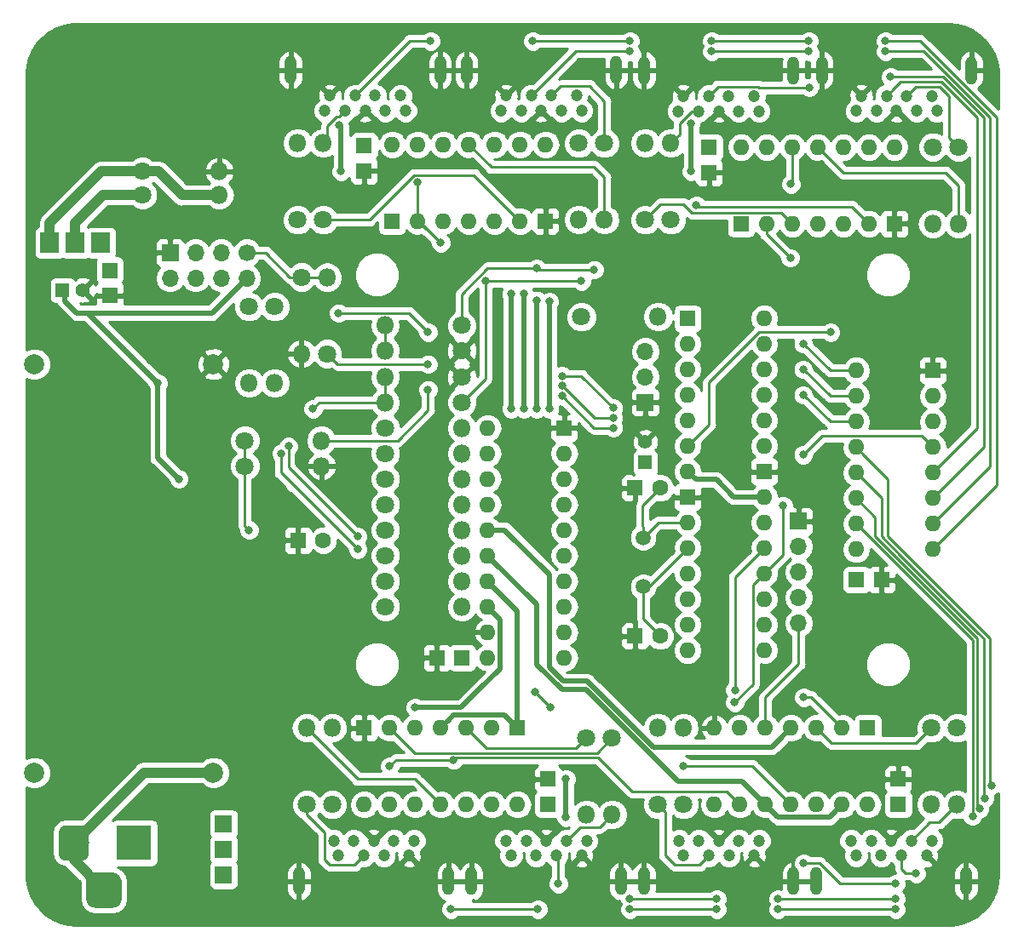
<source format=gbr>
G04 #@! TF.GenerationSoftware,KiCad,Pcbnew,5.0.2-bee76a0~70~ubuntu16.04.1*
G04 #@! TF.CreationDate,2020-01-14T10:26:45-07:00*
G04 #@! TF.ProjectId,Soil_Sensor_Hub,536f696c-5f53-4656-9e73-6f725f487562,rev?*
G04 #@! TF.SameCoordinates,Original*
G04 #@! TF.FileFunction,Copper,L2,Bot*
G04 #@! TF.FilePolarity,Positive*
%FSLAX46Y46*%
G04 Gerber Fmt 4.6, Leading zero omitted, Abs format (unit mm)*
G04 Created by KiCad (PCBNEW 5.0.2-bee76a0~70~ubuntu16.04.1) date Tue 14 Jan 2020 10:26:45 AM MST*
%MOMM*%
%LPD*%
G01*
G04 APERTURE LIST*
G04 #@! TA.AperFunction,ComponentPad*
%ADD10C,2.000000*%
G04 #@! TD*
G04 #@! TA.AperFunction,ComponentPad*
%ADD11C,1.400000*%
G04 #@! TD*
G04 #@! TA.AperFunction,ComponentPad*
%ADD12R,1.400000X1.400000*%
G04 #@! TD*
G04 #@! TA.AperFunction,ComponentPad*
%ADD13C,1.800000*%
G04 #@! TD*
G04 #@! TA.AperFunction,ComponentPad*
%ADD14O,1.800000X1.800000*%
G04 #@! TD*
G04 #@! TA.AperFunction,ComponentPad*
%ADD15O,1.200000X2.800000*%
G04 #@! TD*
G04 #@! TA.AperFunction,ComponentPad*
%ADD16C,1.200000*%
G04 #@! TD*
G04 #@! TA.AperFunction,ComponentPad*
%ADD17R,1.600000X1.600000*%
G04 #@! TD*
G04 #@! TA.AperFunction,ComponentPad*
%ADD18O,1.600000X1.600000*%
G04 #@! TD*
G04 #@! TA.AperFunction,ComponentPad*
%ADD19R,1.905000X2.000000*%
G04 #@! TD*
G04 #@! TA.AperFunction,ComponentPad*
%ADD20C,1.600000*%
G04 #@! TD*
G04 #@! TA.AperFunction,ComponentPad*
%ADD21R,1.700000X1.700000*%
G04 #@! TD*
G04 #@! TA.AperFunction,ComponentPad*
%ADD22O,1.700000X1.700000*%
G04 #@! TD*
G04 #@! TA.AperFunction,ComponentPad*
%ADD23C,1.500000*%
G04 #@! TD*
G04 #@! TA.AperFunction,ComponentPad*
%ADD24R,3.500000X3.500000*%
G04 #@! TD*
G04 #@! TA.AperFunction,Conductor*
%ADD25C,0.100000*%
G04 #@! TD*
G04 #@! TA.AperFunction,ComponentPad*
%ADD26C,3.000000*%
G04 #@! TD*
G04 #@! TA.AperFunction,ComponentPad*
%ADD27C,3.500000*%
G04 #@! TD*
G04 #@! TA.AperFunction,ComponentPad*
%ADD28C,1.700000*%
G04 #@! TD*
G04 #@! TA.AperFunction,ViaPad*
%ADD29C,0.800000*%
G04 #@! TD*
G04 #@! TA.AperFunction,Conductor*
%ADD30C,1.000000*%
G04 #@! TD*
G04 #@! TA.AperFunction,Conductor*
%ADD31C,0.250000*%
G04 #@! TD*
G04 #@! TA.AperFunction,Conductor*
%ADD32C,0.500000*%
G04 #@! TD*
G04 #@! TA.AperFunction,Conductor*
%ADD33C,0.254000*%
G04 #@! TD*
G04 APERTURE END LIST*
D10*
G04 #@! TO.P,L1,4*
G04 #@! TO.N,+5V*
X94234000Y-125095000D03*
G04 #@! TO.P,L1,3*
G04 #@! TO.N,GND*
X112014000Y-125095000D03*
G04 #@! TO.P,L1,2*
G04 #@! TO.N,Net-(L1-Pad2)*
X94234000Y-165735000D03*
G04 #@! TO.P,L1,1*
G04 #@! TO.N,Net-(J2-Pad2)*
X112014000Y-165735000D03*
G04 #@! TD*
D11*
G04 #@! TO.P,C5,2*
G04 #@! TO.N,GND*
X99060000Y-117729000D03*
D12*
G04 #@! TO.P,C5,1*
G04 #@! TO.N,+3V3*
X97028000Y-117729000D03*
G04 #@! TD*
G04 #@! TO.P,C1,1*
G04 #@! TO.N,+5V*
X154940000Y-134874000D03*
D11*
G04 #@! TO.P,C1,2*
G04 #@! TO.N,GND*
X154940000Y-132842000D03*
G04 #@! TD*
D13*
G04 #@! TO.P,R29,1*
G04 #@! TO.N,+5V*
X129110164Y-136528623D03*
D14*
G04 #@! TO.P,R29,2*
G04 #@! TO.N,SS1*
X136730164Y-136528623D03*
G04 #@! TD*
G04 #@! TO.P,R28,2*
G04 #@! TO.N,SS2*
X136730164Y-139068623D03*
D13*
G04 #@! TO.P,R28,1*
G04 #@! TO.N,+5V*
X129110164Y-139068623D03*
G04 #@! TD*
G04 #@! TO.P,R27,1*
G04 #@! TO.N,+5V*
X129110164Y-141608623D03*
D14*
G04 #@! TO.P,R27,2*
G04 #@! TO.N,SS7*
X136730164Y-141608623D03*
G04 #@! TD*
G04 #@! TO.P,R26,2*
G04 #@! TO.N,SS8*
X136730164Y-144148623D03*
D13*
G04 #@! TO.P,R26,1*
G04 #@! TO.N,+5V*
X129110164Y-144148623D03*
G04 #@! TD*
G04 #@! TO.P,R25,1*
G04 #@! TO.N,+5V*
X129110164Y-146688623D03*
D14*
G04 #@! TO.P,R25,2*
G04 #@! TO.N,SS5*
X136730164Y-146688623D03*
G04 #@! TD*
G04 #@! TO.P,R24,2*
G04 #@! TO.N,SS6*
X136730164Y-149228623D03*
D13*
G04 #@! TO.P,R24,1*
G04 #@! TO.N,+5V*
X129110164Y-149228623D03*
G04 #@! TD*
G04 #@! TO.P,R23,1*
G04 #@! TO.N,Net-(R23-Pad1)*
X151638000Y-162306000D03*
D14*
G04 #@! TO.P,R23,2*
G04 #@! TO.N,Net-(J8-Pad6)*
X151638000Y-169926000D03*
G04 #@! TD*
G04 #@! TO.P,R6,2*
G04 #@! TO.N,SS_FlashMemory*
X122764960Y-132688887D03*
D13*
G04 #@! TO.P,R6,1*
G04 #@! TO.N,Net-(R6-Pad1)*
X115144960Y-132688887D03*
G04 #@! TD*
G04 #@! TO.P,R13,1*
G04 #@! TO.N,GND*
X136699000Y-123745000D03*
D14*
G04 #@! TO.P,R13,2*
G04 #@! TO.N,Net-(R12-Pad2)*
X129079000Y-123745000D03*
G04 #@! TD*
G04 #@! TO.P,R14,2*
G04 #@! TO.N,Net-(J1-Pad2)*
X154940000Y-103124000D03*
D13*
G04 #@! TO.P,R14,1*
G04 #@! TO.N,Net-(R14-Pad1)*
X154940000Y-110744000D03*
G04 #@! TD*
G04 #@! TO.P,R15,1*
G04 #@! TO.N,Net-(R15-Pad1)*
X157480000Y-110744000D03*
D14*
G04 #@! TO.P,R15,2*
G04 #@! TO.N,Net-(J1-Pad6)*
X157480000Y-103124000D03*
G04 #@! TD*
G04 #@! TO.P,R16,2*
G04 #@! TO.N,Net-(R16-Pad2)*
X186055000Y-111125000D03*
D13*
G04 #@! TO.P,R16,1*
G04 #@! TO.N,Net-(J3-Pad2)*
X186055000Y-103505000D03*
G04 #@! TD*
G04 #@! TO.P,R18,1*
G04 #@! TO.N,Net-(R18-Pad1)*
X120396000Y-110744000D03*
D14*
G04 #@! TO.P,R18,2*
G04 #@! TO.N,Net-(J4-Pad2)*
X120396000Y-103124000D03*
G04 #@! TD*
G04 #@! TO.P,R19,2*
G04 #@! TO.N,Net-(J4-Pad6)*
X122936000Y-103124000D03*
D13*
G04 #@! TO.P,R19,1*
G04 #@! TO.N,Net-(R19-Pad1)*
X122936000Y-110744000D03*
G04 #@! TD*
G04 #@! TO.P,R22,1*
G04 #@! TO.N,Net-(R22-Pad1)*
X149098000Y-162306000D03*
D14*
G04 #@! TO.P,R22,2*
G04 #@! TO.N,Net-(J8-Pad2)*
X149098000Y-169926000D03*
G04 #@! TD*
G04 #@! TO.P,R21,2*
G04 #@! TO.N,Net-(R21-Pad2)*
X148336000Y-110744000D03*
D13*
G04 #@! TO.P,R21,1*
G04 #@! TO.N,Net-(J6-Pad6)*
X148336000Y-103124000D03*
G04 #@! TD*
G04 #@! TO.P,R12,1*
G04 #@! TO.N,MOSI*
X136699000Y-121245000D03*
D14*
G04 #@! TO.P,R12,2*
G04 #@! TO.N,Net-(R12-Pad2)*
X129079000Y-121245000D03*
G04 #@! TD*
G04 #@! TO.P,R20,2*
G04 #@! TO.N,Net-(R20-Pad2)*
X150876000Y-110744000D03*
D13*
G04 #@! TO.P,R20,1*
G04 #@! TO.N,Net-(J6-Pad2)*
X150876000Y-103124000D03*
G04 #@! TD*
G04 #@! TO.P,R30,1*
G04 #@! TO.N,+5V*
X129110164Y-133988623D03*
D14*
G04 #@! TO.P,R30,2*
G04 #@! TO.N,SS4*
X136730164Y-133988623D03*
G04 #@! TD*
G04 #@! TO.P,R17,2*
G04 #@! TO.N,Net-(R17-Pad2)*
X183515000Y-111125000D03*
D13*
G04 #@! TO.P,R17,1*
G04 #@! TO.N,Net-(J3-Pad6)*
X183515000Y-103505000D03*
G04 #@! TD*
D14*
G04 #@! TO.P,R1,2*
G04 #@! TO.N,Net-(J7-Pad4)*
X156210000Y-120396000D03*
D13*
G04 #@! TO.P,R1,1*
G04 #@! TO.N,+5V*
X148590000Y-120396000D03*
G04 #@! TD*
G04 #@! TO.P,R2,1*
G04 #@! TO.N,+3V3*
X104965500Y-108267500D03*
D14*
G04 #@! TO.P,R2,2*
G04 #@! TO.N,Net-(R2-Pad2)*
X112585500Y-108267500D03*
G04 #@! TD*
G04 #@! TO.P,R3,2*
G04 #@! TO.N,GND*
X112585500Y-105918000D03*
D13*
G04 #@! TO.P,R3,1*
G04 #@! TO.N,Net-(R2-Pad2)*
X104965500Y-105918000D03*
G04 #@! TD*
G04 #@! TO.P,R4,1*
G04 #@! TO.N,Net-(R4-Pad1)*
X115570000Y-119380000D03*
D14*
G04 #@! TO.P,R4,2*
G04 #@! TO.N,+3V3*
X115570000Y-127000000D03*
G04 #@! TD*
G04 #@! TO.P,R5,2*
G04 #@! TO.N,+3V3*
X118110000Y-127000000D03*
D13*
G04 #@! TO.P,R5,1*
G04 #@! TO.N,Net-(R5-Pad1)*
X118110000Y-119380000D03*
G04 #@! TD*
G04 #@! TO.P,R11,1*
G04 #@! TO.N,Clock*
X136699000Y-128905000D03*
D14*
G04 #@! TO.P,R11,2*
G04 #@! TO.N,Net-(R10-Pad2)*
X129079000Y-128905000D03*
G04 #@! TD*
G04 #@! TO.P,R7,2*
G04 #@! TO.N,GND*
X122764960Y-135228887D03*
D13*
G04 #@! TO.P,R7,1*
G04 #@! TO.N,Net-(R6-Pad1)*
X115144960Y-135228887D03*
G04 #@! TD*
G04 #@! TO.P,R8,1*
G04 #@! TO.N,ESP01_RX*
X123321719Y-124058868D03*
D14*
G04 #@! TO.P,R8,2*
G04 #@! TO.N,Net-(R8-Pad2)*
X123321719Y-116438868D03*
G04 #@! TD*
G04 #@! TO.P,R31,2*
G04 #@! TO.N,SS3*
X136730164Y-131448623D03*
D13*
G04 #@! TO.P,R31,1*
G04 #@! TO.N,+5V*
X129110164Y-131448623D03*
G04 #@! TD*
G04 #@! TO.P,R10,1*
G04 #@! TO.N,GND*
X136699000Y-126405000D03*
D14*
G04 #@! TO.P,R10,2*
G04 #@! TO.N,Net-(R10-Pad2)*
X129079000Y-126405000D03*
G04 #@! TD*
G04 #@! TO.P,R38,2*
G04 #@! TO.N,Net-(R38-Pad2)*
X158750000Y-161290000D03*
D13*
G04 #@! TO.P,R38,1*
G04 #@! TO.N,Net-(J11-Pad6)*
X158750000Y-168910000D03*
G04 #@! TD*
G04 #@! TO.P,R37,1*
G04 #@! TO.N,Net-(J11-Pad2)*
X156210000Y-168910000D03*
D14*
G04 #@! TO.P,R37,2*
G04 #@! TO.N,Net-(R37-Pad2)*
X156210000Y-161290000D03*
G04 #@! TD*
D13*
G04 #@! TO.P,R35,1*
G04 #@! TO.N,Net-(R35-Pad1)*
X185928000Y-161290000D03*
D14*
G04 #@! TO.P,R35,2*
G04 #@! TO.N,Net-(J10-Pad6)*
X185928000Y-168910000D03*
G04 #@! TD*
G04 #@! TO.P,R34,2*
G04 #@! TO.N,Net-(J10-Pad2)*
X183388000Y-168910000D03*
D13*
G04 #@! TO.P,R34,1*
G04 #@! TO.N,Net-(R34-Pad1)*
X183388000Y-161290000D03*
G04 #@! TD*
G04 #@! TO.P,R33,1*
G04 #@! TO.N,Net-(J9-Pad6)*
X123825000Y-168910000D03*
D14*
G04 #@! TO.P,R33,2*
G04 #@! TO.N,Net-(R33-Pad2)*
X123825000Y-161290000D03*
G04 #@! TD*
G04 #@! TO.P,R32,2*
G04 #@! TO.N,Net-(R32-Pad2)*
X121285000Y-161290000D03*
D13*
G04 #@! TO.P,R32,1*
G04 #@! TO.N,Net-(J9-Pad2)*
X121285000Y-168910000D03*
G04 #@! TD*
G04 #@! TO.P,R9,1*
G04 #@! TO.N,Net-(R8-Pad2)*
X120781719Y-116438868D03*
D14*
G04 #@! TO.P,R9,2*
G04 #@! TO.N,GND*
X120781719Y-124058868D03*
G04 #@! TD*
D15*
G04 #@! TO.P,J3,10*
G04 #@! TO.N,GND*
X187350400Y-95859600D03*
X172491400Y-95859600D03*
D16*
G04 #@! TO.P,J3,9*
G04 #@! TO.N,Net-(J3-Pad9)*
X183913400Y-99899600D03*
G04 #@! TO.P,J3,8*
G04 #@! TO.N,Net-(J3-Pad8)*
X181913400Y-99899600D03*
G04 #@! TO.P,J3,7*
G04 #@! TO.N,GND*
X179913400Y-99899600D03*
G04 #@! TO.P,J3,6*
G04 #@! TO.N,Net-(J3-Pad6)*
X177913400Y-99899600D03*
G04 #@! TO.P,J3,5*
G04 #@! TO.N,SS2*
X175913400Y-99899600D03*
G04 #@! TO.P,J3,4*
G04 #@! TO.N,GND*
X176413400Y-98399600D03*
G04 #@! TO.P,J3,3*
G04 #@! TO.N,MISO2*
X178913400Y-98399600D03*
G04 #@! TO.P,J3,2*
G04 #@! TO.N,Net-(J3-Pad2)*
X180913400Y-98399600D03*
G04 #@! TO.P,J3,1*
G04 #@! TO.N,+5V*
X183413400Y-98399600D03*
G04 #@! TD*
D15*
G04 #@! TO.P,J9,10*
G04 #@! TO.N,GND*
X120523000Y-176530000D03*
X135382000Y-176530000D03*
D16*
G04 #@! TO.P,J9,9*
G04 #@! TO.N,Net-(J9-Pad9)*
X123960000Y-172490000D03*
G04 #@! TO.P,J9,8*
G04 #@! TO.N,Net-(J9-Pad8)*
X125960000Y-172490000D03*
G04 #@! TO.P,J9,7*
G04 #@! TO.N,GND*
X127960000Y-172490000D03*
G04 #@! TO.P,J9,6*
G04 #@! TO.N,Net-(J9-Pad6)*
X129960000Y-172490000D03*
G04 #@! TO.P,J9,5*
G04 #@! TO.N,SS6*
X131960000Y-172490000D03*
G04 #@! TO.P,J9,4*
G04 #@! TO.N,GND*
X131460000Y-173990000D03*
G04 #@! TO.P,J9,3*
G04 #@! TO.N,MISO6*
X128960000Y-173990000D03*
G04 #@! TO.P,J9,2*
G04 #@! TO.N,Net-(J9-Pad2)*
X126960000Y-173990000D03*
G04 #@! TO.P,J9,1*
G04 #@! TO.N,+5V*
X124460000Y-173990000D03*
G04 #@! TD*
G04 #@! TO.P,J1,1*
G04 #@! TO.N,+5V*
X165735000Y-98425000D03*
G04 #@! TO.P,J1,2*
G04 #@! TO.N,Net-(J1-Pad2)*
X163235000Y-98425000D03*
G04 #@! TO.P,J1,3*
G04 #@! TO.N,MISO1*
X161235000Y-98425000D03*
G04 #@! TO.P,J1,4*
G04 #@! TO.N,GND*
X158735000Y-98425000D03*
G04 #@! TO.P,J1,5*
G04 #@! TO.N,SS1*
X158235000Y-99925000D03*
G04 #@! TO.P,J1,6*
G04 #@! TO.N,Net-(J1-Pad6)*
X160235000Y-99925000D03*
G04 #@! TO.P,J1,7*
G04 #@! TO.N,GND*
X162235000Y-99925000D03*
G04 #@! TO.P,J1,8*
G04 #@! TO.N,Net-(J1-Pad8)*
X164235000Y-99925000D03*
G04 #@! TO.P,J1,9*
G04 #@! TO.N,Net-(J1-Pad9)*
X166235000Y-99925000D03*
D15*
G04 #@! TO.P,J1,10*
G04 #@! TO.N,GND*
X154813000Y-95885000D03*
X169672000Y-95885000D03*
G04 #@! TD*
D16*
G04 #@! TO.P,J4,1*
G04 #@! TO.N,+5V*
X130604000Y-98387500D03*
G04 #@! TO.P,J4,2*
G04 #@! TO.N,Net-(J4-Pad2)*
X128104000Y-98387500D03*
G04 #@! TO.P,J4,3*
G04 #@! TO.N,MISO3*
X126104000Y-98387500D03*
G04 #@! TO.P,J4,4*
G04 #@! TO.N,GND*
X123604000Y-98387500D03*
G04 #@! TO.P,J4,5*
G04 #@! TO.N,SS3*
X123104000Y-99887500D03*
G04 #@! TO.P,J4,6*
G04 #@! TO.N,Net-(J4-Pad6)*
X125104000Y-99887500D03*
G04 #@! TO.P,J4,7*
G04 #@! TO.N,GND*
X127104000Y-99887500D03*
G04 #@! TO.P,J4,8*
G04 #@! TO.N,Net-(J4-Pad8)*
X129104000Y-99887500D03*
G04 #@! TO.P,J4,9*
G04 #@! TO.N,Net-(J4-Pad9)*
X131104000Y-99887500D03*
D15*
G04 #@! TO.P,J4,10*
G04 #@! TO.N,GND*
X119682000Y-95847500D03*
X134541000Y-95847500D03*
G04 #@! TD*
G04 #@! TO.P,J11,10*
G04 #@! TO.N,GND*
X154813000Y-176530000D03*
X169672000Y-176530000D03*
D16*
G04 #@! TO.P,J11,9*
G04 #@! TO.N,Net-(J11-Pad9)*
X158250000Y-172490000D03*
G04 #@! TO.P,J11,8*
G04 #@! TO.N,Net-(J11-Pad8)*
X160250000Y-172490000D03*
G04 #@! TO.P,J11,7*
G04 #@! TO.N,GND*
X162250000Y-172490000D03*
G04 #@! TO.P,J11,6*
G04 #@! TO.N,Net-(J11-Pad6)*
X164250000Y-172490000D03*
G04 #@! TO.P,J11,5*
G04 #@! TO.N,SS8*
X166250000Y-172490000D03*
G04 #@! TO.P,J11,4*
G04 #@! TO.N,GND*
X165750000Y-173990000D03*
G04 #@! TO.P,J11,3*
G04 #@! TO.N,MISO8*
X163250000Y-173990000D03*
G04 #@! TO.P,J11,2*
G04 #@! TO.N,Net-(J11-Pad2)*
X161250000Y-173990000D03*
G04 #@! TO.P,J11,1*
G04 #@! TO.N,+5V*
X158750000Y-173990000D03*
G04 #@! TD*
G04 #@! TO.P,J6,1*
G04 #@! TO.N,+5V*
X148104000Y-98387500D03*
G04 #@! TO.P,J6,2*
G04 #@! TO.N,Net-(J6-Pad2)*
X145604000Y-98387500D03*
G04 #@! TO.P,J6,3*
G04 #@! TO.N,MISO4*
X143604000Y-98387500D03*
G04 #@! TO.P,J6,4*
G04 #@! TO.N,GND*
X141104000Y-98387500D03*
G04 #@! TO.P,J6,5*
G04 #@! TO.N,SS4*
X140604000Y-99887500D03*
G04 #@! TO.P,J6,6*
G04 #@! TO.N,Net-(J6-Pad6)*
X142604000Y-99887500D03*
G04 #@! TO.P,J6,7*
G04 #@! TO.N,GND*
X144604000Y-99887500D03*
G04 #@! TO.P,J6,8*
G04 #@! TO.N,Net-(J6-Pad8)*
X146604000Y-99887500D03*
G04 #@! TO.P,J6,9*
G04 #@! TO.N,Net-(J6-Pad9)*
X148604000Y-99887500D03*
D15*
G04 #@! TO.P,J6,10*
G04 #@! TO.N,GND*
X137182000Y-95847500D03*
X152041000Y-95847500D03*
G04 #@! TD*
G04 #@! TO.P,J10,10*
G04 #@! TO.N,GND*
X171958000Y-176530000D03*
X186817000Y-176530000D03*
D16*
G04 #@! TO.P,J10,9*
G04 #@! TO.N,Net-(J10-Pad9)*
X175395000Y-172490000D03*
G04 #@! TO.P,J10,8*
G04 #@! TO.N,Net-(J10-Pad8)*
X177395000Y-172490000D03*
G04 #@! TO.P,J10,7*
G04 #@! TO.N,GND*
X179395000Y-172490000D03*
G04 #@! TO.P,J10,6*
G04 #@! TO.N,Net-(J10-Pad6)*
X181395000Y-172490000D03*
G04 #@! TO.P,J10,5*
G04 #@! TO.N,SS7*
X183395000Y-172490000D03*
G04 #@! TO.P,J10,4*
G04 #@! TO.N,GND*
X182895000Y-173990000D03*
G04 #@! TO.P,J10,3*
G04 #@! TO.N,MISO7*
X180395000Y-173990000D03*
G04 #@! TO.P,J10,2*
G04 #@! TO.N,Net-(J10-Pad2)*
X178395000Y-173990000D03*
G04 #@! TO.P,J10,1*
G04 #@! TO.N,+5V*
X175895000Y-173990000D03*
G04 #@! TD*
G04 #@! TO.P,J8,1*
G04 #@! TO.N,+5V*
X141605000Y-173990000D03*
G04 #@! TO.P,J8,2*
G04 #@! TO.N,Net-(J8-Pad2)*
X144105000Y-173990000D03*
G04 #@! TO.P,J8,3*
G04 #@! TO.N,MISO5*
X146105000Y-173990000D03*
G04 #@! TO.P,J8,4*
G04 #@! TO.N,GND*
X148605000Y-173990000D03*
G04 #@! TO.P,J8,5*
G04 #@! TO.N,SS5*
X149105000Y-172490000D03*
G04 #@! TO.P,J8,6*
G04 #@! TO.N,Net-(J8-Pad6)*
X147105000Y-172490000D03*
G04 #@! TO.P,J8,7*
G04 #@! TO.N,GND*
X145105000Y-172490000D03*
G04 #@! TO.P,J8,8*
G04 #@! TO.N,Net-(J8-Pad8)*
X143105000Y-172490000D03*
G04 #@! TO.P,J8,9*
G04 #@! TO.N,Net-(J8-Pad9)*
X141105000Y-172490000D03*
D15*
G04 #@! TO.P,J8,10*
G04 #@! TO.N,GND*
X152527000Y-176530000D03*
X137668000Y-176530000D03*
G04 #@! TD*
D17*
G04 #@! TO.P,U1,1*
G04 #@! TO.N,Net-(J7-Pad4)*
X159145015Y-120540183D03*
D18*
G04 #@! TO.P,U1,15*
G04 #@! TO.N,SS8A*
X166765015Y-153560183D03*
G04 #@! TO.P,U1,2*
G04 #@! TO.N,Net-(J5-Pad1)*
X159145015Y-123080183D03*
G04 #@! TO.P,U1,16*
G04 #@! TO.N,SS7A*
X166765015Y-151020183D03*
G04 #@! TO.P,U1,3*
G04 #@! TO.N,Net-(J5-Pad2)*
X159145015Y-125620183D03*
G04 #@! TO.P,U1,17*
G04 #@! TO.N,MOSI*
X166765015Y-148480183D03*
G04 #@! TO.P,U1,4*
G04 #@! TO.N,ESP01_TX*
X159145015Y-128160183D03*
G04 #@! TO.P,U1,18*
G04 #@! TO.N,MISO*
X166765015Y-145940183D03*
G04 #@! TO.P,U1,5*
G04 #@! TO.N,ESP01_RX*
X159145015Y-130700183D03*
G04 #@! TO.P,U1,19*
G04 #@! TO.N,Clock*
X166765015Y-143400183D03*
G04 #@! TO.P,U1,6*
G04 #@! TO.N,SS_FlashMemory*
X159145015Y-133240183D03*
G04 #@! TO.P,U1,20*
G04 #@! TO.N,+5V*
X166765015Y-140860183D03*
G04 #@! TO.P,U1,7*
X159145015Y-135780183D03*
G04 #@! TO.P,U1,21*
X166765015Y-138320183D03*
D17*
G04 #@! TO.P,U1,8*
G04 #@! TO.N,GND*
X159145015Y-138320183D03*
G04 #@! TO.P,U1,22*
X166765015Y-135780183D03*
D18*
G04 #@! TO.P,U1,9*
G04 #@! TO.N,Net-(C2-Pad2)*
X159145015Y-140860183D03*
G04 #@! TO.P,U1,23*
G04 #@! TO.N,SS6A*
X166765015Y-133240183D03*
G04 #@! TO.P,U1,10*
G04 #@! TO.N,Net-(C3-Pad2)*
X159145015Y-143400183D03*
G04 #@! TO.P,U1,24*
G04 #@! TO.N,SS5A*
X166765015Y-130700183D03*
G04 #@! TO.P,U1,11*
G04 #@! TO.N,SS4A*
X159145015Y-145940183D03*
G04 #@! TO.P,U1,25*
G04 #@! TO.N,A*
X166765015Y-128160183D03*
G04 #@! TO.P,U1,12*
G04 #@! TO.N,SS3A*
X159145015Y-148480183D03*
G04 #@! TO.P,U1,26*
G04 #@! TO.N,B*
X166765015Y-125620183D03*
G04 #@! TO.P,U1,13*
G04 #@! TO.N,SS2A*
X159145015Y-151020183D03*
G04 #@! TO.P,U1,27*
G04 #@! TO.N,C*
X166765015Y-123080183D03*
G04 #@! TO.P,U1,14*
G04 #@! TO.N,SS1A*
X159145015Y-153560183D03*
G04 #@! TO.P,U1,28*
G04 #@! TO.N,Net-(U1-Pad28)*
X166765015Y-120540183D03*
G04 #@! TD*
D17*
G04 #@! TO.P,C12,2*
G04 #@! TO.N,+5V*
X175935000Y-146558000D03*
G04 #@! TO.P,C12,1*
G04 #@! TO.N,GND*
X178435000Y-146558000D03*
G04 #@! TD*
G04 #@! TO.P,C10,1*
G04 #@! TO.N,GND*
X145288000Y-166370000D03*
G04 #@! TO.P,C10,2*
G04 #@! TO.N,+5V*
X145288000Y-168870000D03*
G04 #@! TD*
G04 #@! TO.P,C9,2*
G04 #@! TO.N,GND*
X134230164Y-154308623D03*
G04 #@! TO.P,C9,1*
G04 #@! TO.N,+5V*
X136730164Y-154308623D03*
G04 #@! TD*
G04 #@! TO.P,C8,1*
G04 #@! TO.N,GND*
X127000000Y-105887500D03*
G04 #@! TO.P,C8,2*
G04 #@! TO.N,+5V*
X127000000Y-103387500D03*
G04 #@! TD*
G04 #@! TO.P,C7,2*
G04 #@! TO.N,+5V*
X161290000Y-103545000D03*
G04 #@! TO.P,C7,1*
G04 #@! TO.N,GND*
X161290000Y-106045000D03*
G04 #@! TD*
G04 #@! TO.P,C11,2*
G04 #@! TO.N,+5V*
X180086000Y-168870000D03*
G04 #@! TO.P,C11,1*
G04 #@! TO.N,GND*
X180086000Y-166370000D03*
G04 #@! TD*
D18*
G04 #@! TO.P,U9,14*
G04 #@! TO.N,+5V*
X177038000Y-168910000D03*
G04 #@! TO.P,U9,7*
G04 #@! TO.N,GND*
X161798000Y-161290000D03*
G04 #@! TO.P,U9,13*
G04 #@! TO.N,SS8*
X174498000Y-168910000D03*
G04 #@! TO.P,U9,6*
G04 #@! TO.N,Net-(R35-Pad1)*
X164338000Y-161290000D03*
G04 #@! TO.P,U9,12*
G04 #@! TO.N,Clock*
X171958000Y-168910000D03*
G04 #@! TO.P,U9,5*
G04 #@! TO.N,MOSI*
X166878000Y-161290000D03*
G04 #@! TO.P,U9,11*
G04 #@! TO.N,Net-(R37-Pad2)*
X169418000Y-168910000D03*
G04 #@! TO.P,U9,4*
G04 #@! TO.N,SS7*
X169418000Y-161290000D03*
G04 #@! TO.P,U9,10*
G04 #@! TO.N,SS8*
X166878000Y-168910000D03*
G04 #@! TO.P,U9,3*
G04 #@! TO.N,Net-(R34-Pad1)*
X171958000Y-161290000D03*
G04 #@! TO.P,U9,9*
G04 #@! TO.N,MOSI*
X164338000Y-168910000D03*
G04 #@! TO.P,U9,2*
G04 #@! TO.N,Clock*
X174498000Y-161290000D03*
G04 #@! TO.P,U9,8*
G04 #@! TO.N,Net-(R38-Pad2)*
X161798000Y-168910000D03*
D17*
G04 #@! TO.P,U9,1*
G04 #@! TO.N,SS7*
X177038000Y-161290000D03*
G04 #@! TD*
G04 #@! TO.P,U8,1*
G04 #@! TO.N,SS5*
X142240000Y-161290000D03*
D18*
G04 #@! TO.P,U8,8*
G04 #@! TO.N,Net-(R33-Pad2)*
X127000000Y-168910000D03*
G04 #@! TO.P,U8,2*
G04 #@! TO.N,Clock*
X139700000Y-161290000D03*
G04 #@! TO.P,U8,9*
G04 #@! TO.N,MOSI*
X129540000Y-168910000D03*
G04 #@! TO.P,U8,3*
G04 #@! TO.N,Net-(R22-Pad1)*
X137160000Y-161290000D03*
G04 #@! TO.P,U8,10*
G04 #@! TO.N,SS6*
X132080000Y-168910000D03*
G04 #@! TO.P,U8,4*
G04 #@! TO.N,SS5*
X134620000Y-161290000D03*
G04 #@! TO.P,U8,11*
G04 #@! TO.N,Net-(R32-Pad2)*
X134620000Y-168910000D03*
G04 #@! TO.P,U8,5*
G04 #@! TO.N,MOSI*
X132080000Y-161290000D03*
G04 #@! TO.P,U8,12*
G04 #@! TO.N,Clock*
X137160000Y-168910000D03*
G04 #@! TO.P,U8,6*
G04 #@! TO.N,Net-(R23-Pad1)*
X129540000Y-161290000D03*
G04 #@! TO.P,U8,13*
G04 #@! TO.N,SS6*
X139700000Y-168910000D03*
D17*
G04 #@! TO.P,U8,7*
G04 #@! TO.N,GND*
X127000000Y-161290000D03*
D18*
G04 #@! TO.P,U8,14*
G04 #@! TO.N,+5V*
X142240000Y-168910000D03*
G04 #@! TD*
G04 #@! TO.P,U6,14*
G04 #@! TO.N,+5V*
X129784000Y-103237500D03*
D17*
G04 #@! TO.P,U6,7*
G04 #@! TO.N,GND*
X145024000Y-110857500D03*
D18*
G04 #@! TO.P,U6,13*
G04 #@! TO.N,SS4*
X132324000Y-103237500D03*
G04 #@! TO.P,U6,6*
G04 #@! TO.N,Net-(R19-Pad1)*
X142484000Y-110857500D03*
G04 #@! TO.P,U6,12*
G04 #@! TO.N,Clock*
X134864000Y-103237500D03*
G04 #@! TO.P,U6,5*
G04 #@! TO.N,MOSI*
X139944000Y-110857500D03*
G04 #@! TO.P,U6,11*
G04 #@! TO.N,Net-(R20-Pad2)*
X137404000Y-103237500D03*
G04 #@! TO.P,U6,4*
G04 #@! TO.N,SS3*
X137404000Y-110857500D03*
G04 #@! TO.P,U6,10*
G04 #@! TO.N,SS4*
X139944000Y-103237500D03*
G04 #@! TO.P,U6,3*
G04 #@! TO.N,Net-(R18-Pad1)*
X134864000Y-110857500D03*
G04 #@! TO.P,U6,9*
G04 #@! TO.N,MOSI*
X142484000Y-103237500D03*
G04 #@! TO.P,U6,2*
G04 #@! TO.N,Clock*
X132324000Y-110857500D03*
G04 #@! TO.P,U6,8*
G04 #@! TO.N,Net-(R21-Pad2)*
X145024000Y-103237500D03*
D17*
G04 #@! TO.P,U6,1*
G04 #@! TO.N,SS3*
X129784000Y-110857500D03*
G04 #@! TD*
G04 #@! TO.P,U5,1*
G04 #@! TO.N,SS1*
X164465000Y-111125000D03*
D18*
G04 #@! TO.P,U5,8*
G04 #@! TO.N,Net-(R17-Pad2)*
X179705000Y-103505000D03*
G04 #@! TO.P,U5,2*
G04 #@! TO.N,Clock*
X167005000Y-111125000D03*
G04 #@! TO.P,U5,9*
G04 #@! TO.N,MOSI*
X177165000Y-103505000D03*
G04 #@! TO.P,U5,3*
G04 #@! TO.N,Net-(R14-Pad1)*
X169545000Y-111125000D03*
G04 #@! TO.P,U5,10*
G04 #@! TO.N,SS2*
X174625000Y-103505000D03*
G04 #@! TO.P,U5,4*
G04 #@! TO.N,SS1*
X172085000Y-111125000D03*
G04 #@! TO.P,U5,11*
G04 #@! TO.N,Net-(R16-Pad2)*
X172085000Y-103505000D03*
G04 #@! TO.P,U5,5*
G04 #@! TO.N,MOSI*
X174625000Y-111125000D03*
G04 #@! TO.P,U5,12*
G04 #@! TO.N,Clock*
X169545000Y-103505000D03*
G04 #@! TO.P,U5,6*
G04 #@! TO.N,Net-(R15-Pad1)*
X177165000Y-111125000D03*
G04 #@! TO.P,U5,13*
G04 #@! TO.N,SS2*
X167005000Y-103505000D03*
D17*
G04 #@! TO.P,U5,7*
G04 #@! TO.N,GND*
X179705000Y-111125000D03*
D18*
G04 #@! TO.P,U5,14*
G04 #@! TO.N,+5V*
X164465000Y-103505000D03*
G04 #@! TD*
G04 #@! TO.P,U10,1*
G04 #@! TO.N,MISO3*
X183515000Y-143510000D03*
G04 #@! TO.P,U10,9*
G04 #@! TO.N,C*
X175895000Y-125730000D03*
G04 #@! TO.P,U10,2*
G04 #@! TO.N,MISO4*
X183515000Y-140970000D03*
G04 #@! TO.P,U10,10*
G04 #@! TO.N,B*
X175895000Y-128270000D03*
G04 #@! TO.P,U10,3*
G04 #@! TO.N,MISO1*
X183515000Y-138430000D03*
G04 #@! TO.P,U10,11*
G04 #@! TO.N,A*
X175895000Y-130810000D03*
G04 #@! TO.P,U10,4*
G04 #@! TO.N,MISO2*
X183515000Y-135890000D03*
G04 #@! TO.P,U10,12*
G04 #@! TO.N,MISO6*
X175895000Y-133350000D03*
G04 #@! TO.P,U10,5*
G04 #@! TO.N,MISO*
X183515000Y-133350000D03*
G04 #@! TO.P,U10,13*
G04 #@! TO.N,MISO5*
X175895000Y-135890000D03*
G04 #@! TO.P,U10,6*
G04 #@! TO.N,Net-(U10-Pad6)*
X183515000Y-130810000D03*
G04 #@! TO.P,U10,14*
G04 #@! TO.N,MISO8*
X175895000Y-138430000D03*
G04 #@! TO.P,U10,7*
G04 #@! TO.N,Net-(U10-Pad7)*
X183515000Y-128270000D03*
G04 #@! TO.P,U10,15*
G04 #@! TO.N,MISO7*
X175895000Y-140970000D03*
D17*
G04 #@! TO.P,U10,8*
G04 #@! TO.N,GND*
X183515000Y-125730000D03*
D18*
G04 #@! TO.P,U10,16*
G04 #@! TO.N,+5V*
X175895000Y-143510000D03*
G04 #@! TD*
G04 #@! TO.P,U7,1*
G04 #@! TO.N,+5V*
X146890164Y-154308623D03*
G04 #@! TO.P,U7,11*
G04 #@! TO.N,SS3*
X139270164Y-131448623D03*
G04 #@! TO.P,U7,2*
G04 #@! TO.N,SS8A*
X146890164Y-151768623D03*
G04 #@! TO.P,U7,12*
G04 #@! TO.N,SS4*
X139270164Y-133988623D03*
G04 #@! TO.P,U7,3*
G04 #@! TO.N,SS7A*
X146890164Y-149228623D03*
G04 #@! TO.P,U7,13*
G04 #@! TO.N,SS1*
X139270164Y-136528623D03*
G04 #@! TO.P,U7,4*
G04 #@! TO.N,SS6A*
X146890164Y-146688623D03*
G04 #@! TO.P,U7,14*
G04 #@! TO.N,SS2*
X139270164Y-139068623D03*
G04 #@! TO.P,U7,5*
G04 #@! TO.N,SS5A*
X146890164Y-144148623D03*
G04 #@! TO.P,U7,15*
G04 #@! TO.N,SS7*
X139270164Y-141608623D03*
G04 #@! TO.P,U7,6*
G04 #@! TO.N,SS4A*
X146890164Y-141608623D03*
G04 #@! TO.P,U7,16*
G04 #@! TO.N,SS8*
X139270164Y-144148623D03*
G04 #@! TO.P,U7,7*
G04 #@! TO.N,SS3A*
X146890164Y-139068623D03*
G04 #@! TO.P,U7,17*
G04 #@! TO.N,SS5*
X139270164Y-146688623D03*
G04 #@! TO.P,U7,8*
G04 #@! TO.N,SS2A*
X146890164Y-136528623D03*
G04 #@! TO.P,U7,18*
G04 #@! TO.N,SS6*
X139270164Y-149228623D03*
G04 #@! TO.P,U7,9*
G04 #@! TO.N,SS1A*
X146890164Y-133988623D03*
G04 #@! TO.P,U7,19*
G04 #@! TO.N,GND*
X139270164Y-151768623D03*
D17*
G04 #@! TO.P,U7,10*
X146890164Y-131448623D03*
D18*
G04 #@! TO.P,U7,20*
G04 #@! TO.N,+5V*
X139270164Y-154308623D03*
G04 #@! TD*
D19*
G04 #@! TO.P,U2,1*
G04 #@! TO.N,Net-(R2-Pad2)*
X95758000Y-113030000D03*
G04 #@! TO.P,U2,3*
G04 #@! TO.N,+3V3*
X98298000Y-113030000D03*
G04 #@! TO.P,U2,2*
G04 #@! TO.N,+5V*
X100838000Y-113030000D03*
G04 #@! TD*
D20*
G04 #@! TO.P,C2,2*
G04 #@! TO.N,Net-(C2-Pad2)*
X156424000Y-137414000D03*
D17*
G04 #@! TO.P,C2,1*
G04 #@! TO.N,GND*
X153924000Y-137414000D03*
G04 #@! TD*
G04 #@! TO.P,C3,1*
G04 #@! TO.N,GND*
X153924000Y-152146000D03*
D20*
G04 #@! TO.P,C3,2*
G04 #@! TO.N,Net-(C3-Pad2)*
X156424000Y-152146000D03*
G04 #@! TD*
D17*
G04 #@! TO.P,C4,2*
G04 #@! TO.N,GND*
X101727000Y-118260500D03*
G04 #@! TO.P,C4,1*
G04 #@! TO.N,+5V*
X101727000Y-115760500D03*
G04 #@! TD*
D20*
G04 #@! TO.P,C6,1*
G04 #@! TO.N,+3V3*
X122936000Y-142621000D03*
D17*
G04 #@! TO.P,C6,2*
G04 #@! TO.N,GND*
X120436000Y-142621000D03*
G04 #@! TD*
D21*
G04 #@! TO.P,SW1,3*
G04 #@! TO.N,Net-(SW1-Pad3)*
X113030000Y-175895000D03*
G04 #@! TO.P,SW1,2*
G04 #@! TO.N,Net-(J2-Pad1)*
X113030000Y-173355000D03*
G04 #@! TO.P,SW1,1*
G04 #@! TO.N,Net-(L1-Pad2)*
X113030000Y-170815000D03*
G04 #@! TD*
D22*
G04 #@! TO.P,J5,1*
G04 #@! TO.N,Net-(J5-Pad1)*
X154940000Y-123825000D03*
G04 #@! TO.P,J5,2*
G04 #@! TO.N,Net-(J5-Pad2)*
X154940000Y-126365000D03*
D21*
G04 #@! TO.P,J5,3*
G04 #@! TO.N,GND*
X154940000Y-128905000D03*
G04 #@! TD*
D22*
G04 #@! TO.P,J7,1*
G04 #@! TO.N,MOSI*
X170180000Y-150876000D03*
G04 #@! TO.P,J7,2*
G04 #@! TO.N,MISO*
X170180000Y-148336000D03*
G04 #@! TO.P,J7,3*
G04 #@! TO.N,Clock*
X170180000Y-145796000D03*
G04 #@! TO.P,J7,4*
G04 #@! TO.N,Net-(J7-Pad4)*
X170180000Y-143256000D03*
D21*
G04 #@! TO.P,J7,5*
G04 #@! TO.N,GND*
X170180000Y-140716000D03*
G04 #@! TD*
D23*
G04 #@! TO.P,Y1,1*
G04 #@! TO.N,Net-(C2-Pad2)*
X154739015Y-142341183D03*
G04 #@! TO.P,Y1,2*
G04 #@! TO.N,Net-(C3-Pad2)*
X154739015Y-147241183D03*
G04 #@! TD*
D24*
G04 #@! TO.P,J2,1*
G04 #@! TO.N,Net-(J2-Pad1)*
X104140000Y-172720000D03*
D25*
G04 #@! TD*
G04 #@! TO.N,Net-(J2-Pad2)*
G04 #@! TO.C,J2*
G36*
X98963513Y-170973611D02*
X99036318Y-170984411D01*
X99107714Y-171002295D01*
X99177013Y-171027090D01*
X99243548Y-171058559D01*
X99306678Y-171096398D01*
X99365795Y-171140242D01*
X99420330Y-171189670D01*
X99469758Y-171244205D01*
X99513602Y-171303322D01*
X99551441Y-171366452D01*
X99582910Y-171432987D01*
X99607705Y-171502286D01*
X99625589Y-171573682D01*
X99636389Y-171646487D01*
X99640000Y-171720000D01*
X99640000Y-173720000D01*
X99636389Y-173793513D01*
X99625589Y-173866318D01*
X99607705Y-173937714D01*
X99582910Y-174007013D01*
X99551441Y-174073548D01*
X99513602Y-174136678D01*
X99469758Y-174195795D01*
X99420330Y-174250330D01*
X99365795Y-174299758D01*
X99306678Y-174343602D01*
X99243548Y-174381441D01*
X99177013Y-174412910D01*
X99107714Y-174437705D01*
X99036318Y-174455589D01*
X98963513Y-174466389D01*
X98890000Y-174470000D01*
X97390000Y-174470000D01*
X97316487Y-174466389D01*
X97243682Y-174455589D01*
X97172286Y-174437705D01*
X97102987Y-174412910D01*
X97036452Y-174381441D01*
X96973322Y-174343602D01*
X96914205Y-174299758D01*
X96859670Y-174250330D01*
X96810242Y-174195795D01*
X96766398Y-174136678D01*
X96728559Y-174073548D01*
X96697090Y-174007013D01*
X96672295Y-173937714D01*
X96654411Y-173866318D01*
X96643611Y-173793513D01*
X96640000Y-173720000D01*
X96640000Y-171720000D01*
X96643611Y-171646487D01*
X96654411Y-171573682D01*
X96672295Y-171502286D01*
X96697090Y-171432987D01*
X96728559Y-171366452D01*
X96766398Y-171303322D01*
X96810242Y-171244205D01*
X96859670Y-171189670D01*
X96914205Y-171140242D01*
X96973322Y-171096398D01*
X97036452Y-171058559D01*
X97102987Y-171027090D01*
X97172286Y-171002295D01*
X97243682Y-170984411D01*
X97316487Y-170973611D01*
X97390000Y-170970000D01*
X98890000Y-170970000D01*
X98963513Y-170973611D01*
X98963513Y-170973611D01*
G37*
D26*
G04 #@! TO.P,J2,2*
G04 #@! TO.N,Net-(J2-Pad2)*
X98140000Y-172720000D03*
D25*
G04 #@! TD*
G04 #@! TO.N,Net-(J2-Pad2)*
G04 #@! TO.C,J2*
G36*
X102100765Y-175674213D02*
X102185704Y-175686813D01*
X102268999Y-175707677D01*
X102349848Y-175736605D01*
X102427472Y-175773319D01*
X102501124Y-175817464D01*
X102570094Y-175868616D01*
X102633718Y-175926282D01*
X102691384Y-175989906D01*
X102742536Y-176058876D01*
X102786681Y-176132528D01*
X102823395Y-176210152D01*
X102852323Y-176291001D01*
X102873187Y-176374296D01*
X102885787Y-176459235D01*
X102890000Y-176545000D01*
X102890000Y-178295000D01*
X102885787Y-178380765D01*
X102873187Y-178465704D01*
X102852323Y-178548999D01*
X102823395Y-178629848D01*
X102786681Y-178707472D01*
X102742536Y-178781124D01*
X102691384Y-178850094D01*
X102633718Y-178913718D01*
X102570094Y-178971384D01*
X102501124Y-179022536D01*
X102427472Y-179066681D01*
X102349848Y-179103395D01*
X102268999Y-179132323D01*
X102185704Y-179153187D01*
X102100765Y-179165787D01*
X102015000Y-179170000D01*
X100265000Y-179170000D01*
X100179235Y-179165787D01*
X100094296Y-179153187D01*
X100011001Y-179132323D01*
X99930152Y-179103395D01*
X99852528Y-179066681D01*
X99778876Y-179022536D01*
X99709906Y-178971384D01*
X99646282Y-178913718D01*
X99588616Y-178850094D01*
X99537464Y-178781124D01*
X99493319Y-178707472D01*
X99456605Y-178629848D01*
X99427677Y-178548999D01*
X99406813Y-178465704D01*
X99394213Y-178380765D01*
X99390000Y-178295000D01*
X99390000Y-176545000D01*
X99394213Y-176459235D01*
X99406813Y-176374296D01*
X99427677Y-176291001D01*
X99456605Y-176210152D01*
X99493319Y-176132528D01*
X99537464Y-176058876D01*
X99588616Y-175989906D01*
X99646282Y-175926282D01*
X99709906Y-175868616D01*
X99778876Y-175817464D01*
X99852528Y-175773319D01*
X99930152Y-175736605D01*
X100011001Y-175707677D01*
X100094296Y-175686813D01*
X100179235Y-175674213D01*
X100265000Y-175670000D01*
X102015000Y-175670000D01*
X102100765Y-175674213D01*
X102100765Y-175674213D01*
G37*
D27*
G04 #@! TO.P,J2,MP*
G04 #@! TO.N,Net-(J2-Pad2)*
X101140000Y-177420000D03*
G04 #@! TD*
D28*
G04 #@! TO.P,U3,4*
G04 #@! TO.N,Net-(R8-Pad2)*
X115328857Y-114011552D03*
D22*
G04 #@! TO.P,U3,5*
G04 #@! TO.N,+3V3*
X115328857Y-116551552D03*
G04 #@! TO.P,U3,3*
G04 #@! TO.N,Net-(U3-Pad3)*
X112788857Y-114011552D03*
G04 #@! TO.P,U3,6*
G04 #@! TO.N,Net-(R5-Pad1)*
X112788857Y-116551552D03*
G04 #@! TO.P,U3,2*
G04 #@! TO.N,Net-(U3-Pad2)*
X110248857Y-114011552D03*
G04 #@! TO.P,U3,7*
G04 #@! TO.N,Net-(R4-Pad1)*
X110248857Y-116551552D03*
D21*
G04 #@! TO.P,U3,1*
G04 #@! TO.N,GND*
X107708857Y-114011552D03*
D22*
G04 #@! TO.P,U3,8*
G04 #@! TO.N,ESP01_TX*
X107708857Y-116551552D03*
G04 #@! TD*
D29*
G04 #@! TO.N,GND*
X117221000Y-150876000D03*
X175895000Y-123190000D03*
G04 #@! TO.N,+3V3*
X106498998Y-127000000D03*
X108585000Y-136525000D03*
G04 #@! TO.N,ESP01_TX*
X151765000Y-129444994D03*
X146683476Y-126257444D03*
X124460000Y-120015000D03*
X133350000Y-121920000D03*
G04 #@! TO.N,Net-(R12-Pad2)*
X119470000Y-133277892D03*
X126365000Y-142240000D03*
G04 #@! TO.N,MOSI*
X135890000Y-164497010D03*
X129540000Y-165100000D03*
X144145000Y-115570000D03*
X149860000Y-115697000D03*
G04 #@! TO.N,Net-(R10-Pad2)*
X118745000Y-133985000D03*
X121920000Y-129540000D03*
X126365000Y-143510000D03*
G04 #@! TO.N,Clock*
X169418000Y-107188000D03*
X132324000Y-107007500D03*
X163850252Y-157500252D03*
X170688000Y-158242000D03*
X169349847Y-114517000D03*
X148590000Y-116840000D03*
X134620000Y-113030000D03*
X139065000Y-116840000D03*
G04 #@! TO.N,ESP01_RX*
X151765000Y-130444997D03*
X146697651Y-127257346D03*
X133350000Y-125095000D03*
G04 #@! TO.N,SS_FlashMemory*
X151765000Y-131445000D03*
X146685000Y-128270000D03*
X133350000Y-127635000D03*
X173355000Y-121920000D03*
G04 #@! TO.N,MISO*
X170630001Y-134112000D03*
X168656000Y-139192000D03*
X163830000Y-158750000D03*
X145542000Y-159221000D03*
X144018000Y-157734000D03*
G04 #@! TO.N,SS5*
X147066000Y-166370000D03*
X147066000Y-170180000D03*
G04 #@! TO.N,SS6*
X132080000Y-159258000D03*
G04 #@! TO.N,SS1*
X159512000Y-105918000D03*
X159444999Y-101134999D03*
X144145000Y-129540000D03*
X144145000Y-118745000D03*
G04 #@! TO.N,SS2*
X145415000Y-129540000D03*
X145415000Y-118872000D03*
G04 #@! TO.N,SS3*
X124714000Y-105918000D03*
X124504001Y-101287501D03*
X141605000Y-129540000D03*
X141605000Y-118110000D03*
G04 #@! TO.N,SS4*
X142875000Y-129540000D03*
X142875000Y-118110000D03*
G04 #@! TO.N,MISO7*
X187461001Y-170043999D03*
X181864000Y-175768000D03*
G04 #@! TO.N,MISO6*
X189320000Y-167005000D03*
X179832000Y-179324000D03*
X168148000Y-179324000D03*
X162052000Y-179324000D03*
X153416000Y-179324000D03*
X144272000Y-179324000D03*
X135636000Y-179324000D03*
G04 #@! TO.N,MISO5*
X188685000Y-168275000D03*
X179832000Y-178308000D03*
X168148000Y-178308000D03*
X162052000Y-178308000D03*
X153416000Y-178308000D03*
X146304000Y-176784000D03*
G04 #@! TO.N,MISO4*
X178816000Y-93980000D03*
X171196000Y-93980000D03*
X161544000Y-93980000D03*
X153416000Y-93980000D03*
G04 #@! TO.N,MISO3*
X178816000Y-92964000D03*
X171196000Y-92964000D03*
X161544000Y-92964000D03*
X153416000Y-92964000D03*
X143764000Y-92964000D03*
X133604000Y-92964000D03*
G04 #@! TO.N,MISO1*
X179324000Y-96520000D03*
X171244610Y-97584610D03*
G04 #@! TO.N,MISO8*
X188186001Y-169336891D03*
X179832000Y-176784000D03*
X170688000Y-174752000D03*
G04 #@! TO.N,Net-(R37-Pad2)*
X158750000Y-165100000D03*
G04 #@! TO.N,Net-(R15-Pad1)*
X160020000Y-109274999D03*
G04 #@! TO.N,A*
X170630001Y-128160183D03*
G04 #@! TO.N,B*
X170630001Y-125620183D03*
G04 #@! TO.N,C*
X170630001Y-123080183D03*
G04 #@! TO.N,Net-(R6-Pad1)*
X115570000Y-141605000D03*
G04 #@! TD*
D30*
G04 #@! TO.N,Net-(J2-Pad2)*
X105125000Y-165735000D02*
X98140000Y-172720000D01*
X112014000Y-165735000D02*
X105125000Y-165735000D01*
X98140000Y-174420000D02*
X101140000Y-177420000D01*
X98140000Y-172720000D02*
X98140000Y-174420000D01*
D31*
G04 #@! TO.N,GND*
X172175000Y-95795000D02*
X172085000Y-95885000D01*
D32*
G04 #@! TO.N,+5V*
X159945014Y-136580182D02*
X159145015Y-135780183D01*
X161980182Y-136580182D02*
X159945014Y-136580182D01*
X163720183Y-138320183D02*
X161980182Y-136580182D01*
X166765015Y-138320183D02*
X163720183Y-138320183D01*
D31*
G04 #@! TO.N,Net-(R8-Pad2)*
X115328857Y-114011552D02*
X117186552Y-114011552D01*
X119613868Y-116438868D02*
X120781719Y-116438868D01*
X117186552Y-114011552D02*
X119613868Y-116438868D01*
X121771668Y-116438868D02*
X123321719Y-116438868D01*
X120781719Y-116438868D02*
X121771668Y-116438868D01*
D32*
G04 #@! TO.N,+3V3*
X97282000Y-117729000D02*
X97282000Y-117783002D01*
X106498998Y-134438998D02*
X108585000Y-136525000D01*
X106498998Y-127000000D02*
X106498998Y-134438998D01*
X99513998Y-120015000D02*
X106498998Y-127000000D01*
X111865409Y-120015000D02*
X115328857Y-116551552D01*
D30*
X103975551Y-108267500D02*
X104965500Y-108267500D01*
X101060500Y-108267500D02*
X103975551Y-108267500D01*
X98298000Y-111030000D02*
X101060500Y-108267500D01*
X98298000Y-113030000D02*
X98298000Y-111030000D01*
D32*
X98468000Y-120015000D02*
X100000000Y-120015000D01*
X97282000Y-118829000D02*
X98468000Y-120015000D01*
X97282000Y-117729000D02*
X97282000Y-118829000D01*
X99513998Y-120015000D02*
X100000000Y-120015000D01*
X100000000Y-120015000D02*
X111865409Y-120015000D01*
D31*
G04 #@! TO.N,ESP01_TX*
X148577450Y-126257444D02*
X146683476Y-126257444D01*
X151765000Y-129444994D02*
X148577450Y-126257444D01*
X131445000Y-120015000D02*
X124460000Y-120015000D01*
X133350000Y-121920000D02*
X131445000Y-120015000D01*
G04 #@! TO.N,Net-(R12-Pad2)*
X129079000Y-121245000D02*
X129079000Y-123745000D01*
X119470000Y-135345000D02*
X119470000Y-133277892D01*
X125820000Y-141695000D02*
X119470000Y-135345000D01*
X125820000Y-141695000D02*
X126365000Y-142240000D01*
G04 #@! TO.N,MOSI*
X166878000Y-158242000D02*
X166878000Y-161290000D01*
X170180000Y-154940000D02*
X166878000Y-158242000D01*
X170180000Y-150876000D02*
X170180000Y-154940000D01*
X164338000Y-168910000D02*
X163068000Y-167640000D01*
X163068000Y-167640000D02*
X153670000Y-167640000D01*
X150252020Y-164222020D02*
X136132980Y-164222020D01*
X153670000Y-167640000D02*
X150252020Y-164222020D01*
X135890000Y-164465000D02*
X135890000Y-164497010D01*
X136132980Y-164222020D02*
X135890000Y-164465000D01*
X135890000Y-164497010D02*
X130142990Y-164497010D01*
X130142990Y-164497010D02*
X129540000Y-165100000D01*
X144288522Y-115713522D02*
X144145000Y-115570000D01*
X149368522Y-115713522D02*
X144288522Y-115713522D01*
X136699000Y-120255051D02*
X136699000Y-121245000D01*
X136699000Y-118132998D02*
X136699000Y-120255051D01*
X139261998Y-115570000D02*
X136699000Y-118132998D01*
X144145000Y-115570000D02*
X139261998Y-115570000D01*
X149843478Y-115713522D02*
X149860000Y-115697000D01*
X149368522Y-115713522D02*
X149843478Y-115713522D01*
G04 #@! TO.N,Net-(R10-Pad2)*
X129079000Y-126405000D02*
X129079000Y-128905000D01*
X119925200Y-137160000D02*
X119925001Y-137160199D01*
X125095000Y-142240000D02*
X118745000Y-135890000D01*
X118745000Y-135890000D02*
X118745000Y-133985000D01*
X122555000Y-128905000D02*
X129079000Y-128905000D01*
X121920000Y-129540000D02*
X122555000Y-128905000D01*
X125095000Y-142240000D02*
X126365000Y-143510000D01*
G04 #@! TO.N,Clock*
X132324000Y-107007500D02*
X132324000Y-110857500D01*
X169545000Y-107061000D02*
X169418000Y-107188000D01*
X169545000Y-103505000D02*
X169545000Y-107061000D01*
X133123999Y-111657499D02*
X132324000Y-110857500D01*
X163850252Y-146314946D02*
X163850252Y-157500252D01*
X166765015Y-143400183D02*
X163850252Y-146314946D01*
X171450000Y-158242000D02*
X174498000Y-161290000D01*
X170688000Y-158242000D02*
X171450000Y-158242000D01*
X167005000Y-112172153D02*
X167005000Y-111125000D01*
X169349847Y-114517000D02*
X167005000Y-112172153D01*
X148590000Y-116840000D02*
X139065000Y-116840000D01*
X132447500Y-110857500D02*
X132324000Y-110857500D01*
X134620000Y-113030000D02*
X132447500Y-110857500D01*
X139065000Y-126539000D02*
X139065000Y-116840000D01*
X136699000Y-128905000D02*
X139065000Y-126539000D01*
G04 #@! TO.N,ESP01_RX*
X149885302Y-130444997D02*
X146697651Y-127257346D01*
X151765000Y-130444997D02*
X149885302Y-130444997D01*
X124357851Y-125095000D02*
X123321719Y-124058868D01*
X133350000Y-125095000D02*
X124460000Y-125095000D01*
G04 #@! TO.N,SS_FlashMemory*
X149860000Y-131445000D02*
X146685000Y-128270000D01*
X151765000Y-131445000D02*
X149860000Y-131445000D01*
X133350000Y-129650000D02*
X133350000Y-128725789D01*
X133350000Y-128725789D02*
X133350000Y-127635000D01*
X130311113Y-132688887D02*
X133350000Y-129650000D01*
X122764960Y-132688887D02*
X130311113Y-132688887D01*
X166260196Y-121920000D02*
X161290000Y-126890196D01*
X173355000Y-121920000D02*
X166260196Y-121920000D01*
X161290000Y-131095198D02*
X159145015Y-133240183D01*
X161290000Y-126890196D02*
X161290000Y-131095198D01*
D30*
G04 #@! TO.N,Net-(R2-Pad2)*
X95758000Y-113030000D02*
X95758000Y-112982500D01*
X104965500Y-105918000D02*
X106553000Y-105918000D01*
X108902500Y-108267500D02*
X112585500Y-108267500D01*
X106553000Y-105918000D02*
X108902500Y-108267500D01*
X100870000Y-105918000D02*
X103975551Y-105918000D01*
X103975551Y-105918000D02*
X104965500Y-105918000D01*
X95758000Y-111030000D02*
X100870000Y-105918000D01*
X95758000Y-113030000D02*
X95758000Y-111030000D01*
D31*
G04 #@! TO.N,MISO*
X182389999Y-132224999D02*
X175354999Y-132224999D01*
X183515000Y-133350000D02*
X182389999Y-132224999D01*
X168656000Y-144049198D02*
X166765015Y-145940183D01*
X172517002Y-132224999D02*
X170630001Y-134112000D01*
X175354999Y-132224999D02*
X172517002Y-132224999D01*
X168656000Y-138923998D02*
X168656000Y-139192000D01*
X168656000Y-139192000D02*
X168656000Y-144049198D01*
X165640014Y-156939986D02*
X163830000Y-158750000D01*
X165640014Y-147065184D02*
X165640014Y-156939986D01*
X166765015Y-145940183D02*
X165640014Y-147065184D01*
X145505000Y-159221000D02*
X144018000Y-157734000D01*
X145542000Y-159221000D02*
X145505000Y-159221000D01*
D32*
G04 #@! TO.N,SS5*
X147066000Y-166370000D02*
X147066000Y-170180000D01*
X142240000Y-149658459D02*
X142240000Y-161290000D01*
X139270164Y-146688623D02*
X142240000Y-149658459D01*
X135419999Y-160490001D02*
X134620000Y-161290000D01*
X135890000Y-160020000D02*
X135419999Y-160490001D01*
X140970000Y-160020000D02*
X135890000Y-160020000D01*
X142240000Y-161290000D02*
X140970000Y-160020000D01*
G04 #@! TO.N,SS6*
X140520165Y-150478624D02*
X140520165Y-155389835D01*
X139270164Y-149228623D02*
X140520165Y-150478624D01*
X140520165Y-155389835D02*
X138430000Y-157480000D01*
X138430000Y-157480000D02*
X136652000Y-159258000D01*
X136652000Y-159258000D02*
X132080000Y-159258000D01*
D31*
G04 #@! TO.N,Net-(C2-Pad2)*
X156220015Y-140860183D02*
X154739015Y-142341183D01*
X159145015Y-140860183D02*
X156220015Y-140860183D01*
X154686000Y-139152000D02*
X156424000Y-137414000D01*
X154686000Y-141227508D02*
X154686000Y-139152000D01*
X154739015Y-141280523D02*
X154739015Y-142341183D01*
X154686000Y-141227508D02*
X154739015Y-141280523D01*
D32*
G04 #@! TO.N,SS7*
X149173966Y-156642002D02*
X155726964Y-163195000D01*
X146813541Y-156642002D02*
X149173966Y-156642002D01*
X167513000Y-163195000D02*
X168167999Y-162540001D01*
X139270164Y-141608623D02*
X140973623Y-141608623D01*
X145415000Y-155243461D02*
X146813541Y-156642002D01*
X168167999Y-162540001D02*
X169418000Y-161290000D01*
X155726964Y-163195000D02*
X167513000Y-163195000D01*
X140973623Y-141608623D02*
X145415000Y-146050000D01*
X145415000Y-146050000D02*
X145415000Y-155243461D01*
D31*
G04 #@! TO.N,Net-(C3-Pad2)*
X155304015Y-147241183D02*
X154739015Y-147241183D01*
X159145015Y-143400183D02*
X155304015Y-147241183D01*
X154739015Y-150461015D02*
X156424000Y-152146000D01*
X154739015Y-147241183D02*
X154739015Y-150461015D01*
D32*
G04 #@! TO.N,SS8*
X164592000Y-166624000D02*
X166878000Y-168910000D01*
X158166002Y-166624000D02*
X159258000Y-166624000D01*
X149022002Y-157480000D02*
X158166002Y-166624000D01*
X146661577Y-157480000D02*
X149022002Y-157480000D01*
X144145000Y-154963424D02*
X146661577Y-157480000D01*
X164592000Y-166624000D02*
X159258000Y-166624000D01*
X159258000Y-166624000D02*
X159004000Y-166624000D01*
X139270164Y-144148623D02*
X144145000Y-149023459D01*
X144145000Y-149023459D02*
X144145000Y-154963424D01*
X173698001Y-169709999D02*
X174498000Y-168910000D01*
X173247999Y-170160001D02*
X173698001Y-169709999D01*
X168128001Y-170160001D02*
X173247999Y-170160001D01*
X166878000Y-168910000D02*
X168128001Y-170160001D01*
G04 #@! TO.N,SS1*
X159512000Y-101202000D02*
X159444999Y-101134999D01*
X159512000Y-105918000D02*
X159512000Y-101202000D01*
X144145000Y-118745000D02*
X144145000Y-121920000D01*
X144145000Y-121920000D02*
X144145000Y-129540000D01*
G04 #@! TO.N,SS2*
X145415000Y-118872000D02*
X145415000Y-129540000D01*
G04 #@! TO.N,SS3*
X124714000Y-101497500D02*
X124504001Y-101287501D01*
X124714000Y-105918000D02*
X124714000Y-101497500D01*
X141605000Y-118110000D02*
X141605000Y-129540000D01*
G04 #@! TO.N,SS4*
X142875000Y-118110000D02*
X142875000Y-129540000D01*
D31*
G04 #@! TO.N,MISO7*
X187461001Y-152536001D02*
X187461001Y-170043999D01*
X175895000Y-140970000D02*
X187461001Y-152536001D01*
X180395000Y-174045000D02*
X180395000Y-173990000D01*
X180395000Y-175315000D02*
X180395000Y-173990000D01*
X180848000Y-175768000D02*
X180395000Y-175315000D01*
X181864000Y-175768000D02*
X180848000Y-175768000D01*
G04 #@! TO.N,Net-(J10-Pad6)*
X181395000Y-172490000D02*
X183197000Y-170688000D01*
X184150000Y-170688000D02*
X185928000Y-168910000D01*
X183197000Y-170688000D02*
X184150000Y-170688000D01*
G04 #@! TO.N,MISO6*
X175895000Y-133350000D02*
X176694999Y-134149999D01*
X179070000Y-136525000D02*
X179070000Y-142235770D01*
X176694999Y-134149999D02*
X179070000Y-136525000D01*
X179070000Y-142235770D02*
X180342115Y-143507885D01*
X180342115Y-143507885D02*
X180527811Y-143693581D01*
X180527811Y-143693581D02*
X182882115Y-146047885D01*
X182882115Y-146047885D02*
X188147811Y-151313581D01*
X188147811Y-151313581D02*
X189230000Y-152395770D01*
X189230000Y-152395770D02*
X189230000Y-166370000D01*
X189230000Y-166915000D02*
X189320000Y-167005000D01*
X189230000Y-166370000D02*
X189230000Y-166915000D01*
X179832000Y-179324000D02*
X168148000Y-179324000D01*
X162052000Y-179324000D02*
X153416000Y-179324000D01*
X144272000Y-179324000D02*
X135636000Y-179324000D01*
G04 #@! TO.N,Net-(J9-Pad2)*
X121285000Y-169899949D02*
X121285000Y-168910000D01*
X123034999Y-171649948D02*
X121285000Y-169899949D01*
X126960000Y-173990000D02*
X126034999Y-174915001D01*
X126034999Y-174915001D02*
X123599999Y-174915001D01*
X123599999Y-174915001D02*
X123034999Y-174350001D01*
X123034999Y-174350001D02*
X123034999Y-171649948D01*
G04 #@! TO.N,MISO5*
X175895000Y-135890000D02*
X178436410Y-138431410D01*
X178436410Y-138431410D02*
X178436410Y-142238590D01*
X178436410Y-142238590D02*
X180341410Y-144143590D01*
X180341410Y-144143590D02*
X187961410Y-151763590D01*
X187961410Y-151763590D02*
X188595000Y-152397180D01*
X188595000Y-152397180D02*
X188595000Y-168275000D01*
X188595000Y-168275000D02*
X188685000Y-168275000D01*
X179832000Y-178308000D02*
X168148000Y-178308000D01*
X162052000Y-178308000D02*
X153416000Y-178308000D01*
X146304000Y-174189000D02*
X146105000Y-173990000D01*
X146304000Y-176784000D02*
X146304000Y-174189000D01*
G04 #@! TO.N,Net-(J8-Pad6)*
X147550000Y-172490000D02*
X147105000Y-172490000D01*
X150738001Y-170825999D02*
X151638000Y-169926000D01*
X150412999Y-171151001D02*
X150738001Y-170825999D01*
X148443999Y-171151001D02*
X150412999Y-171151001D01*
X147105000Y-172490000D02*
X148443999Y-171151001D01*
G04 #@! TO.N,MISO4*
X183515000Y-140970000D02*
X189230000Y-135255000D01*
X189230000Y-135255000D02*
X189230000Y-129540000D01*
X189230000Y-129540000D02*
X189230000Y-103176140D01*
X189230000Y-100579770D02*
X182630230Y-93980000D01*
X189230000Y-103176140D02*
X189230000Y-100579770D01*
X182630230Y-93980000D02*
X178816000Y-93980000D01*
X171196000Y-93980000D02*
X161544000Y-93980000D01*
X148011500Y-93980000D02*
X143604000Y-98387500D01*
X153416000Y-93980000D02*
X148011500Y-93980000D01*
G04 #@! TO.N,Net-(J6-Pad2)*
X150876000Y-98933000D02*
X150876000Y-103124000D01*
X149405499Y-97462499D02*
X150876000Y-98933000D01*
X146529001Y-97462499D02*
X149405499Y-97462499D01*
X145604000Y-98387500D02*
X146529001Y-97462499D01*
G04 #@! TO.N,MISO3*
X183515000Y-143510000D02*
X189865000Y-137160000D01*
X189865000Y-137160000D02*
X189865000Y-104140000D01*
X189865000Y-104140000D02*
X189865000Y-104100000D01*
X182250640Y-92964000D02*
X178816000Y-92964000D01*
X189865000Y-100578360D02*
X182250640Y-92964000D01*
X189865000Y-104140000D02*
X189865000Y-100578360D01*
X171196000Y-92964000D02*
X161544000Y-92964000D01*
X153416000Y-92964000D02*
X143764000Y-92964000D01*
X131527500Y-92964000D02*
X126104000Y-98387500D01*
X133604000Y-92964000D02*
X131527500Y-92964000D01*
G04 #@! TO.N,Net-(J4-Pad6)*
X124230999Y-100487499D02*
X124504001Y-100487499D01*
X124504001Y-100487499D02*
X125104000Y-99887500D01*
X123354000Y-101364498D02*
X124230999Y-100487499D01*
X123354000Y-103267500D02*
X123354000Y-101364498D01*
G04 #@! TO.N,MISO2*
X179513399Y-97799601D02*
X178913400Y-98399600D01*
X180288411Y-97024589D02*
X179513399Y-97799601D01*
X184401999Y-97024589D02*
X180288411Y-97024589D01*
X187960000Y-100582590D02*
X184401999Y-97024589D01*
X187960000Y-131445000D02*
X187960000Y-100582590D01*
X183515000Y-135890000D02*
X187960000Y-131445000D01*
G04 #@! TO.N,Net-(J3-Pad2)*
X185355001Y-102805001D02*
X186055000Y-103505000D01*
X185166000Y-102616000D02*
X185355001Y-102805001D01*
X180913400Y-98399600D02*
X181838401Y-97474599D01*
X184215599Y-97474599D02*
X185166000Y-98425000D01*
X181838401Y-97474599D02*
X184215599Y-97474599D01*
X185166000Y-98425000D02*
X185166000Y-102616000D01*
G04 #@! TO.N,MISO1*
X183515000Y-138430000D02*
X188595000Y-133350000D01*
X188595000Y-133350000D02*
X188595000Y-122555000D01*
X188595000Y-122555000D02*
X188595000Y-102397108D01*
X184533820Y-96520000D02*
X179324000Y-96520000D01*
X188595000Y-100581180D02*
X184533820Y-96520000D01*
X188595000Y-102397108D02*
X188595000Y-100581180D01*
X166179001Y-97499999D02*
X162160001Y-97499999D01*
X166289012Y-97610010D02*
X166179001Y-97499999D01*
X170055151Y-97610010D02*
X166289012Y-97610010D01*
X161834999Y-97825001D02*
X161235000Y-98425000D01*
X170080551Y-97584610D02*
X170055151Y-97610010D01*
X162160001Y-97499999D02*
X161834999Y-97825001D01*
X171244610Y-97584610D02*
X170080551Y-97584610D01*
G04 #@! TO.N,Net-(J1-Pad6)*
X158379999Y-102224001D02*
X157480000Y-103124000D01*
X158379999Y-101126997D02*
X158379999Y-102224001D01*
X159581996Y-99925000D02*
X158379999Y-101126997D01*
X160235000Y-99925000D02*
X159581996Y-99925000D01*
G04 #@! TO.N,MISO8*
X175895000Y-138430000D02*
X177800705Y-140335705D01*
X177800705Y-140335705D02*
X177800705Y-142239295D01*
X177800705Y-142239295D02*
X187960000Y-152398590D01*
X187960000Y-152398590D02*
X187960000Y-168910000D01*
X187960000Y-169110890D02*
X188186001Y-169336891D01*
X187960000Y-168910000D02*
X187960000Y-169110890D01*
X174320161Y-176784000D02*
X172288161Y-174752000D01*
X172288161Y-174752000D02*
X170688000Y-174752000D01*
X179832000Y-176784000D02*
X174320161Y-176784000D01*
G04 #@! TO.N,Net-(J11-Pad2)*
X156909999Y-169609999D02*
X156210000Y-168910000D01*
X160324999Y-174915001D02*
X157889999Y-174915001D01*
X161250000Y-173990000D02*
X160324999Y-174915001D01*
X157889999Y-174915001D02*
X156909999Y-173935001D01*
X156909999Y-173935001D02*
X156909999Y-169609999D01*
G04 #@! TO.N,Net-(R32-Pad2)*
X133820001Y-168110001D02*
X134620000Y-168910000D01*
X126365000Y-166370000D02*
X132080000Y-166370000D01*
X132080000Y-166370000D02*
X133820001Y-168110001D01*
X121285000Y-161290000D02*
X126365000Y-166370000D01*
G04 #@! TO.N,Net-(R34-Pad1)*
X181864000Y-162814000D02*
X183388000Y-161290000D01*
X173482000Y-162814000D02*
X181864000Y-162814000D01*
X171958000Y-161290000D02*
X173482000Y-162814000D01*
G04 #@! TO.N,Net-(R37-Pad2)*
X165608000Y-165100000D02*
X169418000Y-168910000D01*
X158750000Y-165100000D02*
X165608000Y-165100000D01*
G04 #@! TO.N,Net-(R16-Pad2)*
X174625000Y-106045000D02*
X172085000Y-103505000D01*
X184785000Y-106045000D02*
X174625000Y-106045000D01*
X186055000Y-107315000D02*
X184785000Y-106045000D01*
X186055000Y-111125000D02*
X186055000Y-107315000D01*
G04 #@! TO.N,Net-(R20-Pad2)*
X150876000Y-110779500D02*
X150983990Y-110887490D01*
X137404000Y-103237500D02*
X139640000Y-105473500D01*
X139640000Y-105473500D02*
X149860000Y-105473500D01*
X149860000Y-105473500D02*
X150876000Y-106489500D01*
X150876000Y-106489500D02*
X150876000Y-110744000D01*
G04 #@! TO.N,Net-(R19-Pad1)*
X123587500Y-110887500D02*
X123354000Y-110887500D01*
X127514498Y-110744000D02*
X122936000Y-110744000D01*
X131975999Y-106282499D02*
X127514498Y-110744000D01*
X137908999Y-106282499D02*
X131975999Y-106282499D01*
X142484000Y-110857500D02*
X137908999Y-106282499D01*
G04 #@! TO.N,Net-(R22-Pad1)*
X148082000Y-163322000D02*
X149098000Y-162306000D01*
X139192000Y-163322000D02*
X148082000Y-163322000D01*
X137160000Y-161290000D02*
X139192000Y-163322000D01*
G04 #@! TO.N,Net-(R23-Pad1)*
X150171990Y-163772010D02*
X151638000Y-162306000D01*
X132022010Y-163772010D02*
X150171990Y-163772010D01*
X129540000Y-161290000D02*
X132022010Y-163772010D01*
G04 #@! TO.N,Net-(R15-Pad1)*
X177165000Y-111125000D02*
X175514000Y-109474000D01*
X175514000Y-109474000D02*
X160274000Y-109474000D01*
G04 #@! TO.N,Net-(R14-Pad1)*
X156464000Y-109220000D02*
X154940000Y-110744000D01*
X169545000Y-111125000D02*
X168419999Y-109999999D01*
X168419999Y-109999999D02*
X159529999Y-109999999D01*
X159529999Y-109999999D02*
X158750000Y-109220000D01*
X158750000Y-109220000D02*
X156464000Y-109220000D01*
G04 #@! TO.N,A*
X173355000Y-130810000D02*
X175895000Y-130810000D01*
X170705183Y-128160183D02*
X170630001Y-128160183D01*
X170630001Y-128160183D02*
X173355000Y-130810000D01*
G04 #@! TO.N,B*
X173355000Y-128270000D02*
X175895000Y-128270000D01*
X170705183Y-125620183D02*
X170630001Y-125620183D01*
X170630001Y-125620183D02*
X173355000Y-128270000D01*
G04 #@! TO.N,C*
X173355000Y-125730000D02*
X175895000Y-125730000D01*
X170705183Y-123080183D02*
X170630001Y-123080183D01*
X170630001Y-123080183D02*
X173355000Y-125730000D01*
G04 #@! TO.N,Net-(R6-Pad1)*
X115570000Y-141605000D02*
X115144960Y-141179960D01*
X115144960Y-132688887D02*
X115144960Y-135228887D01*
X115144960Y-137500000D02*
X115144960Y-135228887D01*
X115144960Y-141179960D02*
X115144960Y-137500000D01*
G04 #@! TD*
D33*
G04 #@! TO.N,GND*
G36*
X185856060Y-91330570D02*
X186651164Y-91530287D01*
X187402982Y-91857186D01*
X188091315Y-92302488D01*
X188697674Y-92854233D01*
X189205777Y-93497603D01*
X189601976Y-94215317D01*
X189875636Y-94988107D01*
X190021588Y-95807477D01*
X190044000Y-96282735D01*
X190044000Y-99682558D01*
X188035932Y-97674491D01*
X188133874Y-97622680D01*
X188442790Y-97249547D01*
X188585400Y-96786600D01*
X188585400Y-95986600D01*
X187477400Y-95986600D01*
X187477400Y-96006600D01*
X187223400Y-96006600D01*
X187223400Y-95986600D01*
X187203400Y-95986600D01*
X187203400Y-95732600D01*
X187223400Y-95732600D01*
X187223400Y-93990869D01*
X187477400Y-93990869D01*
X187477400Y-95732600D01*
X188585400Y-95732600D01*
X188585400Y-94932600D01*
X188442790Y-94469653D01*
X188133874Y-94096520D01*
X187705681Y-93870008D01*
X187668009Y-93866138D01*
X187477400Y-93990869D01*
X187223400Y-93990869D01*
X187032791Y-93866138D01*
X186995119Y-93870008D01*
X186566926Y-94096520D01*
X186258010Y-94469653D01*
X186115400Y-94932600D01*
X186115400Y-95753959D01*
X182840971Y-92479530D01*
X182798569Y-92416071D01*
X182547177Y-92248096D01*
X182325492Y-92204000D01*
X182325487Y-92204000D01*
X182250640Y-92189112D01*
X182175793Y-92204000D01*
X179519711Y-92204000D01*
X179402280Y-92086569D01*
X179021874Y-91929000D01*
X178610126Y-91929000D01*
X178229720Y-92086569D01*
X177938569Y-92377720D01*
X177781000Y-92758126D01*
X177781000Y-93169874D01*
X177906144Y-93472000D01*
X177781000Y-93774126D01*
X177781000Y-94185874D01*
X177938569Y-94566280D01*
X178229720Y-94857431D01*
X178610126Y-95015000D01*
X179021874Y-95015000D01*
X179402280Y-94857431D01*
X179519711Y-94740000D01*
X182315429Y-94740000D01*
X183335429Y-95760000D01*
X180027711Y-95760000D01*
X179910280Y-95642569D01*
X179529874Y-95485000D01*
X179118126Y-95485000D01*
X178737720Y-95642569D01*
X178446569Y-95933720D01*
X178289000Y-96314126D01*
X178289000Y-96725874D01*
X178446569Y-97106280D01*
X178552588Y-97212299D01*
X178213829Y-97352618D01*
X177866418Y-97700029D01*
X177678400Y-98153943D01*
X177678400Y-98645257D01*
X177686412Y-98664600D01*
X177667743Y-98664600D01*
X177621652Y-98683692D01*
X177661207Y-98568564D01*
X177630882Y-98078187D01*
X177501564Y-97765983D01*
X177276135Y-97716470D01*
X176593005Y-98399600D01*
X176607148Y-98413743D01*
X176427543Y-98593348D01*
X176413400Y-98579205D01*
X176399258Y-98593348D01*
X176219653Y-98413743D01*
X176233795Y-98399600D01*
X175550665Y-97716470D01*
X175325236Y-97765983D01*
X175165593Y-98230636D01*
X175195918Y-98721013D01*
X175245070Y-98839678D01*
X175213829Y-98852618D01*
X174866418Y-99200029D01*
X174678400Y-99653943D01*
X174678400Y-100145257D01*
X174866418Y-100599171D01*
X175213829Y-100946582D01*
X175667743Y-101134600D01*
X176159057Y-101134600D01*
X176612971Y-100946582D01*
X176913400Y-100646153D01*
X177213829Y-100946582D01*
X177667743Y-101134600D01*
X178159057Y-101134600D01*
X178612971Y-100946582D01*
X178797218Y-100762335D01*
X179230270Y-100762335D01*
X179279783Y-100987764D01*
X179744436Y-101147407D01*
X180234813Y-101117082D01*
X180547017Y-100987764D01*
X180596530Y-100762335D01*
X179913400Y-100079205D01*
X179230270Y-100762335D01*
X178797218Y-100762335D01*
X178960382Y-100599171D01*
X178974153Y-100565925D01*
X179050665Y-100582730D01*
X179733795Y-99899600D01*
X179719653Y-99885458D01*
X179899258Y-99705853D01*
X179913400Y-99719995D01*
X179927543Y-99705853D01*
X180107148Y-99885458D01*
X180093005Y-99899600D01*
X180776135Y-100582730D01*
X180852647Y-100565925D01*
X180866418Y-100599171D01*
X181213829Y-100946582D01*
X181667743Y-101134600D01*
X182159057Y-101134600D01*
X182612971Y-100946582D01*
X182913400Y-100646153D01*
X183213829Y-100946582D01*
X183667743Y-101134600D01*
X184159057Y-101134600D01*
X184406001Y-101032312D01*
X184406001Y-102225184D01*
X184384507Y-102203690D01*
X183820330Y-101970000D01*
X183209670Y-101970000D01*
X182645493Y-102203690D01*
X182213690Y-102635493D01*
X181980000Y-103199670D01*
X181980000Y-103810330D01*
X182213690Y-104374507D01*
X182645493Y-104806310D01*
X183209670Y-105040000D01*
X183820330Y-105040000D01*
X184384507Y-104806310D01*
X184785000Y-104405817D01*
X185185493Y-104806310D01*
X185749670Y-105040000D01*
X186360330Y-105040000D01*
X186924507Y-104806310D01*
X187200001Y-104530816D01*
X187200001Y-110075688D01*
X187161673Y-110018327D01*
X186815000Y-109786688D01*
X186815000Y-107389846D01*
X186829888Y-107314999D01*
X186815000Y-107240152D01*
X186815000Y-107240148D01*
X186770904Y-107018463D01*
X186602929Y-106767071D01*
X186539473Y-106724671D01*
X185375331Y-105560530D01*
X185332929Y-105497071D01*
X185081537Y-105329096D01*
X184859852Y-105285000D01*
X184859847Y-105285000D01*
X184785000Y-105270112D01*
X184710153Y-105285000D01*
X174939803Y-105285000D01*
X174594803Y-104940000D01*
X174766333Y-104940000D01*
X175184909Y-104856740D01*
X175659577Y-104539577D01*
X175895000Y-104187242D01*
X176130423Y-104539577D01*
X176605091Y-104856740D01*
X177023667Y-104940000D01*
X177306333Y-104940000D01*
X177724909Y-104856740D01*
X178199577Y-104539577D01*
X178435000Y-104187242D01*
X178670423Y-104539577D01*
X179145091Y-104856740D01*
X179563667Y-104940000D01*
X179846333Y-104940000D01*
X180264909Y-104856740D01*
X180739577Y-104539577D01*
X181056740Y-104064909D01*
X181168113Y-103505000D01*
X181056740Y-102945091D01*
X180739577Y-102470423D01*
X180264909Y-102153260D01*
X179846333Y-102070000D01*
X179563667Y-102070000D01*
X179145091Y-102153260D01*
X178670423Y-102470423D01*
X178435000Y-102822758D01*
X178199577Y-102470423D01*
X177724909Y-102153260D01*
X177306333Y-102070000D01*
X177023667Y-102070000D01*
X176605091Y-102153260D01*
X176130423Y-102470423D01*
X175895000Y-102822758D01*
X175659577Y-102470423D01*
X175184909Y-102153260D01*
X174766333Y-102070000D01*
X174483667Y-102070000D01*
X174065091Y-102153260D01*
X173590423Y-102470423D01*
X173355000Y-102822758D01*
X173119577Y-102470423D01*
X172644909Y-102153260D01*
X172226333Y-102070000D01*
X171943667Y-102070000D01*
X171525091Y-102153260D01*
X171050423Y-102470423D01*
X170815000Y-102822758D01*
X170579577Y-102470423D01*
X170104909Y-102153260D01*
X169686333Y-102070000D01*
X169403667Y-102070000D01*
X168985091Y-102153260D01*
X168510423Y-102470423D01*
X168275000Y-102822758D01*
X168039577Y-102470423D01*
X167564909Y-102153260D01*
X167146333Y-102070000D01*
X166863667Y-102070000D01*
X166445091Y-102153260D01*
X165970423Y-102470423D01*
X165735000Y-102822758D01*
X165499577Y-102470423D01*
X165024909Y-102153260D01*
X164606333Y-102070000D01*
X164323667Y-102070000D01*
X163905091Y-102153260D01*
X163430423Y-102470423D01*
X163113260Y-102945091D01*
X163001887Y-103505000D01*
X163113260Y-104064909D01*
X163430423Y-104539577D01*
X163905091Y-104856740D01*
X164323667Y-104940000D01*
X164606333Y-104940000D01*
X165024909Y-104856740D01*
X165499577Y-104539577D01*
X165735000Y-104187242D01*
X165970423Y-104539577D01*
X166445091Y-104856740D01*
X166863667Y-104940000D01*
X167146333Y-104940000D01*
X167564909Y-104856740D01*
X168039577Y-104539577D01*
X168275000Y-104187242D01*
X168510423Y-104539577D01*
X168785000Y-104723044D01*
X168785001Y-106357288D01*
X168540569Y-106601720D01*
X168383000Y-106982126D01*
X168383000Y-107393874D01*
X168540569Y-107774280D01*
X168831720Y-108065431D01*
X169212126Y-108223000D01*
X169623874Y-108223000D01*
X170004280Y-108065431D01*
X170295431Y-107774280D01*
X170453000Y-107393874D01*
X170453000Y-106982126D01*
X170305000Y-106624822D01*
X170305000Y-104723043D01*
X170579577Y-104539577D01*
X170815000Y-104187242D01*
X171050423Y-104539577D01*
X171525091Y-104856740D01*
X171943667Y-104940000D01*
X172226333Y-104940000D01*
X172408886Y-104903688D01*
X174034673Y-106529476D01*
X174077071Y-106592929D01*
X174140524Y-106635327D01*
X174140526Y-106635329D01*
X174149798Y-106641524D01*
X174328463Y-106760904D01*
X174550148Y-106805000D01*
X174550152Y-106805000D01*
X174624999Y-106819888D01*
X174699846Y-106805000D01*
X184470199Y-106805000D01*
X185295001Y-107629803D01*
X185295000Y-109786687D01*
X184948327Y-110018327D01*
X184785000Y-110262763D01*
X184621673Y-110018327D01*
X184113927Y-109679062D01*
X183666182Y-109590000D01*
X183363818Y-109590000D01*
X182916073Y-109679062D01*
X182408327Y-110018327D01*
X182069062Y-110526073D01*
X181949928Y-111125000D01*
X182069062Y-111723927D01*
X182408327Y-112231673D01*
X182916073Y-112570938D01*
X183363818Y-112660000D01*
X183666182Y-112660000D01*
X184113927Y-112570938D01*
X184621673Y-112231673D01*
X184785000Y-111987237D01*
X184948327Y-112231673D01*
X185456073Y-112570938D01*
X185903818Y-112660000D01*
X186206182Y-112660000D01*
X186653927Y-112570938D01*
X187161673Y-112231673D01*
X187200001Y-112174312D01*
X187200000Y-131130198D01*
X184977595Y-133352603D01*
X184978113Y-133350000D01*
X184866740Y-132790091D01*
X184549577Y-132315423D01*
X184197242Y-132080000D01*
X184549577Y-131844577D01*
X184866740Y-131369909D01*
X184978113Y-130810000D01*
X184866740Y-130250091D01*
X184549577Y-129775423D01*
X184197242Y-129540000D01*
X184549577Y-129304577D01*
X184866740Y-128829909D01*
X184978113Y-128270000D01*
X184866740Y-127710091D01*
X184549577Y-127235423D01*
X184443082Y-127164265D01*
X184674698Y-127068327D01*
X184853327Y-126889699D01*
X184950000Y-126656310D01*
X184950000Y-126015750D01*
X184791250Y-125857000D01*
X183642000Y-125857000D01*
X183642000Y-125877000D01*
X183388000Y-125877000D01*
X183388000Y-125857000D01*
X182238750Y-125857000D01*
X182080000Y-126015750D01*
X182080000Y-126656310D01*
X182176673Y-126889699D01*
X182355302Y-127068327D01*
X182586918Y-127164265D01*
X182480423Y-127235423D01*
X182163260Y-127710091D01*
X182051887Y-128270000D01*
X182163260Y-128829909D01*
X182480423Y-129304577D01*
X182832758Y-129540000D01*
X182480423Y-129775423D01*
X182163260Y-130250091D01*
X182051887Y-130810000D01*
X182163260Y-131369909D01*
X182226797Y-131464999D01*
X177183203Y-131464999D01*
X177246740Y-131369909D01*
X177358113Y-130810000D01*
X177246740Y-130250091D01*
X176929577Y-129775423D01*
X176577242Y-129540000D01*
X176929577Y-129304577D01*
X177246740Y-128829909D01*
X177358113Y-128270000D01*
X177246740Y-127710091D01*
X176929577Y-127235423D01*
X176577242Y-127000000D01*
X176929577Y-126764577D01*
X177246740Y-126289909D01*
X177358113Y-125730000D01*
X177246740Y-125170091D01*
X177001919Y-124803690D01*
X182080000Y-124803690D01*
X182080000Y-125444250D01*
X182238750Y-125603000D01*
X183388000Y-125603000D01*
X183388000Y-124453750D01*
X183642000Y-124453750D01*
X183642000Y-125603000D01*
X184791250Y-125603000D01*
X184950000Y-125444250D01*
X184950000Y-124803690D01*
X184853327Y-124570301D01*
X184674698Y-124391673D01*
X184441309Y-124295000D01*
X183800750Y-124295000D01*
X183642000Y-124453750D01*
X183388000Y-124453750D01*
X183229250Y-124295000D01*
X182588691Y-124295000D01*
X182355302Y-124391673D01*
X182176673Y-124570301D01*
X182080000Y-124803690D01*
X177001919Y-124803690D01*
X176929577Y-124695423D01*
X176454909Y-124378260D01*
X176036333Y-124295000D01*
X175753667Y-124295000D01*
X175335091Y-124378260D01*
X174860423Y-124695423D01*
X174676957Y-124970000D01*
X173663592Y-124970000D01*
X171665001Y-123026550D01*
X171665001Y-122874309D01*
X171584516Y-122680000D01*
X172651289Y-122680000D01*
X172768720Y-122797431D01*
X173149126Y-122955000D01*
X173560874Y-122955000D01*
X173941280Y-122797431D01*
X174232431Y-122506280D01*
X174390000Y-122125874D01*
X174390000Y-121714126D01*
X174232431Y-121333720D01*
X173941280Y-121042569D01*
X173560874Y-120885000D01*
X173149126Y-120885000D01*
X172768720Y-121042569D01*
X172651289Y-121160000D01*
X168076726Y-121160000D01*
X168116755Y-121100092D01*
X168228128Y-120540183D01*
X168116755Y-119980274D01*
X167799592Y-119505606D01*
X167324924Y-119188443D01*
X166906348Y-119105183D01*
X166623682Y-119105183D01*
X166205106Y-119188443D01*
X165730438Y-119505606D01*
X165413275Y-119980274D01*
X165301902Y-120540183D01*
X165413275Y-121100092D01*
X165650408Y-121454986D01*
X160805530Y-126299865D01*
X160742071Y-126342267D01*
X160574096Y-126593660D01*
X160530000Y-126815345D01*
X160530000Y-126815349D01*
X160515112Y-126890196D01*
X160530000Y-126965043D01*
X160530000Y-127767409D01*
X160496755Y-127600274D01*
X160179592Y-127125606D01*
X159827257Y-126890183D01*
X160179592Y-126654760D01*
X160496755Y-126180092D01*
X160608128Y-125620183D01*
X160496755Y-125060274D01*
X160179592Y-124585606D01*
X159827257Y-124350183D01*
X160179592Y-124114760D01*
X160496755Y-123640092D01*
X160608128Y-123080183D01*
X160496755Y-122520274D01*
X160179592Y-122045606D01*
X160058909Y-121964968D01*
X160192780Y-121938340D01*
X160402824Y-121797992D01*
X160543172Y-121587948D01*
X160592455Y-121340183D01*
X160592455Y-119740183D01*
X160543172Y-119492418D01*
X160402824Y-119282374D01*
X160192780Y-119142026D01*
X159945015Y-119092743D01*
X158345015Y-119092743D01*
X158097250Y-119142026D01*
X157887206Y-119282374D01*
X157746858Y-119492418D01*
X157697575Y-119740183D01*
X157697575Y-120006396D01*
X157655938Y-119797073D01*
X157316673Y-119289327D01*
X156808927Y-118950062D01*
X156361182Y-118861000D01*
X156058818Y-118861000D01*
X155611073Y-118950062D01*
X155103327Y-119289327D01*
X154764062Y-119797073D01*
X154644928Y-120396000D01*
X154764062Y-120994927D01*
X155103327Y-121502673D01*
X155611073Y-121841938D01*
X156058818Y-121931000D01*
X156361182Y-121931000D01*
X156808927Y-121841938D01*
X157316673Y-121502673D01*
X157655938Y-120994927D01*
X157697575Y-120785604D01*
X157697575Y-121340183D01*
X157746858Y-121587948D01*
X157887206Y-121797992D01*
X158097250Y-121938340D01*
X158231121Y-121964968D01*
X158110438Y-122045606D01*
X157793275Y-122520274D01*
X157681902Y-123080183D01*
X157793275Y-123640092D01*
X158110438Y-124114760D01*
X158462773Y-124350183D01*
X158110438Y-124585606D01*
X157793275Y-125060274D01*
X157681902Y-125620183D01*
X157793275Y-126180092D01*
X158110438Y-126654760D01*
X158462773Y-126890183D01*
X158110438Y-127125606D01*
X157793275Y-127600274D01*
X157681902Y-128160183D01*
X157793275Y-128720092D01*
X158110438Y-129194760D01*
X158462773Y-129430183D01*
X158110438Y-129665606D01*
X157793275Y-130140274D01*
X157681902Y-130700183D01*
X157793275Y-131260092D01*
X158110438Y-131734760D01*
X158462773Y-131970183D01*
X158110438Y-132205606D01*
X157793275Y-132680274D01*
X157681902Y-133240183D01*
X157793275Y-133800092D01*
X158110438Y-134274760D01*
X158462773Y-134510183D01*
X158110438Y-134745606D01*
X157793275Y-135220274D01*
X157681902Y-135780183D01*
X157793275Y-136340092D01*
X158110438Y-136814760D01*
X158216933Y-136885918D01*
X157985317Y-136981856D01*
X157853028Y-137114144D01*
X157640534Y-136601138D01*
X157236862Y-136197466D01*
X156709439Y-135979000D01*
X156138561Y-135979000D01*
X156131003Y-135982130D01*
X156238157Y-135821765D01*
X156287440Y-135574000D01*
X156287440Y-134174000D01*
X156238157Y-133926235D01*
X156097809Y-133716191D01*
X155907701Y-133589164D01*
X156111042Y-133535831D01*
X156287419Y-133034878D01*
X156258664Y-132504560D01*
X156111042Y-132148169D01*
X155875275Y-132086331D01*
X155119605Y-132842000D01*
X155133748Y-132856142D01*
X154954142Y-133035748D01*
X154940000Y-133021605D01*
X154925858Y-133035748D01*
X154746252Y-132856142D01*
X154760395Y-132842000D01*
X154004725Y-132086331D01*
X153768958Y-132148169D01*
X153592581Y-132649122D01*
X153621336Y-133179440D01*
X153768958Y-133535831D01*
X153972299Y-133589164D01*
X153782191Y-133716191D01*
X153641843Y-133926235D01*
X153592560Y-134174000D01*
X153592560Y-135574000D01*
X153641843Y-135821765D01*
X153782191Y-136031809D01*
X153796998Y-136041703D01*
X153796998Y-136137748D01*
X153638250Y-135979000D01*
X152997691Y-135979000D01*
X152764302Y-136075673D01*
X152585673Y-136254301D01*
X152489000Y-136487690D01*
X152489000Y-137128250D01*
X152647750Y-137287000D01*
X153797000Y-137287000D01*
X153797000Y-137267000D01*
X154051000Y-137267000D01*
X154051000Y-137287000D01*
X154071000Y-137287000D01*
X154071000Y-137541000D01*
X154051000Y-137541000D01*
X154051000Y-138690250D01*
X154068677Y-138707927D01*
X153970097Y-138855463D01*
X153911112Y-139152000D01*
X153926001Y-139226852D01*
X153926000Y-141152661D01*
X153915360Y-141206151D01*
X153564868Y-141556643D01*
X153354015Y-142065689D01*
X153354015Y-142616677D01*
X153564868Y-143125723D01*
X153954475Y-143515330D01*
X154463521Y-143726183D01*
X155014509Y-143726183D01*
X155523555Y-143515330D01*
X155913162Y-143125723D01*
X156124015Y-142616677D01*
X156124015Y-142065689D01*
X156113850Y-142041149D01*
X156534817Y-141620183D01*
X157926972Y-141620183D01*
X158110438Y-141894760D01*
X158462773Y-142130183D01*
X158110438Y-142365606D01*
X157793275Y-142840274D01*
X157681902Y-143400183D01*
X157746327Y-143724069D01*
X155438565Y-146031832D01*
X155014509Y-145856183D01*
X154463521Y-145856183D01*
X153954475Y-146067036D01*
X153564868Y-146456643D01*
X153354015Y-146965689D01*
X153354015Y-147516677D01*
X153564868Y-148025723D01*
X153954475Y-148415330D01*
X153979015Y-148425495D01*
X153979016Y-150386163D01*
X153964127Y-150461015D01*
X154023112Y-150757552D01*
X154079223Y-150841527D01*
X154051000Y-150869750D01*
X154051000Y-152019000D01*
X154071000Y-152019000D01*
X154071000Y-152273000D01*
X154051000Y-152273000D01*
X154051000Y-153422250D01*
X154209750Y-153581000D01*
X154850309Y-153581000D01*
X155083698Y-153484327D01*
X155262327Y-153305699D01*
X155347845Y-153099241D01*
X155611138Y-153362534D01*
X156138561Y-153581000D01*
X156709439Y-153581000D01*
X157236862Y-153362534D01*
X157640534Y-152958862D01*
X157859000Y-152431439D01*
X157859000Y-151860561D01*
X157640534Y-151333138D01*
X157236862Y-150929466D01*
X156709439Y-150711000D01*
X156138561Y-150711000D01*
X156085698Y-150732897D01*
X155499015Y-150146214D01*
X155499015Y-148425495D01*
X155523555Y-148415330D01*
X155913162Y-148025723D01*
X156124015Y-147516677D01*
X156124015Y-147495984D01*
X157682420Y-145937580D01*
X157681902Y-145940183D01*
X157793275Y-146500092D01*
X158110438Y-146974760D01*
X158462773Y-147210183D01*
X158110438Y-147445606D01*
X157793275Y-147920274D01*
X157681902Y-148480183D01*
X157793275Y-149040092D01*
X158110438Y-149514760D01*
X158462773Y-149750183D01*
X158110438Y-149985606D01*
X157793275Y-150460274D01*
X157681902Y-151020183D01*
X157793275Y-151580092D01*
X158110438Y-152054760D01*
X158462773Y-152290183D01*
X158110438Y-152525606D01*
X157793275Y-153000274D01*
X157681902Y-153560183D01*
X157793275Y-154120092D01*
X158110438Y-154594760D01*
X158585106Y-154911923D01*
X159003682Y-154995183D01*
X159286348Y-154995183D01*
X159704924Y-154911923D01*
X160179592Y-154594760D01*
X160496755Y-154120092D01*
X160608128Y-153560183D01*
X160496755Y-153000274D01*
X160179592Y-152525606D01*
X159827257Y-152290183D01*
X160179592Y-152054760D01*
X160496755Y-151580092D01*
X160608128Y-151020183D01*
X160496755Y-150460274D01*
X160179592Y-149985606D01*
X159827257Y-149750183D01*
X160179592Y-149514760D01*
X160496755Y-149040092D01*
X160608128Y-148480183D01*
X160496755Y-147920274D01*
X160179592Y-147445606D01*
X159827257Y-147210183D01*
X160179592Y-146974760D01*
X160496755Y-146500092D01*
X160608128Y-145940183D01*
X160496755Y-145380274D01*
X160179592Y-144905606D01*
X159827257Y-144670183D01*
X160179592Y-144434760D01*
X160496755Y-143960092D01*
X160608128Y-143400183D01*
X160496755Y-142840274D01*
X160179592Y-142365606D01*
X159827257Y-142130183D01*
X160179592Y-141894760D01*
X160496755Y-141420092D01*
X160608128Y-140860183D01*
X160496755Y-140300274D01*
X160179592Y-139825606D01*
X160073097Y-139754448D01*
X160304713Y-139658510D01*
X160483342Y-139479882D01*
X160580015Y-139246493D01*
X160580015Y-138605933D01*
X160421265Y-138447183D01*
X159272015Y-138447183D01*
X159272015Y-138467183D01*
X159018015Y-138467183D01*
X159018015Y-138447183D01*
X157868765Y-138447183D01*
X157710015Y-138605933D01*
X157710015Y-139246493D01*
X157806688Y-139479882D01*
X157985317Y-139658510D01*
X158216933Y-139754448D01*
X158110438Y-139825606D01*
X157926972Y-140100183D01*
X156294861Y-140100183D01*
X156220014Y-140085295D01*
X156145167Y-140100183D01*
X156145163Y-140100183D01*
X155923478Y-140144279D01*
X155672086Y-140312254D01*
X155629686Y-140375710D01*
X155446000Y-140559396D01*
X155446000Y-139466801D01*
X156085698Y-138827103D01*
X156138561Y-138849000D01*
X156709439Y-138849000D01*
X157236862Y-138630534D01*
X157640534Y-138226862D01*
X157717246Y-138041664D01*
X157868765Y-138193183D01*
X159018015Y-138193183D01*
X159018015Y-138173183D01*
X159272015Y-138173183D01*
X159272015Y-138193183D01*
X160421265Y-138193183D01*
X160580015Y-138034433D01*
X160580015Y-137465182D01*
X161613604Y-137465182D01*
X163032760Y-138884339D01*
X163082134Y-138958232D01*
X163156027Y-139007606D01*
X163156028Y-139007607D01*
X163175068Y-139020329D01*
X163374873Y-139153835D01*
X163633018Y-139205183D01*
X163633021Y-139205183D01*
X163720182Y-139222520D01*
X163807343Y-139205183D01*
X165630494Y-139205183D01*
X165730438Y-139354760D01*
X166082773Y-139590183D01*
X165730438Y-139825606D01*
X165413275Y-140300274D01*
X165301902Y-140860183D01*
X165413275Y-141420092D01*
X165730438Y-141894760D01*
X166082773Y-142130183D01*
X165730438Y-142365606D01*
X165413275Y-142840274D01*
X165301902Y-143400183D01*
X165366327Y-143724069D01*
X163365782Y-145724615D01*
X163302323Y-145767017D01*
X163134348Y-146018410D01*
X163090252Y-146240095D01*
X163090252Y-146240099D01*
X163075364Y-146314946D01*
X163090252Y-146389793D01*
X163090253Y-156796540D01*
X162972821Y-156913972D01*
X162815252Y-157294378D01*
X162815252Y-157706126D01*
X162972821Y-158086532D01*
X163001289Y-158115000D01*
X162952569Y-158163720D01*
X162795000Y-158544126D01*
X162795000Y-158955874D01*
X162952569Y-159336280D01*
X163243720Y-159627431D01*
X163624126Y-159785000D01*
X164035874Y-159785000D01*
X164416280Y-159627431D01*
X164707431Y-159336280D01*
X164865000Y-158955874D01*
X164865000Y-158789802D01*
X166124490Y-157530313D01*
X166187943Y-157487915D01*
X166230341Y-157424462D01*
X166230343Y-157424460D01*
X166355917Y-157236524D01*
X166355918Y-157236523D01*
X166400014Y-157014838D01*
X166400014Y-157014834D01*
X166414902Y-156939987D01*
X166400014Y-156865140D01*
X166400014Y-154950693D01*
X166623682Y-154995183D01*
X166906348Y-154995183D01*
X167324924Y-154911923D01*
X167799592Y-154594760D01*
X168116755Y-154120092D01*
X168228128Y-153560183D01*
X168116755Y-153000274D01*
X167799592Y-152525606D01*
X167447257Y-152290183D01*
X167799592Y-152054760D01*
X168116755Y-151580092D01*
X168228128Y-151020183D01*
X168116755Y-150460274D01*
X167799592Y-149985606D01*
X167447257Y-149750183D01*
X167799592Y-149514760D01*
X168116755Y-149040092D01*
X168228128Y-148480183D01*
X168116755Y-147920274D01*
X167799592Y-147445606D01*
X167447257Y-147210183D01*
X167799592Y-146974760D01*
X168116755Y-146500092D01*
X168228128Y-145940183D01*
X168163703Y-145616297D01*
X169140473Y-144639527D01*
X169203929Y-144597127D01*
X169299700Y-144453796D01*
X169407761Y-144526000D01*
X169109375Y-144725375D01*
X168781161Y-145216582D01*
X168665908Y-145796000D01*
X168781161Y-146375418D01*
X169109375Y-146866625D01*
X169407761Y-147066000D01*
X169109375Y-147265375D01*
X168781161Y-147756582D01*
X168665908Y-148336000D01*
X168781161Y-148915418D01*
X169109375Y-149406625D01*
X169407761Y-149606000D01*
X169109375Y-149805375D01*
X168781161Y-150296582D01*
X168665908Y-150876000D01*
X168781161Y-151455418D01*
X169109375Y-151946625D01*
X169420000Y-152154178D01*
X169420001Y-154625197D01*
X166393530Y-157651669D01*
X166330071Y-157694071D01*
X166162096Y-157945464D01*
X166118000Y-158167149D01*
X166118000Y-158167153D01*
X166103112Y-158242000D01*
X166118000Y-158316847D01*
X166118001Y-160071956D01*
X165843423Y-160255423D01*
X165608000Y-160607758D01*
X165372577Y-160255423D01*
X164897909Y-159938260D01*
X164479333Y-159855000D01*
X164196667Y-159855000D01*
X163778091Y-159938260D01*
X163303423Y-160255423D01*
X163047053Y-160639108D01*
X162950389Y-160434866D01*
X162535423Y-160058959D01*
X162147039Y-159898096D01*
X161925000Y-160020085D01*
X161925000Y-161163000D01*
X161945000Y-161163000D01*
X161945000Y-161417000D01*
X161925000Y-161417000D01*
X161925000Y-161437000D01*
X161671000Y-161437000D01*
X161671000Y-161417000D01*
X160527371Y-161417000D01*
X160406086Y-161639041D01*
X160645611Y-162145134D01*
X160827608Y-162310000D01*
X159914586Y-162310000D01*
X160195938Y-161888927D01*
X160315072Y-161290000D01*
X160245644Y-160940959D01*
X160406086Y-160940959D01*
X160527371Y-161163000D01*
X161671000Y-161163000D01*
X161671000Y-160020085D01*
X161448961Y-159898096D01*
X161060577Y-160058959D01*
X160645611Y-160434866D01*
X160406086Y-160940959D01*
X160245644Y-160940959D01*
X160195938Y-160691073D01*
X159856673Y-160183327D01*
X159348927Y-159844062D01*
X158901182Y-159755000D01*
X158598818Y-159755000D01*
X158151073Y-159844062D01*
X157643327Y-160183327D01*
X157480000Y-160427763D01*
X157316673Y-160183327D01*
X156808927Y-159844062D01*
X156361182Y-159755000D01*
X156058818Y-159755000D01*
X155611073Y-159844062D01*
X155103327Y-160183327D01*
X154764062Y-160691073D01*
X154716040Y-160932497D01*
X149861391Y-156077849D01*
X149812015Y-156003953D01*
X149519276Y-155808350D01*
X149261131Y-155757002D01*
X149261127Y-155757002D01*
X149173966Y-155739665D01*
X149086805Y-155757002D01*
X147180120Y-155757002D01*
X147144302Y-155721185D01*
X147450073Y-155660363D01*
X147924741Y-155343200D01*
X148241904Y-154868532D01*
X148353277Y-154308623D01*
X148241904Y-153748714D01*
X147924741Y-153274046D01*
X147572406Y-153038623D01*
X147924741Y-152803200D01*
X148172935Y-152431750D01*
X152489000Y-152431750D01*
X152489000Y-153072310D01*
X152585673Y-153305699D01*
X152764302Y-153484327D01*
X152997691Y-153581000D01*
X153638250Y-153581000D01*
X153797000Y-153422250D01*
X153797000Y-152273000D01*
X152647750Y-152273000D01*
X152489000Y-152431750D01*
X148172935Y-152431750D01*
X148241904Y-152328532D01*
X148353277Y-151768623D01*
X148244088Y-151219690D01*
X152489000Y-151219690D01*
X152489000Y-151860250D01*
X152647750Y-152019000D01*
X153797000Y-152019000D01*
X153797000Y-150869750D01*
X153638250Y-150711000D01*
X152997691Y-150711000D01*
X152764302Y-150807673D01*
X152585673Y-150986301D01*
X152489000Y-151219690D01*
X148244088Y-151219690D01*
X148241904Y-151208714D01*
X147924741Y-150734046D01*
X147572406Y-150498623D01*
X147924741Y-150263200D01*
X148241904Y-149788532D01*
X148353277Y-149228623D01*
X148241904Y-148668714D01*
X147924741Y-148194046D01*
X147572406Y-147958623D01*
X147924741Y-147723200D01*
X148241904Y-147248532D01*
X148353277Y-146688623D01*
X148241904Y-146128714D01*
X147924741Y-145654046D01*
X147572406Y-145418623D01*
X147924741Y-145183200D01*
X148241904Y-144708532D01*
X148353277Y-144148623D01*
X148241904Y-143588714D01*
X147924741Y-143114046D01*
X147572406Y-142878623D01*
X147924741Y-142643200D01*
X148241904Y-142168532D01*
X148353277Y-141608623D01*
X148241904Y-141048714D01*
X147924741Y-140574046D01*
X147572406Y-140338623D01*
X147924741Y-140103200D01*
X148241904Y-139628532D01*
X148353277Y-139068623D01*
X148241904Y-138508714D01*
X147924741Y-138034046D01*
X147572406Y-137798623D01*
X147720379Y-137699750D01*
X152489000Y-137699750D01*
X152489000Y-138340310D01*
X152585673Y-138573699D01*
X152764302Y-138752327D01*
X152997691Y-138849000D01*
X153638250Y-138849000D01*
X153797000Y-138690250D01*
X153797000Y-137541000D01*
X152647750Y-137541000D01*
X152489000Y-137699750D01*
X147720379Y-137699750D01*
X147924741Y-137563200D01*
X148241904Y-137088532D01*
X148353277Y-136528623D01*
X148241904Y-135968714D01*
X147924741Y-135494046D01*
X147572406Y-135258623D01*
X147924741Y-135023200D01*
X148241904Y-134548532D01*
X148353277Y-133988623D01*
X148241904Y-133428714D01*
X147924741Y-132954046D01*
X147818246Y-132882888D01*
X148049862Y-132786950D01*
X148228491Y-132608322D01*
X148325164Y-132374933D01*
X148325164Y-131734373D01*
X148166414Y-131575623D01*
X147017164Y-131575623D01*
X147017164Y-131595623D01*
X146763164Y-131595623D01*
X146763164Y-131575623D01*
X145613914Y-131575623D01*
X145455164Y-131734373D01*
X145455164Y-132374933D01*
X145551837Y-132608322D01*
X145730466Y-132786950D01*
X145962082Y-132882888D01*
X145855587Y-132954046D01*
X145538424Y-133428714D01*
X145427051Y-133988623D01*
X145538424Y-134548532D01*
X145855587Y-135023200D01*
X146207922Y-135258623D01*
X145855587Y-135494046D01*
X145538424Y-135968714D01*
X145427051Y-136528623D01*
X145538424Y-137088532D01*
X145855587Y-137563200D01*
X146207922Y-137798623D01*
X145855587Y-138034046D01*
X145538424Y-138508714D01*
X145427051Y-139068623D01*
X145538424Y-139628532D01*
X145855587Y-140103200D01*
X146207922Y-140338623D01*
X145855587Y-140574046D01*
X145538424Y-141048714D01*
X145427051Y-141608623D01*
X145538424Y-142168532D01*
X145855587Y-142643200D01*
X146207922Y-142878623D01*
X145855587Y-143114046D01*
X145538424Y-143588714D01*
X145427051Y-144148623D01*
X145538424Y-144708532D01*
X145855587Y-145183200D01*
X146207922Y-145418623D01*
X146103934Y-145488106D01*
X146102424Y-145485845D01*
X146102423Y-145485844D01*
X146053049Y-145411951D01*
X145979156Y-145362577D01*
X141661048Y-141044470D01*
X141611672Y-140970574D01*
X141318933Y-140774971D01*
X141060788Y-140723623D01*
X141060784Y-140723623D01*
X140973623Y-140706286D01*
X140886462Y-140723623D01*
X140404685Y-140723623D01*
X140304741Y-140574046D01*
X139952406Y-140338623D01*
X140304741Y-140103200D01*
X140621904Y-139628532D01*
X140733277Y-139068623D01*
X140621904Y-138508714D01*
X140304741Y-138034046D01*
X139952406Y-137798623D01*
X140304741Y-137563200D01*
X140621904Y-137088532D01*
X140733277Y-136528623D01*
X140621904Y-135968714D01*
X140304741Y-135494046D01*
X139952406Y-135258623D01*
X140304741Y-135023200D01*
X140621904Y-134548532D01*
X140733277Y-133988623D01*
X140621904Y-133428714D01*
X140304741Y-132954046D01*
X139952406Y-132718623D01*
X140304741Y-132483200D01*
X140621904Y-132008532D01*
X140733277Y-131448623D01*
X140621904Y-130888714D01*
X140304741Y-130414046D01*
X139830073Y-130096883D01*
X139411497Y-130013623D01*
X139128831Y-130013623D01*
X138710255Y-130096883D01*
X138235587Y-130414046D01*
X138060298Y-130676384D01*
X137836837Y-130341950D01*
X137594675Y-130180142D01*
X138000310Y-129774507D01*
X138234000Y-129210330D01*
X138234000Y-128599670D01*
X138188640Y-128490162D01*
X139549476Y-127129327D01*
X139612929Y-127086929D01*
X139655327Y-127023476D01*
X139655329Y-127023474D01*
X139764484Y-126860111D01*
X139780904Y-126835537D01*
X139825000Y-126613852D01*
X139825000Y-126613848D01*
X139839888Y-126539001D01*
X139825000Y-126464154D01*
X139825000Y-117600000D01*
X140695973Y-117600000D01*
X140570000Y-117904126D01*
X140570000Y-118315874D01*
X140720000Y-118678007D01*
X140720001Y-128971991D01*
X140570000Y-129334126D01*
X140570000Y-129745874D01*
X140727569Y-130126280D01*
X141018720Y-130417431D01*
X141399126Y-130575000D01*
X141810874Y-130575000D01*
X142191280Y-130417431D01*
X142240000Y-130368711D01*
X142288720Y-130417431D01*
X142669126Y-130575000D01*
X143080874Y-130575000D01*
X143461280Y-130417431D01*
X143510000Y-130368711D01*
X143558720Y-130417431D01*
X143939126Y-130575000D01*
X144350874Y-130575000D01*
X144731280Y-130417431D01*
X144780000Y-130368711D01*
X144828720Y-130417431D01*
X145209126Y-130575000D01*
X145455164Y-130575000D01*
X145455164Y-131162873D01*
X145613914Y-131321623D01*
X146763164Y-131321623D01*
X146763164Y-130172373D01*
X146604414Y-130013623D01*
X146339095Y-130013623D01*
X146450000Y-129745874D01*
X146450000Y-129334126D01*
X146429405Y-129284405D01*
X146479126Y-129305000D01*
X146645199Y-129305000D01*
X147353822Y-130013623D01*
X147175914Y-130013623D01*
X147017164Y-130172373D01*
X147017164Y-131321623D01*
X148166414Y-131321623D01*
X148325164Y-131162873D01*
X148325164Y-130984966D01*
X149269671Y-131929473D01*
X149312071Y-131992929D01*
X149563463Y-132160904D01*
X149785148Y-132205000D01*
X149785152Y-132205000D01*
X149859999Y-132219888D01*
X149934846Y-132205000D01*
X151061289Y-132205000D01*
X151178720Y-132322431D01*
X151559126Y-132480000D01*
X151970874Y-132480000D01*
X152351280Y-132322431D01*
X152642431Y-132031280D01*
X152694023Y-131906725D01*
X154184331Y-131906725D01*
X154940000Y-132662395D01*
X155695669Y-131906725D01*
X155633831Y-131670958D01*
X155132878Y-131494581D01*
X154602560Y-131523336D01*
X154246169Y-131670958D01*
X154184331Y-131906725D01*
X152694023Y-131906725D01*
X152800000Y-131650874D01*
X152800000Y-131239126D01*
X152678169Y-130944999D01*
X152800000Y-130650871D01*
X152800000Y-130239123D01*
X152678169Y-129944996D01*
X152800000Y-129650868D01*
X152800000Y-129239120D01*
X152779965Y-129190750D01*
X153455000Y-129190750D01*
X153455000Y-129881310D01*
X153551673Y-130114699D01*
X153730302Y-130293327D01*
X153963691Y-130390000D01*
X154654250Y-130390000D01*
X154813000Y-130231250D01*
X154813000Y-129032000D01*
X155067000Y-129032000D01*
X155067000Y-130231250D01*
X155225750Y-130390000D01*
X155916309Y-130390000D01*
X156149698Y-130293327D01*
X156328327Y-130114699D01*
X156425000Y-129881310D01*
X156425000Y-129190750D01*
X156266250Y-129032000D01*
X155067000Y-129032000D01*
X154813000Y-129032000D01*
X153613750Y-129032000D01*
X153455000Y-129190750D01*
X152779965Y-129190750D01*
X152642431Y-128858714D01*
X152351280Y-128567563D01*
X151970874Y-128409994D01*
X151804803Y-128409994D01*
X149167781Y-125772974D01*
X149125379Y-125709515D01*
X148873987Y-125541540D01*
X148652302Y-125497444D01*
X148652297Y-125497444D01*
X148577450Y-125482556D01*
X148502603Y-125497444D01*
X147387187Y-125497444D01*
X147269756Y-125380013D01*
X146889350Y-125222444D01*
X146477602Y-125222444D01*
X146300000Y-125296009D01*
X146300000Y-123825000D01*
X153425908Y-123825000D01*
X153541161Y-124404418D01*
X153869375Y-124895625D01*
X154167761Y-125095000D01*
X153869375Y-125294375D01*
X153541161Y-125785582D01*
X153425908Y-126365000D01*
X153541161Y-126944418D01*
X153869375Y-127435625D01*
X153891033Y-127450096D01*
X153730302Y-127516673D01*
X153551673Y-127695301D01*
X153455000Y-127928690D01*
X153455000Y-128619250D01*
X153613750Y-128778000D01*
X154813000Y-128778000D01*
X154813000Y-128758000D01*
X155067000Y-128758000D01*
X155067000Y-128778000D01*
X156266250Y-128778000D01*
X156425000Y-128619250D01*
X156425000Y-127928690D01*
X156328327Y-127695301D01*
X156149698Y-127516673D01*
X155988967Y-127450096D01*
X156010625Y-127435625D01*
X156338839Y-126944418D01*
X156454092Y-126365000D01*
X156338839Y-125785582D01*
X156010625Y-125294375D01*
X155712239Y-125095000D01*
X156010625Y-124895625D01*
X156338839Y-124404418D01*
X156454092Y-123825000D01*
X156338839Y-123245582D01*
X156010625Y-122754375D01*
X155519418Y-122426161D01*
X155086256Y-122340000D01*
X154793744Y-122340000D01*
X154360582Y-122426161D01*
X153869375Y-122754375D01*
X153541161Y-123245582D01*
X153425908Y-123825000D01*
X146300000Y-123825000D01*
X146300000Y-120090670D01*
X147055000Y-120090670D01*
X147055000Y-120701330D01*
X147288690Y-121265507D01*
X147720493Y-121697310D01*
X148284670Y-121931000D01*
X148895330Y-121931000D01*
X149459507Y-121697310D01*
X149891310Y-121265507D01*
X150125000Y-120701330D01*
X150125000Y-120090670D01*
X149891310Y-119526493D01*
X149459507Y-119094690D01*
X148895330Y-118861000D01*
X148284670Y-118861000D01*
X147720493Y-119094690D01*
X147288690Y-119526493D01*
X147055000Y-120090670D01*
X146300000Y-120090670D01*
X146300000Y-119440007D01*
X146450000Y-119077874D01*
X146450000Y-118666126D01*
X146292431Y-118285720D01*
X146001280Y-117994569D01*
X145620874Y-117837000D01*
X145209126Y-117837000D01*
X144849622Y-117985911D01*
X144731280Y-117867569D01*
X144350874Y-117710000D01*
X143939126Y-117710000D01*
X143845632Y-117748727D01*
X143784027Y-117600000D01*
X147886289Y-117600000D01*
X148003720Y-117717431D01*
X148384126Y-117875000D01*
X148795874Y-117875000D01*
X149176280Y-117717431D01*
X149467431Y-117426280D01*
X149625000Y-117045874D01*
X149625000Y-116719936D01*
X149654126Y-116732000D01*
X150065874Y-116732000D01*
X150446280Y-116574431D01*
X150737431Y-116283280D01*
X150895000Y-115902874D01*
X150895000Y-115760431D01*
X176835000Y-115760431D01*
X176835000Y-116649569D01*
X177175259Y-117471026D01*
X177803974Y-118099741D01*
X178625431Y-118440000D01*
X179514569Y-118440000D01*
X180336026Y-118099741D01*
X180964741Y-117471026D01*
X181305000Y-116649569D01*
X181305000Y-115760431D01*
X180964741Y-114938974D01*
X180336026Y-114310259D01*
X179514569Y-113970000D01*
X178625431Y-113970000D01*
X177803974Y-114310259D01*
X177175259Y-114938974D01*
X176835000Y-115760431D01*
X150895000Y-115760431D01*
X150895000Y-115491126D01*
X150737431Y-115110720D01*
X150446280Y-114819569D01*
X150065874Y-114662000D01*
X149654126Y-114662000D01*
X149273720Y-114819569D01*
X149139767Y-114953522D01*
X144992233Y-114953522D01*
X144731280Y-114692569D01*
X144350874Y-114535000D01*
X143939126Y-114535000D01*
X143558720Y-114692569D01*
X143441289Y-114810000D01*
X139336846Y-114810000D01*
X139261998Y-114795112D01*
X139187150Y-114810000D01*
X139187146Y-114810000D01*
X138965461Y-114854096D01*
X138714069Y-115022071D01*
X138671669Y-115085527D01*
X136214530Y-117542667D01*
X136151071Y-117585069D01*
X135983096Y-117836462D01*
X135939000Y-118058147D01*
X135939000Y-118058151D01*
X135924112Y-118132998D01*
X135939000Y-118207845D01*
X135939001Y-119898330D01*
X135829493Y-119943690D01*
X135397690Y-120375493D01*
X135164000Y-120939670D01*
X135164000Y-121550330D01*
X135397690Y-122114507D01*
X135829493Y-122546310D01*
X135837290Y-122549539D01*
X135798446Y-122664841D01*
X136699000Y-123565395D01*
X137599554Y-122664841D01*
X137560710Y-122549539D01*
X137568507Y-122546310D01*
X138000310Y-122114507D01*
X138234000Y-121550330D01*
X138234000Y-120939670D01*
X138000310Y-120375493D01*
X137568507Y-119943690D01*
X137459000Y-119898331D01*
X137459000Y-118447799D01*
X138305001Y-117601799D01*
X138305000Y-126224197D01*
X138230873Y-126298324D01*
X138219839Y-126035540D01*
X138035643Y-125590852D01*
X137779159Y-125504446D01*
X136878605Y-126405000D01*
X136892748Y-126419143D01*
X136713143Y-126598748D01*
X136699000Y-126584605D01*
X135798446Y-127485159D01*
X135837290Y-127600461D01*
X135829493Y-127603690D01*
X135397690Y-128035493D01*
X135164000Y-128599670D01*
X135164000Y-129210330D01*
X135397690Y-129774507D01*
X135828290Y-130205107D01*
X135623491Y-130341950D01*
X135284226Y-130849696D01*
X135165092Y-131448623D01*
X135284226Y-132047550D01*
X135623491Y-132555296D01*
X135867927Y-132718623D01*
X135623491Y-132881950D01*
X135284226Y-133389696D01*
X135165092Y-133988623D01*
X135284226Y-134587550D01*
X135623491Y-135095296D01*
X135867927Y-135258623D01*
X135623491Y-135421950D01*
X135284226Y-135929696D01*
X135165092Y-136528623D01*
X135284226Y-137127550D01*
X135623491Y-137635296D01*
X135867927Y-137798623D01*
X135623491Y-137961950D01*
X135284226Y-138469696D01*
X135165092Y-139068623D01*
X135284226Y-139667550D01*
X135623491Y-140175296D01*
X135867927Y-140338623D01*
X135623491Y-140501950D01*
X135284226Y-141009696D01*
X135165092Y-141608623D01*
X135284226Y-142207550D01*
X135623491Y-142715296D01*
X135867927Y-142878623D01*
X135623491Y-143041950D01*
X135284226Y-143549696D01*
X135165092Y-144148623D01*
X135284226Y-144747550D01*
X135623491Y-145255296D01*
X135867927Y-145418623D01*
X135623491Y-145581950D01*
X135284226Y-146089696D01*
X135165092Y-146688623D01*
X135284226Y-147287550D01*
X135623491Y-147795296D01*
X135867927Y-147958623D01*
X135623491Y-148121950D01*
X135284226Y-148629696D01*
X135165092Y-149228623D01*
X135284226Y-149827550D01*
X135623491Y-150335296D01*
X136131237Y-150674561D01*
X136578982Y-150763623D01*
X136881346Y-150763623D01*
X137329091Y-150674561D01*
X137836837Y-150335296D01*
X138060298Y-150000862D01*
X138235587Y-150263200D01*
X138619272Y-150519570D01*
X138415030Y-150616234D01*
X138039123Y-151031200D01*
X137878260Y-151419584D01*
X138000249Y-151641623D01*
X139143164Y-151641623D01*
X139143164Y-151621623D01*
X139397164Y-151621623D01*
X139397164Y-151641623D01*
X139417164Y-151641623D01*
X139417164Y-151895623D01*
X139397164Y-151895623D01*
X139397164Y-151915623D01*
X139143164Y-151915623D01*
X139143164Y-151895623D01*
X138000249Y-151895623D01*
X137878260Y-152117662D01*
X138039123Y-152506046D01*
X138415030Y-152921012D01*
X138619272Y-153017676D01*
X138235587Y-153274046D01*
X138154949Y-153394729D01*
X138128321Y-153260858D01*
X137987973Y-153050814D01*
X137777929Y-152910466D01*
X137530164Y-152861183D01*
X135930164Y-152861183D01*
X135682399Y-152910466D01*
X135472355Y-153050814D01*
X135471564Y-153051998D01*
X135389862Y-152970296D01*
X135156473Y-152873623D01*
X134515914Y-152873623D01*
X134357164Y-153032373D01*
X134357164Y-154181623D01*
X134377164Y-154181623D01*
X134377164Y-154435623D01*
X134357164Y-154435623D01*
X134357164Y-155584873D01*
X134515914Y-155743623D01*
X135156473Y-155743623D01*
X135389862Y-155646950D01*
X135471564Y-155565248D01*
X135472355Y-155566432D01*
X135682399Y-155706780D01*
X135930164Y-155756063D01*
X137530164Y-155756063D01*
X137777929Y-155706780D01*
X137987973Y-155566432D01*
X138128321Y-155356388D01*
X138154949Y-155222517D01*
X138235587Y-155343200D01*
X138710255Y-155660363D01*
X138950309Y-155708113D01*
X137865848Y-156792574D01*
X137865845Y-156792576D01*
X136285422Y-158373000D01*
X132648007Y-158373000D01*
X132285874Y-158223000D01*
X131874126Y-158223000D01*
X131493720Y-158380569D01*
X131202569Y-158671720D01*
X131045000Y-159052126D01*
X131045000Y-159463874D01*
X131202569Y-159844280D01*
X131386087Y-160027798D01*
X131045423Y-160255423D01*
X130810000Y-160607758D01*
X130574577Y-160255423D01*
X130099909Y-159938260D01*
X129681333Y-159855000D01*
X129398667Y-159855000D01*
X128980091Y-159938260D01*
X128505423Y-160255423D01*
X128434265Y-160361918D01*
X128338327Y-160130302D01*
X128159699Y-159951673D01*
X127926310Y-159855000D01*
X127285750Y-159855000D01*
X127127000Y-160013750D01*
X127127000Y-161163000D01*
X127147000Y-161163000D01*
X127147000Y-161417000D01*
X127127000Y-161417000D01*
X127127000Y-162566250D01*
X127285750Y-162725000D01*
X127926310Y-162725000D01*
X128159699Y-162628327D01*
X128338327Y-162449698D01*
X128434265Y-162218082D01*
X128505423Y-162324577D01*
X128980091Y-162641740D01*
X129398667Y-162725000D01*
X129681333Y-162725000D01*
X129863886Y-162688688D01*
X130912208Y-163737010D01*
X130217838Y-163737010D01*
X130142990Y-163722122D01*
X130068142Y-163737010D01*
X130068138Y-163737010D01*
X129846453Y-163781106D01*
X129595061Y-163949081D01*
X129552661Y-164012537D01*
X129500198Y-164065000D01*
X129334126Y-164065000D01*
X128953720Y-164222569D01*
X128662569Y-164513720D01*
X128505000Y-164894126D01*
X128505000Y-165305874D01*
X128630973Y-165610000D01*
X126679802Y-165610000D01*
X123894801Y-162825000D01*
X123976182Y-162825000D01*
X124423927Y-162735938D01*
X124931673Y-162396673D01*
X125270938Y-161888927D01*
X125333232Y-161575750D01*
X125565000Y-161575750D01*
X125565000Y-162216309D01*
X125661673Y-162449698D01*
X125840301Y-162628327D01*
X126073690Y-162725000D01*
X126714250Y-162725000D01*
X126873000Y-162566250D01*
X126873000Y-161417000D01*
X125723750Y-161417000D01*
X125565000Y-161575750D01*
X125333232Y-161575750D01*
X125390072Y-161290000D01*
X125270938Y-160691073D01*
X125052189Y-160363691D01*
X125565000Y-160363691D01*
X125565000Y-161004250D01*
X125723750Y-161163000D01*
X126873000Y-161163000D01*
X126873000Y-160013750D01*
X126714250Y-159855000D01*
X126073690Y-159855000D01*
X125840301Y-159951673D01*
X125661673Y-160130302D01*
X125565000Y-160363691D01*
X125052189Y-160363691D01*
X124931673Y-160183327D01*
X124423927Y-159844062D01*
X123976182Y-159755000D01*
X123673818Y-159755000D01*
X123226073Y-159844062D01*
X122718327Y-160183327D01*
X122555000Y-160427763D01*
X122391673Y-160183327D01*
X121883927Y-159844062D01*
X121436182Y-159755000D01*
X121133818Y-159755000D01*
X120686073Y-159844062D01*
X120178327Y-160183327D01*
X119839062Y-160691073D01*
X119719928Y-161290000D01*
X119839062Y-161888927D01*
X120178327Y-162396673D01*
X120686073Y-162735938D01*
X121133818Y-162825000D01*
X121436182Y-162825000D01*
X121693930Y-162773731D01*
X125774670Y-166854472D01*
X125817071Y-166917929D01*
X126068463Y-167085904D01*
X126290148Y-167130000D01*
X126290153Y-167130000D01*
X126365000Y-167144888D01*
X126439847Y-167130000D01*
X131765199Y-167130000D01*
X132110199Y-167475000D01*
X131938667Y-167475000D01*
X131520091Y-167558260D01*
X131045423Y-167875423D01*
X130810000Y-168227758D01*
X130574577Y-167875423D01*
X130099909Y-167558260D01*
X129681333Y-167475000D01*
X129398667Y-167475000D01*
X128980091Y-167558260D01*
X128505423Y-167875423D01*
X128270000Y-168227758D01*
X128034577Y-167875423D01*
X127559909Y-167558260D01*
X127141333Y-167475000D01*
X126858667Y-167475000D01*
X126440091Y-167558260D01*
X125965423Y-167875423D01*
X125648260Y-168350091D01*
X125536887Y-168910000D01*
X125648260Y-169469909D01*
X125965423Y-169944577D01*
X126440091Y-170261740D01*
X126858667Y-170345000D01*
X127141333Y-170345000D01*
X127559909Y-170261740D01*
X128034577Y-169944577D01*
X128270000Y-169592242D01*
X128505423Y-169944577D01*
X128980091Y-170261740D01*
X129398667Y-170345000D01*
X129681333Y-170345000D01*
X130099909Y-170261740D01*
X130574577Y-169944577D01*
X130810000Y-169592242D01*
X131045423Y-169944577D01*
X131520091Y-170261740D01*
X131938667Y-170345000D01*
X132221333Y-170345000D01*
X132639909Y-170261740D01*
X133114577Y-169944577D01*
X133350000Y-169592242D01*
X133585423Y-169944577D01*
X134060091Y-170261740D01*
X134478667Y-170345000D01*
X134761333Y-170345000D01*
X135179909Y-170261740D01*
X135654577Y-169944577D01*
X135890000Y-169592242D01*
X136125423Y-169944577D01*
X136600091Y-170261740D01*
X137018667Y-170345000D01*
X137301333Y-170345000D01*
X137719909Y-170261740D01*
X138194577Y-169944577D01*
X138430000Y-169592242D01*
X138665423Y-169944577D01*
X139140091Y-170261740D01*
X139558667Y-170345000D01*
X139841333Y-170345000D01*
X140259909Y-170261740D01*
X140734577Y-169944577D01*
X140970000Y-169592242D01*
X141205423Y-169944577D01*
X141680091Y-170261740D01*
X142098667Y-170345000D01*
X142381333Y-170345000D01*
X142799909Y-170261740D01*
X143274577Y-169944577D01*
X143591740Y-169469909D01*
X143703113Y-168910000D01*
X143591740Y-168350091D01*
X143274577Y-167875423D01*
X142799909Y-167558260D01*
X142381333Y-167475000D01*
X142098667Y-167475000D01*
X141680091Y-167558260D01*
X141205423Y-167875423D01*
X140970000Y-168227758D01*
X140734577Y-167875423D01*
X140259909Y-167558260D01*
X139841333Y-167475000D01*
X139558667Y-167475000D01*
X139140091Y-167558260D01*
X138665423Y-167875423D01*
X138430000Y-168227758D01*
X138194577Y-167875423D01*
X137719909Y-167558260D01*
X137301333Y-167475000D01*
X137018667Y-167475000D01*
X136600091Y-167558260D01*
X136125423Y-167875423D01*
X135890000Y-168227758D01*
X135654577Y-167875423D01*
X135179909Y-167558260D01*
X134761333Y-167475000D01*
X134478667Y-167475000D01*
X134296114Y-167511312D01*
X132670331Y-165885530D01*
X132627929Y-165822071D01*
X132376537Y-165654096D01*
X132154852Y-165610000D01*
X132154847Y-165610000D01*
X132080000Y-165595112D01*
X132005153Y-165610000D01*
X130449027Y-165610000D01*
X130575000Y-165305874D01*
X130575000Y-165257010D01*
X135186289Y-165257010D01*
X135303720Y-165374441D01*
X135684126Y-165532010D01*
X136095874Y-165532010D01*
X136476280Y-165374441D01*
X136767431Y-165083290D01*
X136809378Y-164982020D01*
X144248174Y-164982020D01*
X144128301Y-165031673D01*
X143949673Y-165210302D01*
X143853000Y-165443691D01*
X143853000Y-166084250D01*
X144011750Y-166243000D01*
X145161000Y-166243000D01*
X145161000Y-166223000D01*
X145415000Y-166223000D01*
X145415000Y-166243000D01*
X145435000Y-166243000D01*
X145435000Y-166497000D01*
X145415000Y-166497000D01*
X145415000Y-166517000D01*
X145161000Y-166517000D01*
X145161000Y-166497000D01*
X144011750Y-166497000D01*
X143853000Y-166655750D01*
X143853000Y-167296309D01*
X143949673Y-167529698D01*
X144031375Y-167611400D01*
X144030191Y-167612191D01*
X143889843Y-167822235D01*
X143840560Y-168070000D01*
X143840560Y-169670000D01*
X143889843Y-169917765D01*
X144030191Y-170127809D01*
X144240235Y-170268157D01*
X144488000Y-170317440D01*
X146031000Y-170317440D01*
X146031000Y-170385874D01*
X146188569Y-170766280D01*
X146479720Y-171057431D01*
X146860126Y-171215000D01*
X147271874Y-171215000D01*
X147328762Y-171191436D01*
X147265198Y-171255000D01*
X146859343Y-171255000D01*
X146405429Y-171443018D01*
X146058018Y-171790429D01*
X146044247Y-171823675D01*
X145967735Y-171806870D01*
X145284605Y-172490000D01*
X145298748Y-172504143D01*
X145119143Y-172683748D01*
X145105000Y-172669605D01*
X145090858Y-172683748D01*
X144911253Y-172504143D01*
X144925395Y-172490000D01*
X144242265Y-171806870D01*
X144165753Y-171823675D01*
X144151982Y-171790429D01*
X143988818Y-171627265D01*
X144421870Y-171627265D01*
X145105000Y-172310395D01*
X145788130Y-171627265D01*
X145738617Y-171401836D01*
X145273964Y-171242193D01*
X144783587Y-171272518D01*
X144471383Y-171401836D01*
X144421870Y-171627265D01*
X143988818Y-171627265D01*
X143804571Y-171443018D01*
X143350657Y-171255000D01*
X142859343Y-171255000D01*
X142405429Y-171443018D01*
X142105000Y-171743447D01*
X141804571Y-171443018D01*
X141350657Y-171255000D01*
X140859343Y-171255000D01*
X140405429Y-171443018D01*
X140058018Y-171790429D01*
X139870000Y-172244343D01*
X139870000Y-172735657D01*
X140058018Y-173189571D01*
X140405429Y-173536982D01*
X140448502Y-173554823D01*
X140370000Y-173744343D01*
X140370000Y-174235657D01*
X140558018Y-174689571D01*
X140905429Y-175036982D01*
X141359343Y-175225000D01*
X141850657Y-175225000D01*
X142304571Y-175036982D01*
X142651982Y-174689571D01*
X142840000Y-174235657D01*
X142840000Y-173744343D01*
X142826322Y-173711322D01*
X142859343Y-173725000D01*
X142878012Y-173725000D01*
X142870000Y-173744343D01*
X142870000Y-174235657D01*
X143058018Y-174689571D01*
X143405429Y-175036982D01*
X143859343Y-175225000D01*
X144350657Y-175225000D01*
X144804571Y-175036982D01*
X145105000Y-174736553D01*
X145405429Y-175036982D01*
X145544001Y-175094380D01*
X145544000Y-176080289D01*
X145426569Y-176197720D01*
X145269000Y-176578126D01*
X145269000Y-176989874D01*
X145426569Y-177370280D01*
X145717720Y-177661431D01*
X146098126Y-177819000D01*
X146509874Y-177819000D01*
X146890280Y-177661431D01*
X147181431Y-177370280D01*
X147339000Y-176989874D01*
X147339000Y-176657000D01*
X151292000Y-176657000D01*
X151292000Y-177457000D01*
X151434610Y-177919947D01*
X151743526Y-178293080D01*
X152171719Y-178519592D01*
X152209391Y-178523462D01*
X152381000Y-178411164D01*
X152381000Y-178513874D01*
X152399998Y-178559739D01*
X152399998Y-178565000D01*
X152402177Y-178565000D01*
X152506144Y-178816000D01*
X152381000Y-179118126D01*
X152381000Y-179529874D01*
X152538569Y-179910280D01*
X152829720Y-180201431D01*
X153210126Y-180359000D01*
X153621874Y-180359000D01*
X154002280Y-180201431D01*
X154119711Y-180084000D01*
X161348289Y-180084000D01*
X161465720Y-180201431D01*
X161846126Y-180359000D01*
X162257874Y-180359000D01*
X162638280Y-180201431D01*
X162929431Y-179910280D01*
X163087000Y-179529874D01*
X163087000Y-179118126D01*
X162961856Y-178816000D01*
X163087000Y-178513874D01*
X163087000Y-178102126D01*
X162929431Y-177721720D01*
X162638280Y-177430569D01*
X162257874Y-177273000D01*
X161846126Y-177273000D01*
X161465720Y-177430569D01*
X161348289Y-177548000D01*
X156019968Y-177548000D01*
X156048000Y-177457000D01*
X156048000Y-176657000D01*
X154940000Y-176657000D01*
X154940000Y-176677000D01*
X154686000Y-176677000D01*
X154686000Y-176657000D01*
X152654000Y-176657000D01*
X152654000Y-176677000D01*
X152400000Y-176677000D01*
X152400000Y-176657000D01*
X151292000Y-176657000D01*
X147339000Y-176657000D01*
X147339000Y-176578126D01*
X147181431Y-176197720D01*
X147064000Y-176080289D01*
X147064000Y-175603000D01*
X151292000Y-175603000D01*
X151292000Y-176403000D01*
X152400000Y-176403000D01*
X152400000Y-174661269D01*
X152654000Y-174661269D01*
X152654000Y-176403000D01*
X154686000Y-176403000D01*
X154686000Y-174661269D01*
X154940000Y-174661269D01*
X154940000Y-176403000D01*
X156048000Y-176403000D01*
X156048000Y-175603000D01*
X155905390Y-175140053D01*
X155596474Y-174766920D01*
X155168281Y-174540408D01*
X155130609Y-174536538D01*
X154940000Y-174661269D01*
X154686000Y-174661269D01*
X154495391Y-174536538D01*
X154457719Y-174540408D01*
X154029526Y-174766920D01*
X153720610Y-175140053D01*
X153670000Y-175304345D01*
X153619390Y-175140053D01*
X153310474Y-174766920D01*
X152882281Y-174540408D01*
X152844609Y-174536538D01*
X152654000Y-174661269D01*
X152400000Y-174661269D01*
X152209391Y-174536538D01*
X152171719Y-174540408D01*
X151743526Y-174766920D01*
X151434610Y-175140053D01*
X151292000Y-175603000D01*
X147064000Y-175603000D01*
X147064000Y-174852735D01*
X147921870Y-174852735D01*
X147971383Y-175078164D01*
X148436036Y-175237807D01*
X148926413Y-175207482D01*
X149238617Y-175078164D01*
X149288130Y-174852735D01*
X148605000Y-174169605D01*
X147921870Y-174852735D01*
X147064000Y-174852735D01*
X147064000Y-174777553D01*
X147151982Y-174689571D01*
X147340000Y-174235657D01*
X147340000Y-173744343D01*
X147331988Y-173725000D01*
X147350657Y-173725000D01*
X147396748Y-173705908D01*
X147357193Y-173821036D01*
X147387518Y-174311413D01*
X147516836Y-174623617D01*
X147742265Y-174673130D01*
X148425395Y-173990000D01*
X148411253Y-173975858D01*
X148590858Y-173796253D01*
X148605000Y-173810395D01*
X148619143Y-173796253D01*
X148798748Y-173975858D01*
X148784605Y-173990000D01*
X149467735Y-174673130D01*
X149693164Y-174623617D01*
X149852807Y-174158964D01*
X149822482Y-173668587D01*
X149773330Y-173549922D01*
X149804571Y-173536982D01*
X150151982Y-173189571D01*
X150340000Y-172735657D01*
X150340000Y-172244343D01*
X150201925Y-171911001D01*
X150338152Y-171911001D01*
X150412999Y-171925889D01*
X150487846Y-171911001D01*
X150487851Y-171911001D01*
X150709536Y-171866905D01*
X150960928Y-171698930D01*
X151003330Y-171635471D01*
X151229070Y-171409731D01*
X151486818Y-171461000D01*
X151789182Y-171461000D01*
X152236927Y-171371938D01*
X152744673Y-171032673D01*
X153083938Y-170524927D01*
X153203072Y-169926000D01*
X153083938Y-169327073D01*
X152744673Y-168819327D01*
X152236927Y-168480062D01*
X151789182Y-168391000D01*
X151486818Y-168391000D01*
X151039073Y-168480062D01*
X150531327Y-168819327D01*
X150368000Y-169063763D01*
X150204673Y-168819327D01*
X149696927Y-168480062D01*
X149249182Y-168391000D01*
X148946818Y-168391000D01*
X148499073Y-168480062D01*
X147991327Y-168819327D01*
X147951000Y-168879681D01*
X147951000Y-166938007D01*
X148101000Y-166575874D01*
X148101000Y-166164126D01*
X147943431Y-165783720D01*
X147652280Y-165492569D01*
X147271874Y-165335000D01*
X146860126Y-165335000D01*
X146704654Y-165399399D01*
X146626327Y-165210302D01*
X146447699Y-165031673D01*
X146327826Y-164982020D01*
X149937219Y-164982020D01*
X153079670Y-168124472D01*
X153122071Y-168187929D01*
X153185527Y-168230329D01*
X153373462Y-168355904D01*
X153421605Y-168365480D01*
X153595148Y-168400000D01*
X153595152Y-168400000D01*
X153670000Y-168414888D01*
X153744848Y-168400000D01*
X154759777Y-168400000D01*
X154675000Y-168604670D01*
X154675000Y-169215330D01*
X154908690Y-169779507D01*
X155340493Y-170211310D01*
X155904670Y-170445000D01*
X156150000Y-170445000D01*
X156149999Y-173860154D01*
X156135111Y-173935001D01*
X156149999Y-174009848D01*
X156149999Y-174009852D01*
X156194095Y-174231537D01*
X156362070Y-174482930D01*
X156425528Y-174525332D01*
X157299672Y-175399476D01*
X157342070Y-175462930D01*
X157405523Y-175505328D01*
X157405525Y-175505330D01*
X157490527Y-175562126D01*
X157593462Y-175630905D01*
X157815147Y-175675001D01*
X157815151Y-175675001D01*
X157889998Y-175689889D01*
X157964845Y-175675001D01*
X160250152Y-175675001D01*
X160324999Y-175689889D01*
X160399846Y-175675001D01*
X160399851Y-175675001D01*
X160621536Y-175630905D01*
X160663298Y-175603000D01*
X168437000Y-175603000D01*
X168437000Y-176403000D01*
X169545000Y-176403000D01*
X169545000Y-174661269D01*
X169354391Y-174536538D01*
X169316719Y-174540408D01*
X168888526Y-174766920D01*
X168579610Y-175140053D01*
X168437000Y-175603000D01*
X160663298Y-175603000D01*
X160872928Y-175462930D01*
X160915330Y-175399471D01*
X161089801Y-175225000D01*
X161495657Y-175225000D01*
X161949571Y-175036982D01*
X162250000Y-174736553D01*
X162550429Y-175036982D01*
X163004343Y-175225000D01*
X163495657Y-175225000D01*
X163949571Y-175036982D01*
X164133818Y-174852735D01*
X165066870Y-174852735D01*
X165116383Y-175078164D01*
X165581036Y-175237807D01*
X166071413Y-175207482D01*
X166383617Y-175078164D01*
X166433130Y-174852735D01*
X165750000Y-174169605D01*
X165066870Y-174852735D01*
X164133818Y-174852735D01*
X164296982Y-174689571D01*
X164485000Y-174235657D01*
X164485000Y-173744343D01*
X164476988Y-173725000D01*
X164495657Y-173725000D01*
X164541748Y-173705908D01*
X164502193Y-173821036D01*
X164532518Y-174311413D01*
X164661836Y-174623617D01*
X164887265Y-174673130D01*
X165570395Y-173990000D01*
X165556253Y-173975858D01*
X165735858Y-173796253D01*
X165750000Y-173810395D01*
X165764143Y-173796253D01*
X165943748Y-173975858D01*
X165929605Y-173990000D01*
X166612735Y-174673130D01*
X166838164Y-174623617D01*
X166997807Y-174158964D01*
X166967482Y-173668587D01*
X166918330Y-173549922D01*
X166949571Y-173536982D01*
X167296982Y-173189571D01*
X167485000Y-172735657D01*
X167485000Y-172244343D01*
X167296982Y-171790429D01*
X166949571Y-171443018D01*
X166495657Y-171255000D01*
X166004343Y-171255000D01*
X165550429Y-171443018D01*
X165250000Y-171743447D01*
X164949571Y-171443018D01*
X164495657Y-171255000D01*
X164004343Y-171255000D01*
X163550429Y-171443018D01*
X163203018Y-171790429D01*
X163189247Y-171823675D01*
X163112735Y-171806870D01*
X162429605Y-172490000D01*
X162443748Y-172504143D01*
X162264143Y-172683748D01*
X162250000Y-172669605D01*
X162235858Y-172683748D01*
X162056253Y-172504143D01*
X162070395Y-172490000D01*
X161387265Y-171806870D01*
X161310753Y-171823675D01*
X161296982Y-171790429D01*
X161133818Y-171627265D01*
X161566870Y-171627265D01*
X162250000Y-172310395D01*
X162933130Y-171627265D01*
X162883617Y-171401836D01*
X162418964Y-171242193D01*
X161928587Y-171272518D01*
X161616383Y-171401836D01*
X161566870Y-171627265D01*
X161133818Y-171627265D01*
X160949571Y-171443018D01*
X160495657Y-171255000D01*
X160004343Y-171255000D01*
X159550429Y-171443018D01*
X159250000Y-171743447D01*
X158949571Y-171443018D01*
X158495657Y-171255000D01*
X158004343Y-171255000D01*
X157669999Y-171393490D01*
X157669999Y-170000816D01*
X157880493Y-170211310D01*
X158444670Y-170445000D01*
X159055330Y-170445000D01*
X159619507Y-170211310D01*
X160051310Y-169779507D01*
X160285000Y-169215330D01*
X160285000Y-168604670D01*
X160200223Y-168400000D01*
X160436332Y-168400000D01*
X160334887Y-168910000D01*
X160446260Y-169469909D01*
X160763423Y-169944577D01*
X161238091Y-170261740D01*
X161656667Y-170345000D01*
X161939333Y-170345000D01*
X162357909Y-170261740D01*
X162832577Y-169944577D01*
X163068000Y-169592242D01*
X163303423Y-169944577D01*
X163778091Y-170261740D01*
X164196667Y-170345000D01*
X164479333Y-170345000D01*
X164897909Y-170261740D01*
X165372577Y-169944577D01*
X165608000Y-169592242D01*
X165843423Y-169944577D01*
X166318091Y-170261740D01*
X166736667Y-170345000D01*
X167019333Y-170345000D01*
X167054438Y-170338017D01*
X167440578Y-170724157D01*
X167489952Y-170798050D01*
X167563845Y-170847424D01*
X167563846Y-170847425D01*
X167574381Y-170854464D01*
X167782691Y-170993653D01*
X168040836Y-171045001D01*
X168040840Y-171045001D01*
X168128000Y-171062338D01*
X168215160Y-171045001D01*
X173160838Y-171045001D01*
X173247999Y-171062338D01*
X173335160Y-171045001D01*
X173335164Y-171045001D01*
X173593309Y-170993653D01*
X173886048Y-170798050D01*
X173935424Y-170724154D01*
X174321561Y-170338017D01*
X174356667Y-170345000D01*
X174639333Y-170345000D01*
X175057909Y-170261740D01*
X175532577Y-169944577D01*
X175768000Y-169592242D01*
X176003423Y-169944577D01*
X176478091Y-170261740D01*
X176896667Y-170345000D01*
X177179333Y-170345000D01*
X177597909Y-170261740D01*
X178072577Y-169944577D01*
X178389740Y-169469909D01*
X178501113Y-168910000D01*
X178389740Y-168350091D01*
X178202590Y-168070000D01*
X178638560Y-168070000D01*
X178638560Y-169670000D01*
X178687843Y-169917765D01*
X178828191Y-170127809D01*
X179038235Y-170268157D01*
X179286000Y-170317440D01*
X180886000Y-170317440D01*
X181133765Y-170268157D01*
X181343809Y-170127809D01*
X181484157Y-169917765D01*
X181533440Y-169670000D01*
X181533440Y-168070000D01*
X181484157Y-167822235D01*
X181343809Y-167612191D01*
X181342625Y-167611400D01*
X181424327Y-167529698D01*
X181521000Y-167296309D01*
X181521000Y-166655750D01*
X181362250Y-166497000D01*
X180213000Y-166497000D01*
X180213000Y-166517000D01*
X179959000Y-166517000D01*
X179959000Y-166497000D01*
X178809750Y-166497000D01*
X178651000Y-166655750D01*
X178651000Y-167296309D01*
X178747673Y-167529698D01*
X178829375Y-167611400D01*
X178828191Y-167612191D01*
X178687843Y-167822235D01*
X178638560Y-168070000D01*
X178202590Y-168070000D01*
X178072577Y-167875423D01*
X177597909Y-167558260D01*
X177179333Y-167475000D01*
X176896667Y-167475000D01*
X176478091Y-167558260D01*
X176003423Y-167875423D01*
X175768000Y-168227758D01*
X175532577Y-167875423D01*
X175057909Y-167558260D01*
X174639333Y-167475000D01*
X174356667Y-167475000D01*
X173938091Y-167558260D01*
X173463423Y-167875423D01*
X173228000Y-168227758D01*
X172992577Y-167875423D01*
X172517909Y-167558260D01*
X172099333Y-167475000D01*
X171816667Y-167475000D01*
X171398091Y-167558260D01*
X170923423Y-167875423D01*
X170688000Y-168227758D01*
X170452577Y-167875423D01*
X169977909Y-167558260D01*
X169559333Y-167475000D01*
X169276667Y-167475000D01*
X169094114Y-167511312D01*
X167026493Y-165443691D01*
X178651000Y-165443691D01*
X178651000Y-166084250D01*
X178809750Y-166243000D01*
X179959000Y-166243000D01*
X179959000Y-165093750D01*
X180213000Y-165093750D01*
X180213000Y-166243000D01*
X181362250Y-166243000D01*
X181521000Y-166084250D01*
X181521000Y-165443691D01*
X181424327Y-165210302D01*
X181245699Y-165031673D01*
X181012310Y-164935000D01*
X180371750Y-164935000D01*
X180213000Y-165093750D01*
X179959000Y-165093750D01*
X179800250Y-164935000D01*
X179159690Y-164935000D01*
X178926301Y-165031673D01*
X178747673Y-165210302D01*
X178651000Y-165443691D01*
X167026493Y-165443691D01*
X166198331Y-164615530D01*
X166155929Y-164552071D01*
X165904537Y-164384096D01*
X165682852Y-164340000D01*
X165682847Y-164340000D01*
X165608000Y-164325112D01*
X165533153Y-164340000D01*
X159453711Y-164340000D01*
X159336280Y-164222569D01*
X158992087Y-164080000D01*
X167425839Y-164080000D01*
X167513000Y-164097337D01*
X167600161Y-164080000D01*
X167600165Y-164080000D01*
X167858310Y-164028652D01*
X168151049Y-163833049D01*
X168200425Y-163759153D01*
X168855423Y-163104156D01*
X168855425Y-163104153D01*
X169241561Y-162718017D01*
X169276667Y-162725000D01*
X169559333Y-162725000D01*
X169977909Y-162641740D01*
X170452577Y-162324577D01*
X170688000Y-161972242D01*
X170923423Y-162324577D01*
X171398091Y-162641740D01*
X171816667Y-162725000D01*
X172099333Y-162725000D01*
X172281886Y-162688688D01*
X172891673Y-163298476D01*
X172934071Y-163361929D01*
X172997524Y-163404327D01*
X172997526Y-163404329D01*
X173104000Y-163475472D01*
X173185463Y-163529904D01*
X173407148Y-163574000D01*
X173407152Y-163574000D01*
X173481999Y-163588888D01*
X173556846Y-163574000D01*
X181789153Y-163574000D01*
X181864000Y-163588888D01*
X181938847Y-163574000D01*
X181938852Y-163574000D01*
X182160537Y-163529904D01*
X182411929Y-163361929D01*
X182454331Y-163298470D01*
X182973162Y-162779640D01*
X183082670Y-162825000D01*
X183693330Y-162825000D01*
X184257507Y-162591310D01*
X184658000Y-162190817D01*
X185058493Y-162591310D01*
X185622670Y-162825000D01*
X186233330Y-162825000D01*
X186701002Y-162631284D01*
X186701002Y-167580375D01*
X186526927Y-167464062D01*
X186079182Y-167375000D01*
X185776818Y-167375000D01*
X185329073Y-167464062D01*
X184821327Y-167803327D01*
X184658000Y-168047763D01*
X184494673Y-167803327D01*
X183986927Y-167464062D01*
X183539182Y-167375000D01*
X183236818Y-167375000D01*
X182789073Y-167464062D01*
X182281327Y-167803327D01*
X181942062Y-168311073D01*
X181822928Y-168910000D01*
X181942062Y-169508927D01*
X182281327Y-170016673D01*
X182588367Y-170221831D01*
X181555199Y-171255000D01*
X181149343Y-171255000D01*
X180695429Y-171443018D01*
X180348018Y-171790429D01*
X180334247Y-171823675D01*
X180257735Y-171806870D01*
X179574605Y-172490000D01*
X179588748Y-172504143D01*
X179409143Y-172683748D01*
X179395000Y-172669605D01*
X179380858Y-172683748D01*
X179201253Y-172504143D01*
X179215395Y-172490000D01*
X178532265Y-171806870D01*
X178455753Y-171823675D01*
X178441982Y-171790429D01*
X178278818Y-171627265D01*
X178711870Y-171627265D01*
X179395000Y-172310395D01*
X180078130Y-171627265D01*
X180028617Y-171401836D01*
X179563964Y-171242193D01*
X179073587Y-171272518D01*
X178761383Y-171401836D01*
X178711870Y-171627265D01*
X178278818Y-171627265D01*
X178094571Y-171443018D01*
X177640657Y-171255000D01*
X177149343Y-171255000D01*
X176695429Y-171443018D01*
X176395000Y-171743447D01*
X176094571Y-171443018D01*
X175640657Y-171255000D01*
X175149343Y-171255000D01*
X174695429Y-171443018D01*
X174348018Y-171790429D01*
X174160000Y-172244343D01*
X174160000Y-172735657D01*
X174348018Y-173189571D01*
X174695429Y-173536982D01*
X174738502Y-173554823D01*
X174660000Y-173744343D01*
X174660000Y-174235657D01*
X174848018Y-174689571D01*
X175195429Y-175036982D01*
X175649343Y-175225000D01*
X176140657Y-175225000D01*
X176594571Y-175036982D01*
X176941982Y-174689571D01*
X177130000Y-174235657D01*
X177130000Y-173744343D01*
X177116322Y-173711322D01*
X177149343Y-173725000D01*
X177168012Y-173725000D01*
X177160000Y-173744343D01*
X177160000Y-174235657D01*
X177348018Y-174689571D01*
X177695429Y-175036982D01*
X178149343Y-175225000D01*
X178640657Y-175225000D01*
X179094571Y-175036982D01*
X179395000Y-174736553D01*
X179635000Y-174976553D01*
X179635000Y-175240153D01*
X179620112Y-175315000D01*
X179635000Y-175389847D01*
X179635000Y-175389851D01*
X179679096Y-175611536D01*
X179770946Y-175749000D01*
X179626126Y-175749000D01*
X179245720Y-175906569D01*
X179128289Y-176024000D01*
X174634963Y-176024000D01*
X172878492Y-174267530D01*
X172836090Y-174204071D01*
X172584698Y-174036096D01*
X172363013Y-173992000D01*
X172363008Y-173992000D01*
X172288161Y-173977112D01*
X172213314Y-173992000D01*
X171391711Y-173992000D01*
X171274280Y-173874569D01*
X170893874Y-173717000D01*
X170482126Y-173717000D01*
X170101720Y-173874569D01*
X169810569Y-174165720D01*
X169653000Y-174546126D01*
X169653000Y-174957874D01*
X169799000Y-175310350D01*
X169799000Y-176403000D01*
X171831000Y-176403000D01*
X171831000Y-176383000D01*
X172085000Y-176383000D01*
X172085000Y-176403000D01*
X172105000Y-176403000D01*
X172105000Y-176657000D01*
X172085000Y-176657000D01*
X172085000Y-176677000D01*
X171831000Y-176677000D01*
X171831000Y-176657000D01*
X169799000Y-176657000D01*
X169799000Y-176677000D01*
X169545000Y-176677000D01*
X169545000Y-176657000D01*
X168437000Y-176657000D01*
X168437000Y-177307432D01*
X168353874Y-177273000D01*
X167942126Y-177273000D01*
X167561720Y-177430569D01*
X167270569Y-177721720D01*
X167113000Y-178102126D01*
X167113000Y-178513874D01*
X167238144Y-178816000D01*
X167113000Y-179118126D01*
X167113000Y-179529874D01*
X167270569Y-179910280D01*
X167561720Y-180201431D01*
X167942126Y-180359000D01*
X168353874Y-180359000D01*
X168734280Y-180201431D01*
X168851711Y-180084000D01*
X179128289Y-180084000D01*
X179245720Y-180201431D01*
X179626126Y-180359000D01*
X180037874Y-180359000D01*
X180418280Y-180201431D01*
X180709431Y-179910280D01*
X180867000Y-179529874D01*
X180867000Y-179118126D01*
X180741856Y-178816000D01*
X180867000Y-178513874D01*
X180867000Y-178102126D01*
X180709431Y-177721720D01*
X180533711Y-177546000D01*
X180709431Y-177370280D01*
X180867000Y-176989874D01*
X180867000Y-176578126D01*
X180852069Y-176542079D01*
X180922848Y-176528000D01*
X181160289Y-176528000D01*
X181277720Y-176645431D01*
X181658126Y-176803000D01*
X182069874Y-176803000D01*
X182422349Y-176657000D01*
X185582000Y-176657000D01*
X185582000Y-177457000D01*
X185724610Y-177919947D01*
X186033526Y-178293080D01*
X186461719Y-178519592D01*
X186499391Y-178523462D01*
X186690000Y-178398731D01*
X186690000Y-176657000D01*
X186944000Y-176657000D01*
X186944000Y-178398731D01*
X187134609Y-178523462D01*
X187172281Y-178519592D01*
X187600474Y-178293080D01*
X187909390Y-177919947D01*
X188052000Y-177457000D01*
X188052000Y-176657000D01*
X186944000Y-176657000D01*
X186690000Y-176657000D01*
X185582000Y-176657000D01*
X182422349Y-176657000D01*
X182450280Y-176645431D01*
X182741431Y-176354280D01*
X182899000Y-175973874D01*
X182899000Y-175603000D01*
X185582000Y-175603000D01*
X185582000Y-176403000D01*
X186690000Y-176403000D01*
X186690000Y-174661269D01*
X186944000Y-174661269D01*
X186944000Y-176403000D01*
X188052000Y-176403000D01*
X188052000Y-175603000D01*
X187909390Y-175140053D01*
X187600474Y-174766920D01*
X187172281Y-174540408D01*
X187134609Y-174536538D01*
X186944000Y-174661269D01*
X186690000Y-174661269D01*
X186499391Y-174536538D01*
X186461719Y-174540408D01*
X186033526Y-174766920D01*
X185724610Y-175140053D01*
X185582000Y-175603000D01*
X182899000Y-175603000D01*
X182899000Y-175562126D01*
X182763698Y-175235478D01*
X183216413Y-175207482D01*
X183528617Y-175078164D01*
X183578130Y-174852735D01*
X182895000Y-174169605D01*
X182880858Y-174183748D01*
X182701253Y-174004143D01*
X182715395Y-173990000D01*
X182701253Y-173975858D01*
X182880858Y-173796253D01*
X182895000Y-173810395D01*
X182909143Y-173796253D01*
X183088748Y-173975858D01*
X183074605Y-173990000D01*
X183757735Y-174673130D01*
X183983164Y-174623617D01*
X184142807Y-174158964D01*
X184112482Y-173668587D01*
X184063330Y-173549922D01*
X184094571Y-173536982D01*
X184441982Y-173189571D01*
X184630000Y-172735657D01*
X184630000Y-172244343D01*
X184441982Y-171790429D01*
X184105612Y-171454059D01*
X184150000Y-171462888D01*
X184224847Y-171448000D01*
X184224852Y-171448000D01*
X184446537Y-171403904D01*
X184697929Y-171235929D01*
X184740331Y-171172470D01*
X185519071Y-170393731D01*
X185776818Y-170445000D01*
X186079182Y-170445000D01*
X186474273Y-170366412D01*
X186583570Y-170630279D01*
X186874721Y-170921430D01*
X187255127Y-171078999D01*
X187666875Y-171078999D01*
X188047281Y-170921430D01*
X188338432Y-170630279D01*
X188456557Y-170345099D01*
X188772281Y-170214322D01*
X189063432Y-169923171D01*
X189221001Y-169542765D01*
X189221001Y-169173257D01*
X189271280Y-169152431D01*
X189562431Y-168861280D01*
X189720000Y-168480874D01*
X189720000Y-168069126D01*
X189681273Y-167975632D01*
X189906280Y-167882431D01*
X190044001Y-167744710D01*
X190044001Y-175865846D01*
X189974430Y-176712058D01*
X189774714Y-177507164D01*
X189447811Y-178258987D01*
X189002512Y-178947315D01*
X188450767Y-179553674D01*
X187807400Y-180061775D01*
X187183741Y-180406053D01*
X186960484Y-180503728D01*
X186316893Y-180731636D01*
X185497525Y-180877588D01*
X185022265Y-180900000D01*
X98454142Y-180900000D01*
X97607942Y-180830430D01*
X96812836Y-180630714D01*
X96061013Y-180303811D01*
X95372685Y-179858512D01*
X94766326Y-179306767D01*
X94258225Y-178663400D01*
X93862023Y-177945681D01*
X93588364Y-177172893D01*
X93442412Y-176353525D01*
X93420000Y-175878265D01*
X93420000Y-171720000D01*
X95992560Y-171720000D01*
X95992560Y-173720000D01*
X96098934Y-174254777D01*
X96401861Y-174708139D01*
X96855223Y-175011066D01*
X97218119Y-175083251D01*
X97321712Y-175238289D01*
X97416480Y-175301611D01*
X98742560Y-176627691D01*
X98742560Y-178295000D01*
X98858449Y-178877613D01*
X99188472Y-179371528D01*
X99682387Y-179701551D01*
X100265000Y-179817440D01*
X102015000Y-179817440D01*
X102597613Y-179701551D01*
X103091528Y-179371528D01*
X103421551Y-178877613D01*
X103537440Y-178295000D01*
X103537440Y-176545000D01*
X103421551Y-175962387D01*
X103091528Y-175468472D01*
X102597613Y-175138449D01*
X102491994Y-175117440D01*
X105890000Y-175117440D01*
X106137765Y-175068157D01*
X106347809Y-174927809D01*
X106488157Y-174717765D01*
X106537440Y-174470000D01*
X106537440Y-170970000D01*
X106488157Y-170722235D01*
X106347809Y-170512191D01*
X106137765Y-170371843D01*
X105890000Y-170322560D01*
X102390000Y-170322560D01*
X102142235Y-170371843D01*
X101994724Y-170470408D01*
X102500132Y-169965000D01*
X111532560Y-169965000D01*
X111532560Y-171665000D01*
X111581843Y-171912765D01*
X111696928Y-172085000D01*
X111581843Y-172257235D01*
X111532560Y-172505000D01*
X111532560Y-174205000D01*
X111581843Y-174452765D01*
X111696928Y-174625000D01*
X111581843Y-174797235D01*
X111532560Y-175045000D01*
X111532560Y-176745000D01*
X111581843Y-176992765D01*
X111722191Y-177202809D01*
X111932235Y-177343157D01*
X112180000Y-177392440D01*
X113880000Y-177392440D01*
X114127765Y-177343157D01*
X114337809Y-177202809D01*
X114478157Y-176992765D01*
X114527440Y-176745000D01*
X114527440Y-176657000D01*
X119288000Y-176657000D01*
X119288000Y-177457000D01*
X119430610Y-177919947D01*
X119739526Y-178293080D01*
X120167719Y-178519592D01*
X120205391Y-178523462D01*
X120396000Y-178398731D01*
X120396000Y-176657000D01*
X120650000Y-176657000D01*
X120650000Y-178398731D01*
X120840609Y-178523462D01*
X120878281Y-178519592D01*
X121306474Y-178293080D01*
X121615390Y-177919947D01*
X121758000Y-177457000D01*
X121758000Y-176657000D01*
X134147000Y-176657000D01*
X134147000Y-177457000D01*
X134289610Y-177919947D01*
X134598526Y-178293080D01*
X134994003Y-178502286D01*
X134758569Y-178737720D01*
X134601000Y-179118126D01*
X134601000Y-179529874D01*
X134758569Y-179910280D01*
X135049720Y-180201431D01*
X135430126Y-180359000D01*
X135841874Y-180359000D01*
X136222280Y-180201431D01*
X136339711Y-180084000D01*
X143568289Y-180084000D01*
X143685720Y-180201431D01*
X144066126Y-180359000D01*
X144477874Y-180359000D01*
X144858280Y-180201431D01*
X145149431Y-179910280D01*
X145307000Y-179529874D01*
X145307000Y-179118126D01*
X145149431Y-178737720D01*
X144858280Y-178446569D01*
X144477874Y-178289000D01*
X144066126Y-178289000D01*
X143685720Y-178446569D01*
X143568289Y-178564000D01*
X137795002Y-178564000D01*
X137795002Y-178398732D01*
X137985609Y-178523462D01*
X138023281Y-178519592D01*
X138451474Y-178293080D01*
X138760390Y-177919947D01*
X138903000Y-177457000D01*
X138903000Y-176657000D01*
X137795000Y-176657000D01*
X137795000Y-176677000D01*
X137541000Y-176677000D01*
X137541000Y-176657000D01*
X135509000Y-176657000D01*
X135509000Y-176677000D01*
X135255000Y-176677000D01*
X135255000Y-176657000D01*
X134147000Y-176657000D01*
X121758000Y-176657000D01*
X120650000Y-176657000D01*
X120396000Y-176657000D01*
X119288000Y-176657000D01*
X114527440Y-176657000D01*
X114527440Y-175603000D01*
X119288000Y-175603000D01*
X119288000Y-176403000D01*
X120396000Y-176403000D01*
X120396000Y-174661269D01*
X120650000Y-174661269D01*
X120650000Y-176403000D01*
X121758000Y-176403000D01*
X121758000Y-175603000D01*
X121615390Y-175140053D01*
X121306474Y-174766920D01*
X120878281Y-174540408D01*
X120840609Y-174536538D01*
X120650000Y-174661269D01*
X120396000Y-174661269D01*
X120205391Y-174536538D01*
X120167719Y-174540408D01*
X119739526Y-174766920D01*
X119430610Y-175140053D01*
X119288000Y-175603000D01*
X114527440Y-175603000D01*
X114527440Y-175045000D01*
X114478157Y-174797235D01*
X114363072Y-174625000D01*
X114478157Y-174452765D01*
X114527440Y-174205000D01*
X114527440Y-172505000D01*
X114478157Y-172257235D01*
X114363072Y-172085000D01*
X114478157Y-171912765D01*
X114527440Y-171665000D01*
X114527440Y-169965000D01*
X114478157Y-169717235D01*
X114337809Y-169507191D01*
X114127765Y-169366843D01*
X113880000Y-169317560D01*
X112180000Y-169317560D01*
X111932235Y-169366843D01*
X111722191Y-169507191D01*
X111581843Y-169717235D01*
X111532560Y-169965000D01*
X102500132Y-169965000D01*
X103860462Y-168604670D01*
X119750000Y-168604670D01*
X119750000Y-169215330D01*
X119983690Y-169779507D01*
X120415493Y-170211310D01*
X120641574Y-170304956D01*
X120737071Y-170447878D01*
X120800530Y-170490280D01*
X122275000Y-171964752D01*
X122274999Y-174275154D01*
X122260111Y-174350001D01*
X122274999Y-174424848D01*
X122274999Y-174424852D01*
X122319095Y-174646537D01*
X122487070Y-174897930D01*
X122550529Y-174940332D01*
X123009670Y-175399474D01*
X123052070Y-175462930D01*
X123115526Y-175505330D01*
X123303461Y-175630905D01*
X123351604Y-175640481D01*
X123525147Y-175675001D01*
X123525151Y-175675001D01*
X123599999Y-175689889D01*
X123674847Y-175675001D01*
X125960152Y-175675001D01*
X126034999Y-175689889D01*
X126109846Y-175675001D01*
X126109851Y-175675001D01*
X126331536Y-175630905D01*
X126373298Y-175603000D01*
X134147000Y-175603000D01*
X134147000Y-176403000D01*
X135255000Y-176403000D01*
X135255000Y-174661269D01*
X135509000Y-174661269D01*
X135509000Y-176403000D01*
X137541000Y-176403000D01*
X137541000Y-174661269D01*
X137795000Y-174661269D01*
X137795000Y-176403000D01*
X138903000Y-176403000D01*
X138903000Y-175603000D01*
X138760390Y-175140053D01*
X138451474Y-174766920D01*
X138023281Y-174540408D01*
X137985609Y-174536538D01*
X137795000Y-174661269D01*
X137541000Y-174661269D01*
X137350391Y-174536538D01*
X137312719Y-174540408D01*
X136884526Y-174766920D01*
X136575610Y-175140053D01*
X136525000Y-175304345D01*
X136474390Y-175140053D01*
X136165474Y-174766920D01*
X135737281Y-174540408D01*
X135699609Y-174536538D01*
X135509000Y-174661269D01*
X135255000Y-174661269D01*
X135064391Y-174536538D01*
X135026719Y-174540408D01*
X134598526Y-174766920D01*
X134289610Y-175140053D01*
X134147000Y-175603000D01*
X126373298Y-175603000D01*
X126582928Y-175462930D01*
X126625330Y-175399471D01*
X126799801Y-175225000D01*
X127205657Y-175225000D01*
X127659571Y-175036982D01*
X127960000Y-174736553D01*
X128260429Y-175036982D01*
X128714343Y-175225000D01*
X129205657Y-175225000D01*
X129659571Y-175036982D01*
X129843818Y-174852735D01*
X130776870Y-174852735D01*
X130826383Y-175078164D01*
X131291036Y-175237807D01*
X131781413Y-175207482D01*
X132093617Y-175078164D01*
X132143130Y-174852735D01*
X131460000Y-174169605D01*
X130776870Y-174852735D01*
X129843818Y-174852735D01*
X130006982Y-174689571D01*
X130195000Y-174235657D01*
X130195000Y-173744343D01*
X130186988Y-173725000D01*
X130205657Y-173725000D01*
X130251748Y-173705908D01*
X130212193Y-173821036D01*
X130242518Y-174311413D01*
X130371836Y-174623617D01*
X130597265Y-174673130D01*
X131280395Y-173990000D01*
X131266253Y-173975858D01*
X131445858Y-173796253D01*
X131460000Y-173810395D01*
X131474143Y-173796253D01*
X131653748Y-173975858D01*
X131639605Y-173990000D01*
X132322735Y-174673130D01*
X132548164Y-174623617D01*
X132707807Y-174158964D01*
X132677482Y-173668587D01*
X132628330Y-173549922D01*
X132659571Y-173536982D01*
X133006982Y-173189571D01*
X133195000Y-172735657D01*
X133195000Y-172244343D01*
X133006982Y-171790429D01*
X132659571Y-171443018D01*
X132205657Y-171255000D01*
X131714343Y-171255000D01*
X131260429Y-171443018D01*
X130960000Y-171743447D01*
X130659571Y-171443018D01*
X130205657Y-171255000D01*
X129714343Y-171255000D01*
X129260429Y-171443018D01*
X128913018Y-171790429D01*
X128899247Y-171823675D01*
X128822735Y-171806870D01*
X128139605Y-172490000D01*
X128153748Y-172504143D01*
X127974143Y-172683748D01*
X127960000Y-172669605D01*
X127945858Y-172683748D01*
X127766253Y-172504143D01*
X127780395Y-172490000D01*
X127097265Y-171806870D01*
X127020753Y-171823675D01*
X127006982Y-171790429D01*
X126843818Y-171627265D01*
X127276870Y-171627265D01*
X127960000Y-172310395D01*
X128643130Y-171627265D01*
X128593617Y-171401836D01*
X128128964Y-171242193D01*
X127638587Y-171272518D01*
X127326383Y-171401836D01*
X127276870Y-171627265D01*
X126843818Y-171627265D01*
X126659571Y-171443018D01*
X126205657Y-171255000D01*
X125714343Y-171255000D01*
X125260429Y-171443018D01*
X124960000Y-171743447D01*
X124659571Y-171443018D01*
X124205657Y-171255000D01*
X123714343Y-171255000D01*
X123691476Y-171264472D01*
X123685147Y-171255000D01*
X123625328Y-171165474D01*
X123625326Y-171165472D01*
X123582928Y-171102019D01*
X123519475Y-171059621D01*
X122412835Y-169952982D01*
X122555000Y-169810817D01*
X122955493Y-170211310D01*
X123519670Y-170445000D01*
X124130330Y-170445000D01*
X124694507Y-170211310D01*
X125126310Y-169779507D01*
X125360000Y-169215330D01*
X125360000Y-168604670D01*
X125126310Y-168040493D01*
X124694507Y-167608690D01*
X124130330Y-167375000D01*
X123519670Y-167375000D01*
X122955493Y-167608690D01*
X122555000Y-168009183D01*
X122154507Y-167608690D01*
X121590330Y-167375000D01*
X120979670Y-167375000D01*
X120415493Y-167608690D01*
X119983690Y-168040493D01*
X119750000Y-168604670D01*
X103860462Y-168604670D01*
X105595132Y-166870000D01*
X110836761Y-166870000D01*
X111087847Y-167121086D01*
X111688778Y-167370000D01*
X112339222Y-167370000D01*
X112940153Y-167121086D01*
X113400086Y-166661153D01*
X113649000Y-166060222D01*
X113649000Y-165409778D01*
X113400086Y-164808847D01*
X112940153Y-164348914D01*
X112339222Y-164100000D01*
X111688778Y-164100000D01*
X111087847Y-164348914D01*
X110836761Y-164600000D01*
X105236783Y-164600000D01*
X105125000Y-164577765D01*
X105013217Y-164600000D01*
X104682145Y-164665854D01*
X104306711Y-164916711D01*
X104243389Y-165011479D01*
X98925289Y-170329579D01*
X98890000Y-170322560D01*
X97390000Y-170322560D01*
X96855223Y-170428934D01*
X96401861Y-170731861D01*
X96098934Y-171185223D01*
X95992560Y-171720000D01*
X93420000Y-171720000D01*
X93420000Y-167167541D01*
X93908778Y-167370000D01*
X94559222Y-167370000D01*
X95160153Y-167121086D01*
X95620086Y-166661153D01*
X95869000Y-166060222D01*
X95869000Y-165409778D01*
X95620086Y-164808847D01*
X95160153Y-164348914D01*
X94559222Y-164100000D01*
X93908778Y-164100000D01*
X93420000Y-164302459D01*
X93420000Y-154495431D01*
X126035000Y-154495431D01*
X126035000Y-155384569D01*
X126375259Y-156206026D01*
X127003974Y-156834741D01*
X127825431Y-157175000D01*
X128714569Y-157175000D01*
X129536026Y-156834741D01*
X130164741Y-156206026D01*
X130505000Y-155384569D01*
X130505000Y-154594373D01*
X132795164Y-154594373D01*
X132795164Y-155234933D01*
X132891837Y-155468322D01*
X133070466Y-155646950D01*
X133303855Y-155743623D01*
X133944414Y-155743623D01*
X134103164Y-155584873D01*
X134103164Y-154435623D01*
X132953914Y-154435623D01*
X132795164Y-154594373D01*
X130505000Y-154594373D01*
X130505000Y-154495431D01*
X130164741Y-153673974D01*
X129873080Y-153382313D01*
X132795164Y-153382313D01*
X132795164Y-154022873D01*
X132953914Y-154181623D01*
X134103164Y-154181623D01*
X134103164Y-153032373D01*
X133944414Y-152873623D01*
X133303855Y-152873623D01*
X133070466Y-152970296D01*
X132891837Y-153148924D01*
X132795164Y-153382313D01*
X129873080Y-153382313D01*
X129536026Y-153045259D01*
X128714569Y-152705000D01*
X127825431Y-152705000D01*
X127003974Y-153045259D01*
X126375259Y-153673974D01*
X126035000Y-154495431D01*
X93420000Y-154495431D01*
X93420000Y-142906750D01*
X119001000Y-142906750D01*
X119001000Y-143547310D01*
X119097673Y-143780699D01*
X119276302Y-143959327D01*
X119509691Y-144056000D01*
X120150250Y-144056000D01*
X120309000Y-143897250D01*
X120309000Y-142748000D01*
X119159750Y-142748000D01*
X119001000Y-142906750D01*
X93420000Y-142906750D01*
X93420000Y-126527541D01*
X93908778Y-126730000D01*
X94559222Y-126730000D01*
X95160153Y-126481086D01*
X95620086Y-126021153D01*
X95869000Y-125420222D01*
X95869000Y-124769778D01*
X95620086Y-124168847D01*
X95160153Y-123708914D01*
X94559222Y-123460000D01*
X93908778Y-123460000D01*
X93420000Y-123662459D01*
X93420000Y-117029000D01*
X95680560Y-117029000D01*
X95680560Y-118429000D01*
X95729843Y-118676765D01*
X95870191Y-118886809D01*
X96080235Y-119027157D01*
X96328000Y-119076440D01*
X96428881Y-119076440D01*
X96448348Y-119174309D01*
X96594576Y-119393154D01*
X96594578Y-119393156D01*
X96643952Y-119467049D01*
X96717845Y-119516423D01*
X97780577Y-120579156D01*
X97829951Y-120653049D01*
X97903844Y-120702423D01*
X97903845Y-120702424D01*
X98012463Y-120775000D01*
X98122690Y-120848652D01*
X98380835Y-120900000D01*
X98380839Y-120900000D01*
X98467999Y-120917337D01*
X98555159Y-120900000D01*
X99147420Y-120900000D01*
X105471568Y-127224148D01*
X105613998Y-127568007D01*
X105613999Y-134351833D01*
X105596661Y-134438998D01*
X105665346Y-134784307D01*
X105811574Y-135003152D01*
X105811576Y-135003154D01*
X105860950Y-135077047D01*
X105934843Y-135126421D01*
X107557569Y-136749148D01*
X107707569Y-137111280D01*
X107998720Y-137402431D01*
X108379126Y-137560000D01*
X108790874Y-137560000D01*
X109171280Y-137402431D01*
X109462431Y-137111280D01*
X109620000Y-136730874D01*
X109620000Y-136319126D01*
X109462431Y-135938720D01*
X109171280Y-135647569D01*
X108809148Y-135497569D01*
X107383998Y-134072420D01*
X107383998Y-132383557D01*
X113609960Y-132383557D01*
X113609960Y-132994217D01*
X113843650Y-133558394D01*
X114244143Y-133958887D01*
X113843650Y-134359380D01*
X113609960Y-134923557D01*
X113609960Y-135534217D01*
X113843650Y-136098394D01*
X114275453Y-136530197D01*
X114384960Y-136575557D01*
X114384960Y-137574851D01*
X114384961Y-137574856D01*
X114384960Y-141105113D01*
X114370072Y-141179960D01*
X114384960Y-141254807D01*
X114384960Y-141254811D01*
X114429056Y-141476496D01*
X114535000Y-141635053D01*
X114535000Y-141810874D01*
X114692569Y-142191280D01*
X114983720Y-142482431D01*
X115364126Y-142640000D01*
X115775874Y-142640000D01*
X116156280Y-142482431D01*
X116447431Y-142191280D01*
X116605000Y-141810874D01*
X116605000Y-141694690D01*
X119001000Y-141694690D01*
X119001000Y-142335250D01*
X119159750Y-142494000D01*
X120309000Y-142494000D01*
X120309000Y-141344750D01*
X120150250Y-141186000D01*
X119509691Y-141186000D01*
X119276302Y-141282673D01*
X119097673Y-141461301D01*
X119001000Y-141694690D01*
X116605000Y-141694690D01*
X116605000Y-141399126D01*
X116447431Y-141018720D01*
X116156280Y-140727569D01*
X115904960Y-140623469D01*
X115904960Y-136575556D01*
X116014467Y-136530197D01*
X116446270Y-136098394D01*
X116679960Y-135534217D01*
X116679960Y-134923557D01*
X116446270Y-134359380D01*
X116045777Y-133958887D01*
X116225538Y-133779126D01*
X117710000Y-133779126D01*
X117710000Y-134190874D01*
X117867569Y-134571280D01*
X117985001Y-134688712D01*
X117985000Y-135815153D01*
X117970112Y-135890000D01*
X117985000Y-135964847D01*
X117985000Y-135964851D01*
X118029096Y-136186536D01*
X118197071Y-136437929D01*
X118260530Y-136480331D01*
X119202186Y-137421987D01*
X119209098Y-137456736D01*
X119377072Y-137708128D01*
X119628464Y-137876102D01*
X119663213Y-137883014D01*
X122966198Y-141186000D01*
X122650561Y-141186000D01*
X122123138Y-141404466D01*
X121859845Y-141667759D01*
X121774327Y-141461301D01*
X121595698Y-141282673D01*
X121362309Y-141186000D01*
X120721750Y-141186000D01*
X120563000Y-141344750D01*
X120563000Y-142494000D01*
X120583000Y-142494000D01*
X120583000Y-142748000D01*
X120563000Y-142748000D01*
X120563000Y-143897250D01*
X120721750Y-144056000D01*
X121362309Y-144056000D01*
X121595698Y-143959327D01*
X121774327Y-143780699D01*
X121859845Y-143574241D01*
X122123138Y-143837534D01*
X122650561Y-144056000D01*
X123221439Y-144056000D01*
X123748862Y-143837534D01*
X124152534Y-143433862D01*
X124371000Y-142906439D01*
X124371000Y-142590802D01*
X124610527Y-142830329D01*
X124610530Y-142830331D01*
X125330000Y-143549802D01*
X125330000Y-143715874D01*
X125487569Y-144096280D01*
X125778720Y-144387431D01*
X126159126Y-144545000D01*
X126570874Y-144545000D01*
X126951280Y-144387431D01*
X127242431Y-144096280D01*
X127400000Y-143715874D01*
X127400000Y-143304126D01*
X127242431Y-142923720D01*
X127193711Y-142875000D01*
X127242431Y-142826280D01*
X127400000Y-142445874D01*
X127400000Y-142034126D01*
X127242431Y-141653720D01*
X126951280Y-141362569D01*
X126570874Y-141205000D01*
X126404802Y-141205000D01*
X120793429Y-135593627D01*
X121273924Y-135593627D01*
X121452720Y-136025304D01*
X121857384Y-136466853D01*
X122400218Y-136719933D01*
X122637960Y-136599884D01*
X122637960Y-135355887D01*
X122891960Y-135355887D01*
X122891960Y-136599884D01*
X123129702Y-136719933D01*
X123672536Y-136466853D01*
X124077200Y-136025304D01*
X124255996Y-135593627D01*
X124135338Y-135355887D01*
X122891960Y-135355887D01*
X122637960Y-135355887D01*
X121394582Y-135355887D01*
X121273924Y-135593627D01*
X120793429Y-135593627D01*
X120230000Y-135030199D01*
X120230000Y-133981603D01*
X120347431Y-133864172D01*
X120505000Y-133483766D01*
X120505000Y-133072018D01*
X120347431Y-132691612D01*
X120056280Y-132400461D01*
X119675874Y-132242892D01*
X119264126Y-132242892D01*
X118883720Y-132400461D01*
X118592569Y-132691612D01*
X118474444Y-132976792D01*
X118158720Y-133107569D01*
X117867569Y-133398720D01*
X117710000Y-133779126D01*
X116225538Y-133779126D01*
X116446270Y-133558394D01*
X116679960Y-132994217D01*
X116679960Y-132383557D01*
X116446270Y-131819380D01*
X116014467Y-131387577D01*
X115450290Y-131153887D01*
X114839630Y-131153887D01*
X114275453Y-131387577D01*
X113843650Y-131819380D01*
X113609960Y-132383557D01*
X107383998Y-132383557D01*
X107383998Y-129334126D01*
X120885000Y-129334126D01*
X120885000Y-129745874D01*
X121042569Y-130126280D01*
X121333720Y-130417431D01*
X121714126Y-130575000D01*
X122125874Y-130575000D01*
X122506280Y-130417431D01*
X122797431Y-130126280D01*
X122955000Y-129745874D01*
X122955000Y-129665000D01*
X127740688Y-129665000D01*
X127972327Y-130011673D01*
X128214489Y-130173481D01*
X127808854Y-130579116D01*
X127575164Y-131143293D01*
X127575164Y-131753953D01*
X127647624Y-131928887D01*
X124103272Y-131928887D01*
X123871633Y-131582214D01*
X123363887Y-131242949D01*
X122916142Y-131153887D01*
X122613778Y-131153887D01*
X122166033Y-131242949D01*
X121658287Y-131582214D01*
X121319022Y-132089960D01*
X121199888Y-132688887D01*
X121319022Y-133287814D01*
X121658287Y-133795560D01*
X121912328Y-133965305D01*
X121857384Y-133990921D01*
X121452720Y-134432470D01*
X121273924Y-134864147D01*
X121394582Y-135101887D01*
X122637960Y-135101887D01*
X122637960Y-135081887D01*
X122891960Y-135081887D01*
X122891960Y-135101887D01*
X124135338Y-135101887D01*
X124255996Y-134864147D01*
X124077200Y-134432470D01*
X123672536Y-133990921D01*
X123617592Y-133965305D01*
X123871633Y-133795560D01*
X124103272Y-133448887D01*
X127672258Y-133448887D01*
X127575164Y-133683293D01*
X127575164Y-134293953D01*
X127808854Y-134858130D01*
X128209347Y-135258623D01*
X127808854Y-135659116D01*
X127575164Y-136223293D01*
X127575164Y-136833953D01*
X127808854Y-137398130D01*
X128209347Y-137798623D01*
X127808854Y-138199116D01*
X127575164Y-138763293D01*
X127575164Y-139373953D01*
X127808854Y-139938130D01*
X128209347Y-140338623D01*
X127808854Y-140739116D01*
X127575164Y-141303293D01*
X127575164Y-141913953D01*
X127808854Y-142478130D01*
X128209347Y-142878623D01*
X127808854Y-143279116D01*
X127575164Y-143843293D01*
X127575164Y-144453953D01*
X127808854Y-145018130D01*
X128209347Y-145418623D01*
X127808854Y-145819116D01*
X127575164Y-146383293D01*
X127575164Y-146993953D01*
X127808854Y-147558130D01*
X128209347Y-147958623D01*
X127808854Y-148359116D01*
X127575164Y-148923293D01*
X127575164Y-149533953D01*
X127808854Y-150098130D01*
X128240657Y-150529933D01*
X128804834Y-150763623D01*
X129415494Y-150763623D01*
X129979671Y-150529933D01*
X130411474Y-150098130D01*
X130645164Y-149533953D01*
X130645164Y-148923293D01*
X130411474Y-148359116D01*
X130010981Y-147958623D01*
X130411474Y-147558130D01*
X130645164Y-146993953D01*
X130645164Y-146383293D01*
X130411474Y-145819116D01*
X130010981Y-145418623D01*
X130411474Y-145018130D01*
X130645164Y-144453953D01*
X130645164Y-143843293D01*
X130411474Y-143279116D01*
X130010981Y-142878623D01*
X130411474Y-142478130D01*
X130645164Y-141913953D01*
X130645164Y-141303293D01*
X130411474Y-140739116D01*
X130010981Y-140338623D01*
X130411474Y-139938130D01*
X130645164Y-139373953D01*
X130645164Y-138763293D01*
X130411474Y-138199116D01*
X130010981Y-137798623D01*
X130411474Y-137398130D01*
X130645164Y-136833953D01*
X130645164Y-136223293D01*
X130411474Y-135659116D01*
X130010981Y-135258623D01*
X130411474Y-134858130D01*
X130645164Y-134293953D01*
X130645164Y-133683293D01*
X130535730Y-133419097D01*
X130607650Y-133404791D01*
X130859042Y-133236816D01*
X130901444Y-133173357D01*
X133834473Y-130240329D01*
X133897929Y-130197929D01*
X134065904Y-129946537D01*
X134110000Y-129724852D01*
X134110000Y-129724848D01*
X134124888Y-129650001D01*
X134110000Y-129575154D01*
X134110000Y-128338711D01*
X134227431Y-128221280D01*
X134385000Y-127840874D01*
X134385000Y-127429126D01*
X134227431Y-127048720D01*
X133936280Y-126757569D01*
X133555874Y-126600000D01*
X133144126Y-126600000D01*
X132763720Y-126757569D01*
X132472569Y-127048720D01*
X132315000Y-127429126D01*
X132315000Y-127840874D01*
X132472569Y-128221280D01*
X132590000Y-128338711D01*
X132590000Y-128800640D01*
X132590001Y-128800644D01*
X132590000Y-129335198D01*
X130645164Y-131280035D01*
X130645164Y-131143293D01*
X130411474Y-130579116D01*
X129980874Y-130148516D01*
X130185673Y-130011673D01*
X130524938Y-129503927D01*
X130644072Y-128905000D01*
X130524938Y-128306073D01*
X130185673Y-127798327D01*
X129971169Y-127655000D01*
X130185673Y-127511673D01*
X130524938Y-127003927D01*
X130644072Y-126405000D01*
X130596201Y-126164336D01*
X135152542Y-126164336D01*
X135178161Y-126774460D01*
X135362357Y-127219148D01*
X135618841Y-127305554D01*
X136519395Y-126405000D01*
X135618841Y-125504446D01*
X135362357Y-125590852D01*
X135152542Y-126164336D01*
X130596201Y-126164336D01*
X130534670Y-125855000D01*
X132646289Y-125855000D01*
X132763720Y-125972431D01*
X133144126Y-126130000D01*
X133555874Y-126130000D01*
X133936280Y-125972431D01*
X134227431Y-125681280D01*
X134385000Y-125300874D01*
X134385000Y-124889126D01*
X134358505Y-124825159D01*
X135798446Y-124825159D01*
X135882614Y-125075000D01*
X135798446Y-125324841D01*
X136699000Y-126225395D01*
X137599554Y-125324841D01*
X137515386Y-125075000D01*
X137599554Y-124825159D01*
X136699000Y-123924605D01*
X135798446Y-124825159D01*
X134358505Y-124825159D01*
X134227431Y-124508720D01*
X133936280Y-124217569D01*
X133555874Y-124060000D01*
X133144126Y-124060000D01*
X132763720Y-124217569D01*
X132646289Y-124335000D01*
X130526714Y-124335000D01*
X130644072Y-123745000D01*
X130596201Y-123504336D01*
X135152542Y-123504336D01*
X135178161Y-124114460D01*
X135362357Y-124559148D01*
X135618841Y-124645554D01*
X136519395Y-123745000D01*
X136878605Y-123745000D01*
X137779159Y-124645554D01*
X138035643Y-124559148D01*
X138245458Y-123985664D01*
X138219839Y-123375540D01*
X138035643Y-122930852D01*
X137779159Y-122844446D01*
X136878605Y-123745000D01*
X136519395Y-123745000D01*
X135618841Y-122844446D01*
X135362357Y-122930852D01*
X135152542Y-123504336D01*
X130596201Y-123504336D01*
X130524938Y-123146073D01*
X130185673Y-122638327D01*
X129971169Y-122495000D01*
X130185673Y-122351673D01*
X130524938Y-121843927D01*
X130644072Y-121245000D01*
X130550583Y-120775000D01*
X131130199Y-120775000D01*
X132315000Y-121959802D01*
X132315000Y-122125874D01*
X132472569Y-122506280D01*
X132763720Y-122797431D01*
X133144126Y-122955000D01*
X133555874Y-122955000D01*
X133936280Y-122797431D01*
X134227431Y-122506280D01*
X134385000Y-122125874D01*
X134385000Y-121714126D01*
X134227431Y-121333720D01*
X133936280Y-121042569D01*
X133555874Y-120885000D01*
X133389802Y-120885000D01*
X132035331Y-119530530D01*
X131992929Y-119467071D01*
X131741537Y-119299096D01*
X131519852Y-119255000D01*
X131519847Y-119255000D01*
X131445000Y-119240112D01*
X131370153Y-119255000D01*
X125163711Y-119255000D01*
X125046280Y-119137569D01*
X124665874Y-118980000D01*
X124254126Y-118980000D01*
X123873720Y-119137569D01*
X123582569Y-119428720D01*
X123425000Y-119809126D01*
X123425000Y-120220874D01*
X123582569Y-120601280D01*
X123873720Y-120892431D01*
X124254126Y-121050000D01*
X124665874Y-121050000D01*
X125046280Y-120892431D01*
X125163711Y-120775000D01*
X127607417Y-120775000D01*
X127513928Y-121245000D01*
X127633062Y-121843927D01*
X127972327Y-122351673D01*
X128186831Y-122495000D01*
X127972327Y-122638327D01*
X127633062Y-123146073D01*
X127513928Y-123745000D01*
X127631286Y-124335000D01*
X124856719Y-124335000D01*
X124856719Y-123753538D01*
X124623029Y-123189361D01*
X124191226Y-122757558D01*
X123627049Y-122523868D01*
X123016389Y-122523868D01*
X122452212Y-122757558D01*
X122032020Y-123177750D01*
X122019685Y-123151292D01*
X121578136Y-122746628D01*
X121146459Y-122567832D01*
X120908719Y-122688490D01*
X120908719Y-123931868D01*
X120928719Y-123931868D01*
X120928719Y-124185868D01*
X120908719Y-124185868D01*
X120908719Y-125429246D01*
X121146459Y-125549904D01*
X121578136Y-125371108D01*
X122019685Y-124966444D01*
X122032020Y-124939986D01*
X122452212Y-125360178D01*
X123016389Y-125593868D01*
X123627049Y-125593868D01*
X123736557Y-125548508D01*
X123873378Y-125685329D01*
X124061313Y-125810903D01*
X124357851Y-125869888D01*
X124432698Y-125855000D01*
X127623330Y-125855000D01*
X127513928Y-126405000D01*
X127633062Y-127003927D01*
X127972327Y-127511673D01*
X128186831Y-127655000D01*
X127972327Y-127798327D01*
X127740688Y-128145000D01*
X122629848Y-128145000D01*
X122555000Y-128130112D01*
X122480152Y-128145000D01*
X122480148Y-128145000D01*
X122258463Y-128189096D01*
X122007071Y-128357071D01*
X121964671Y-128420527D01*
X121880198Y-128505000D01*
X121714126Y-128505000D01*
X121333720Y-128662569D01*
X121042569Y-128953720D01*
X120885000Y-129334126D01*
X107383998Y-129334126D01*
X107383998Y-127568007D01*
X107533998Y-127205874D01*
X107533998Y-127000000D01*
X114004928Y-127000000D01*
X114124062Y-127598927D01*
X114463327Y-128106673D01*
X114971073Y-128445938D01*
X115418818Y-128535000D01*
X115721182Y-128535000D01*
X116168927Y-128445938D01*
X116676673Y-128106673D01*
X116840000Y-127862237D01*
X117003327Y-128106673D01*
X117511073Y-128445938D01*
X117958818Y-128535000D01*
X118261182Y-128535000D01*
X118708927Y-128445938D01*
X119216673Y-128106673D01*
X119555938Y-127598927D01*
X119675072Y-127000000D01*
X119555938Y-126401073D01*
X119216673Y-125893327D01*
X118708927Y-125554062D01*
X118261182Y-125465000D01*
X117958818Y-125465000D01*
X117511073Y-125554062D01*
X117003327Y-125893327D01*
X116840000Y-126137763D01*
X116676673Y-125893327D01*
X116168927Y-125554062D01*
X115721182Y-125465000D01*
X115418818Y-125465000D01*
X114971073Y-125554062D01*
X114463327Y-125893327D01*
X114124062Y-126401073D01*
X114004928Y-127000000D01*
X107533998Y-127000000D01*
X107533998Y-126794126D01*
X107376429Y-126413720D01*
X107210241Y-126247532D01*
X111041073Y-126247532D01*
X111139736Y-126514387D01*
X111749461Y-126740908D01*
X112399460Y-126716856D01*
X112888264Y-126514387D01*
X112986927Y-126247532D01*
X112014000Y-125274605D01*
X111041073Y-126247532D01*
X107210241Y-126247532D01*
X107085278Y-126122569D01*
X106723146Y-125972570D01*
X105581037Y-124830461D01*
X110368092Y-124830461D01*
X110392144Y-125480460D01*
X110594613Y-125969264D01*
X110861468Y-126067927D01*
X111834395Y-125095000D01*
X112193605Y-125095000D01*
X113166532Y-126067927D01*
X113433387Y-125969264D01*
X113659908Y-125359539D01*
X113635856Y-124709540D01*
X113517421Y-124423610D01*
X119290673Y-124423610D01*
X119543753Y-124966444D01*
X119985302Y-125371108D01*
X120416979Y-125549904D01*
X120654719Y-125429246D01*
X120654719Y-124185868D01*
X119410722Y-124185868D01*
X119290673Y-124423610D01*
X113517421Y-124423610D01*
X113433387Y-124220736D01*
X113166532Y-124122073D01*
X112193605Y-125095000D01*
X111834395Y-125095000D01*
X110861468Y-124122073D01*
X110594613Y-124220736D01*
X110368092Y-124830461D01*
X105581037Y-124830461D01*
X104693044Y-123942468D01*
X111041073Y-123942468D01*
X112014000Y-124915395D01*
X112986927Y-123942468D01*
X112895109Y-123694126D01*
X119290673Y-123694126D01*
X119410722Y-123931868D01*
X120654719Y-123931868D01*
X120654719Y-122688490D01*
X120416979Y-122567832D01*
X119985302Y-122746628D01*
X119543753Y-123151292D01*
X119290673Y-123694126D01*
X112895109Y-123694126D01*
X112888264Y-123675613D01*
X112278539Y-123449092D01*
X111628540Y-123473144D01*
X111139736Y-123675613D01*
X111041073Y-123942468D01*
X104693044Y-123942468D01*
X101650576Y-120900000D01*
X111778248Y-120900000D01*
X111865409Y-120917337D01*
X111952570Y-120900000D01*
X111952574Y-120900000D01*
X112210719Y-120848652D01*
X112503458Y-120653049D01*
X112552834Y-120579153D01*
X114035000Y-119096987D01*
X114035000Y-119685330D01*
X114268690Y-120249507D01*
X114700493Y-120681310D01*
X115264670Y-120915000D01*
X115875330Y-120915000D01*
X116439507Y-120681310D01*
X116840000Y-120280817D01*
X117240493Y-120681310D01*
X117804670Y-120915000D01*
X118415330Y-120915000D01*
X118979507Y-120681310D01*
X119411310Y-120249507D01*
X119645000Y-119685330D01*
X119645000Y-119074670D01*
X119411310Y-118510493D01*
X118979507Y-118078690D01*
X118415330Y-117845000D01*
X117804670Y-117845000D01*
X117240493Y-118078690D01*
X116840000Y-118479183D01*
X116439507Y-118078690D01*
X115993036Y-117893755D01*
X116399482Y-117622177D01*
X116727696Y-117130970D01*
X116842949Y-116551552D01*
X116727696Y-115972134D01*
X116399482Y-115480927D01*
X116117246Y-115292343D01*
X116170042Y-115270474D01*
X116587779Y-114852737D01*
X116621407Y-114771552D01*
X116871751Y-114771552D01*
X119023539Y-116923341D01*
X119065939Y-116986797D01*
X119317331Y-117154772D01*
X119425714Y-117176331D01*
X119480409Y-117308375D01*
X119912212Y-117740178D01*
X120476389Y-117973868D01*
X121087049Y-117973868D01*
X121651226Y-117740178D01*
X122067172Y-117324232D01*
X122215046Y-117545541D01*
X122722792Y-117884806D01*
X123170537Y-117973868D01*
X123472901Y-117973868D01*
X123920646Y-117884806D01*
X124428392Y-117545541D01*
X124767657Y-117037795D01*
X124886791Y-116438868D01*
X124767657Y-115839941D01*
X124714531Y-115760431D01*
X126035000Y-115760431D01*
X126035000Y-116649569D01*
X126375259Y-117471026D01*
X127003974Y-118099741D01*
X127825431Y-118440000D01*
X128714569Y-118440000D01*
X129536026Y-118099741D01*
X130164741Y-117471026D01*
X130505000Y-116649569D01*
X130505000Y-115760431D01*
X130164741Y-114938974D01*
X129536026Y-114310259D01*
X128714569Y-113970000D01*
X127825431Y-113970000D01*
X127003974Y-114310259D01*
X126375259Y-114938974D01*
X126035000Y-115760431D01*
X124714531Y-115760431D01*
X124428392Y-115332195D01*
X123920646Y-114992930D01*
X123472901Y-114903868D01*
X123170537Y-114903868D01*
X122722792Y-114992930D01*
X122215046Y-115332195D01*
X122067172Y-115553504D01*
X121651226Y-115137558D01*
X121087049Y-114903868D01*
X120476389Y-114903868D01*
X119912212Y-115137558D01*
X119649786Y-115399984D01*
X117776883Y-113527082D01*
X117734481Y-113463623D01*
X117483089Y-113295648D01*
X117261404Y-113251552D01*
X117261399Y-113251552D01*
X117186552Y-113236664D01*
X117111705Y-113251552D01*
X116621407Y-113251552D01*
X116587779Y-113170367D01*
X116170042Y-112752630D01*
X115624242Y-112526552D01*
X115033472Y-112526552D01*
X114487672Y-112752630D01*
X114069935Y-113170367D01*
X114048066Y-113223163D01*
X113859482Y-112940927D01*
X113368275Y-112612713D01*
X112935113Y-112526552D01*
X112642601Y-112526552D01*
X112209439Y-112612713D01*
X111718232Y-112940927D01*
X111518857Y-113239313D01*
X111319482Y-112940927D01*
X110828275Y-112612713D01*
X110395113Y-112526552D01*
X110102601Y-112526552D01*
X109669439Y-112612713D01*
X109178232Y-112940927D01*
X109163761Y-112962585D01*
X109097184Y-112801854D01*
X108918556Y-112623225D01*
X108685167Y-112526552D01*
X107994607Y-112526552D01*
X107835857Y-112685302D01*
X107835857Y-113884552D01*
X107855857Y-113884552D01*
X107855857Y-114138552D01*
X107835857Y-114138552D01*
X107835857Y-114158552D01*
X107581857Y-114158552D01*
X107581857Y-114138552D01*
X106382607Y-114138552D01*
X106223857Y-114297302D01*
X106223857Y-114987861D01*
X106320530Y-115221250D01*
X106499158Y-115399879D01*
X106659889Y-115466456D01*
X106638232Y-115480927D01*
X106310018Y-115972134D01*
X106194765Y-116551552D01*
X106310018Y-117130970D01*
X106638232Y-117622177D01*
X107129439Y-117950391D01*
X107562601Y-118036552D01*
X107855113Y-118036552D01*
X108288275Y-117950391D01*
X108779482Y-117622177D01*
X108978857Y-117323791D01*
X109178232Y-117622177D01*
X109669439Y-117950391D01*
X110102601Y-118036552D01*
X110395113Y-118036552D01*
X110828275Y-117950391D01*
X111319482Y-117622177D01*
X111518857Y-117323791D01*
X111718232Y-117622177D01*
X112209439Y-117950391D01*
X112600628Y-118028203D01*
X111498831Y-119130000D01*
X103162000Y-119130000D01*
X103162000Y-118546250D01*
X103003250Y-118387500D01*
X101854000Y-118387500D01*
X101854000Y-118407500D01*
X101600000Y-118407500D01*
X101600000Y-118387500D01*
X100450750Y-118387500D01*
X100292000Y-118546250D01*
X100292000Y-119130000D01*
X99601159Y-119130000D01*
X99513998Y-119112663D01*
X99426837Y-119130000D01*
X98834579Y-119130000D01*
X98734197Y-119029618D01*
X98867122Y-119076419D01*
X99397440Y-119047664D01*
X99753831Y-118900042D01*
X99815669Y-118664275D01*
X99060000Y-117908605D01*
X99045858Y-117922748D01*
X98866252Y-117743142D01*
X98880395Y-117729000D01*
X98866252Y-117714858D01*
X99045858Y-117535252D01*
X99060000Y-117549395D01*
X99815669Y-116793725D01*
X99753831Y-116557958D01*
X99252878Y-116381581D01*
X98722560Y-116410336D01*
X98366169Y-116557958D01*
X98312836Y-116761299D01*
X98185809Y-116571191D01*
X97975765Y-116430843D01*
X97728000Y-116381560D01*
X96328000Y-116381560D01*
X96080235Y-116430843D01*
X95870191Y-116571191D01*
X95729843Y-116781235D01*
X95680560Y-117029000D01*
X93420000Y-117029000D01*
X93420000Y-112030000D01*
X94158060Y-112030000D01*
X94158060Y-114030000D01*
X94207343Y-114277765D01*
X94347691Y-114487809D01*
X94557735Y-114628157D01*
X94805500Y-114677440D01*
X96710500Y-114677440D01*
X96958265Y-114628157D01*
X97028000Y-114581561D01*
X97097735Y-114628157D01*
X97345500Y-114677440D01*
X99250500Y-114677440D01*
X99498265Y-114628157D01*
X99568000Y-114581561D01*
X99637735Y-114628157D01*
X99885500Y-114677440D01*
X100352427Y-114677440D01*
X100328843Y-114712735D01*
X100279560Y-114960500D01*
X100279560Y-116560500D01*
X100328843Y-116808265D01*
X100469191Y-117018309D01*
X100470375Y-117019100D01*
X100388673Y-117100802D01*
X100323451Y-117258263D01*
X100231042Y-117035169D01*
X99995275Y-116973331D01*
X99239605Y-117729000D01*
X99995275Y-118484669D01*
X100231042Y-118422831D01*
X100363596Y-118046346D01*
X100450750Y-118133500D01*
X101600000Y-118133500D01*
X101600000Y-118113500D01*
X101854000Y-118113500D01*
X101854000Y-118133500D01*
X103003250Y-118133500D01*
X103162000Y-117974750D01*
X103162000Y-117334191D01*
X103065327Y-117100802D01*
X102983625Y-117019100D01*
X102984809Y-117018309D01*
X103125157Y-116808265D01*
X103174440Y-116560500D01*
X103174440Y-114960500D01*
X103125157Y-114712735D01*
X102984809Y-114502691D01*
X102774765Y-114362343D01*
X102527000Y-114313060D01*
X102365073Y-114313060D01*
X102388657Y-114277765D01*
X102437940Y-114030000D01*
X102437940Y-113035243D01*
X106223857Y-113035243D01*
X106223857Y-113725802D01*
X106382607Y-113884552D01*
X107581857Y-113884552D01*
X107581857Y-112685302D01*
X107423107Y-112526552D01*
X106732547Y-112526552D01*
X106499158Y-112623225D01*
X106320530Y-112801854D01*
X106223857Y-113035243D01*
X102437940Y-113035243D01*
X102437940Y-112030000D01*
X102388657Y-111782235D01*
X102248309Y-111572191D01*
X102038265Y-111431843D01*
X101790500Y-111382560D01*
X99885500Y-111382560D01*
X99637735Y-111431843D01*
X99568000Y-111478439D01*
X99500077Y-111433054D01*
X100494461Y-110438670D01*
X118861000Y-110438670D01*
X118861000Y-111049330D01*
X119094690Y-111613507D01*
X119526493Y-112045310D01*
X120090670Y-112279000D01*
X120701330Y-112279000D01*
X121265507Y-112045310D01*
X121666000Y-111644817D01*
X122066493Y-112045310D01*
X122630670Y-112279000D01*
X123241330Y-112279000D01*
X123805507Y-112045310D01*
X124237310Y-111613507D01*
X124282669Y-111504000D01*
X127439651Y-111504000D01*
X127514498Y-111518888D01*
X127589345Y-111504000D01*
X127589350Y-111504000D01*
X127811035Y-111459904D01*
X128062427Y-111291929D01*
X128104829Y-111228470D01*
X128336560Y-110996739D01*
X128336560Y-111657500D01*
X128385843Y-111905265D01*
X128526191Y-112115309D01*
X128736235Y-112255657D01*
X128984000Y-112304940D01*
X130584000Y-112304940D01*
X130831765Y-112255657D01*
X131041809Y-112115309D01*
X131182157Y-111905265D01*
X131208785Y-111771394D01*
X131289423Y-111892077D01*
X131764091Y-112209240D01*
X132182667Y-112292500D01*
X132465333Y-112292500D01*
X132651084Y-112255552D01*
X132827461Y-112373402D01*
X132903782Y-112388583D01*
X133585000Y-113069802D01*
X133585000Y-113235874D01*
X133742569Y-113616280D01*
X134033720Y-113907431D01*
X134414126Y-114065000D01*
X134825874Y-114065000D01*
X135206280Y-113907431D01*
X135497431Y-113616280D01*
X135655000Y-113235874D01*
X135655000Y-112824126D01*
X135497431Y-112443720D01*
X135289656Y-112235945D01*
X135423909Y-112209240D01*
X135898577Y-111892077D01*
X136134000Y-111539742D01*
X136369423Y-111892077D01*
X136844091Y-112209240D01*
X137262667Y-112292500D01*
X137545333Y-112292500D01*
X137963909Y-112209240D01*
X138438577Y-111892077D01*
X138674000Y-111539742D01*
X138909423Y-111892077D01*
X139384091Y-112209240D01*
X139802667Y-112292500D01*
X140085333Y-112292500D01*
X140503909Y-112209240D01*
X140978577Y-111892077D01*
X141214000Y-111539742D01*
X141449423Y-111892077D01*
X141924091Y-112209240D01*
X142342667Y-112292500D01*
X142625333Y-112292500D01*
X143043909Y-112209240D01*
X143518577Y-111892077D01*
X143589735Y-111785582D01*
X143685673Y-112017198D01*
X143864301Y-112195827D01*
X144097690Y-112292500D01*
X144738250Y-112292500D01*
X144897000Y-112133750D01*
X144897000Y-110984500D01*
X145151000Y-110984500D01*
X145151000Y-112133750D01*
X145309750Y-112292500D01*
X145950310Y-112292500D01*
X146183699Y-112195827D01*
X146362327Y-112017198D01*
X146459000Y-111783809D01*
X146459000Y-111143250D01*
X146300250Y-110984500D01*
X145151000Y-110984500D01*
X144897000Y-110984500D01*
X144877000Y-110984500D01*
X144877000Y-110730500D01*
X144897000Y-110730500D01*
X144897000Y-109581250D01*
X145151000Y-109581250D01*
X145151000Y-110730500D01*
X146300250Y-110730500D01*
X146459000Y-110571750D01*
X146459000Y-109931191D01*
X146362327Y-109697802D01*
X146183699Y-109519173D01*
X145950310Y-109422500D01*
X145309750Y-109422500D01*
X145151000Y-109581250D01*
X144897000Y-109581250D01*
X144738250Y-109422500D01*
X144097690Y-109422500D01*
X143864301Y-109519173D01*
X143685673Y-109697802D01*
X143589735Y-109929418D01*
X143518577Y-109822923D01*
X143043909Y-109505760D01*
X142625333Y-109422500D01*
X142342667Y-109422500D01*
X142160115Y-109458812D01*
X138499330Y-105798029D01*
X138456928Y-105734570D01*
X138205536Y-105566595D01*
X137983851Y-105522499D01*
X137983846Y-105522499D01*
X137908999Y-105507611D01*
X137834152Y-105522499D01*
X132050845Y-105522499D01*
X131975998Y-105507611D01*
X131901151Y-105522499D01*
X131901147Y-105522499D01*
X131679462Y-105566595D01*
X131428070Y-105734570D01*
X131385670Y-105798026D01*
X127199697Y-109984000D01*
X124282669Y-109984000D01*
X124237310Y-109874493D01*
X123805507Y-109442690D01*
X123241330Y-109209000D01*
X122630670Y-109209000D01*
X122066493Y-109442690D01*
X121666000Y-109843183D01*
X121265507Y-109442690D01*
X120701330Y-109209000D01*
X120090670Y-109209000D01*
X119526493Y-109442690D01*
X119094690Y-109874493D01*
X118861000Y-110438670D01*
X100494461Y-110438670D01*
X101530632Y-109402500D01*
X103929683Y-109402500D01*
X104095993Y-109568810D01*
X104660170Y-109802500D01*
X105270830Y-109802500D01*
X105835007Y-109568810D01*
X106266810Y-109137007D01*
X106500500Y-108572830D01*
X106500500Y-107962170D01*
X106266810Y-107397993D01*
X105961567Y-107092750D01*
X106001317Y-107053000D01*
X106082869Y-107053000D01*
X108020889Y-108991021D01*
X108084211Y-109085789D01*
X108401900Y-109298062D01*
X108459645Y-109336646D01*
X108902500Y-109424735D01*
X109014283Y-109402500D01*
X111521221Y-109402500D01*
X111986573Y-109713438D01*
X112434318Y-109802500D01*
X112736682Y-109802500D01*
X113184427Y-109713438D01*
X113692173Y-109374173D01*
X114031438Y-108866427D01*
X114150572Y-108267500D01*
X114031438Y-107668573D01*
X113692173Y-107160827D01*
X113565928Y-107076473D01*
X113897740Y-106714417D01*
X114076536Y-106282740D01*
X113955878Y-106045000D01*
X112712500Y-106045000D01*
X112712500Y-106065000D01*
X112458500Y-106065000D01*
X112458500Y-106045000D01*
X111215122Y-106045000D01*
X111094464Y-106282740D01*
X111273260Y-106714417D01*
X111605072Y-107076473D01*
X111521221Y-107132500D01*
X109372632Y-107132500D01*
X107793392Y-105553260D01*
X111094464Y-105553260D01*
X111215122Y-105791000D01*
X112458500Y-105791000D01*
X112458500Y-104547003D01*
X112712500Y-104547003D01*
X112712500Y-105791000D01*
X113955878Y-105791000D01*
X114076536Y-105553260D01*
X113897740Y-105121583D01*
X113493076Y-104680034D01*
X112950242Y-104426954D01*
X112712500Y-104547003D01*
X112458500Y-104547003D01*
X112220758Y-104426954D01*
X111677924Y-104680034D01*
X111273260Y-105121583D01*
X111094464Y-105553260D01*
X107793392Y-105553260D01*
X107434613Y-105194482D01*
X107371289Y-105099711D01*
X106995855Y-104848854D01*
X106664783Y-104783000D01*
X106553000Y-104760765D01*
X106441217Y-104783000D01*
X106001317Y-104783000D01*
X105835007Y-104616690D01*
X105270830Y-104383000D01*
X104660170Y-104383000D01*
X104095993Y-104616690D01*
X103929683Y-104783000D01*
X100981783Y-104783000D01*
X100870000Y-104760765D01*
X100758217Y-104783000D01*
X100427145Y-104848854D01*
X100051711Y-105099711D01*
X99988389Y-105194479D01*
X95034480Y-110148389D01*
X94939712Y-110211711D01*
X94831925Y-110373026D01*
X94688854Y-110587146D01*
X94600765Y-111030000D01*
X94623001Y-111141788D01*
X94623001Y-111418861D01*
X94557735Y-111431843D01*
X94347691Y-111572191D01*
X94207343Y-111782235D01*
X94158060Y-112030000D01*
X93420000Y-112030000D01*
X93420000Y-103124000D01*
X118830928Y-103124000D01*
X118950062Y-103722927D01*
X119289327Y-104230673D01*
X119797073Y-104569938D01*
X120244818Y-104659000D01*
X120547182Y-104659000D01*
X120994927Y-104569938D01*
X121502673Y-104230673D01*
X121666000Y-103986237D01*
X121829327Y-104230673D01*
X122337073Y-104569938D01*
X122784818Y-104659000D01*
X123087182Y-104659000D01*
X123534927Y-104569938D01*
X123829000Y-104373444D01*
X123829000Y-105349993D01*
X123679000Y-105712126D01*
X123679000Y-106123874D01*
X123836569Y-106504280D01*
X124127720Y-106795431D01*
X124508126Y-106953000D01*
X124919874Y-106953000D01*
X125300280Y-106795431D01*
X125565000Y-106530711D01*
X125565000Y-106813809D01*
X125661673Y-107047198D01*
X125840301Y-107225827D01*
X126073690Y-107322500D01*
X126714250Y-107322500D01*
X126873000Y-107163750D01*
X126873000Y-106014500D01*
X127127000Y-106014500D01*
X127127000Y-107163750D01*
X127285750Y-107322500D01*
X127926310Y-107322500D01*
X128159699Y-107225827D01*
X128338327Y-107047198D01*
X128435000Y-106813809D01*
X128435000Y-106173250D01*
X128276250Y-106014500D01*
X127127000Y-106014500D01*
X126873000Y-106014500D01*
X126853000Y-106014500D01*
X126853000Y-105760500D01*
X126873000Y-105760500D01*
X126873000Y-105740500D01*
X127127000Y-105740500D01*
X127127000Y-105760500D01*
X128276250Y-105760500D01*
X128435000Y-105601750D01*
X128435000Y-104961191D01*
X128338327Y-104727802D01*
X128256625Y-104646100D01*
X128257809Y-104645309D01*
X128398157Y-104435265D01*
X128447440Y-104187500D01*
X128447440Y-103820127D01*
X128749423Y-104272077D01*
X129224091Y-104589240D01*
X129642667Y-104672500D01*
X129925333Y-104672500D01*
X130343909Y-104589240D01*
X130818577Y-104272077D01*
X131054000Y-103919742D01*
X131289423Y-104272077D01*
X131764091Y-104589240D01*
X132182667Y-104672500D01*
X132465333Y-104672500D01*
X132883909Y-104589240D01*
X133358577Y-104272077D01*
X133594000Y-103919742D01*
X133829423Y-104272077D01*
X134304091Y-104589240D01*
X134722667Y-104672500D01*
X135005333Y-104672500D01*
X135423909Y-104589240D01*
X135898577Y-104272077D01*
X136134000Y-103919742D01*
X136369423Y-104272077D01*
X136844091Y-104589240D01*
X137262667Y-104672500D01*
X137545333Y-104672500D01*
X137727886Y-104636188D01*
X139049670Y-105957972D01*
X139092071Y-106021429D01*
X139343463Y-106189404D01*
X139565148Y-106233500D01*
X139565152Y-106233500D01*
X139640000Y-106248388D01*
X139714848Y-106233500D01*
X149545199Y-106233500D01*
X150116000Y-106804302D01*
X150116001Y-109405687D01*
X149769327Y-109637327D01*
X149606000Y-109881763D01*
X149442673Y-109637327D01*
X148934927Y-109298062D01*
X148487182Y-109209000D01*
X148184818Y-109209000D01*
X147737073Y-109298062D01*
X147229327Y-109637327D01*
X146890062Y-110145073D01*
X146770928Y-110744000D01*
X146890062Y-111342927D01*
X147229327Y-111850673D01*
X147737073Y-112189938D01*
X148184818Y-112279000D01*
X148487182Y-112279000D01*
X148934927Y-112189938D01*
X149442673Y-111850673D01*
X149606000Y-111606237D01*
X149769327Y-111850673D01*
X150277073Y-112189938D01*
X150724818Y-112279000D01*
X151027182Y-112279000D01*
X151474927Y-112189938D01*
X151982673Y-111850673D01*
X152321938Y-111342927D01*
X152441072Y-110744000D01*
X152380339Y-110438670D01*
X153405000Y-110438670D01*
X153405000Y-111049330D01*
X153638690Y-111613507D01*
X154070493Y-112045310D01*
X154634670Y-112279000D01*
X155245330Y-112279000D01*
X155809507Y-112045310D01*
X156210000Y-111644817D01*
X156610493Y-112045310D01*
X157174670Y-112279000D01*
X157785330Y-112279000D01*
X158349507Y-112045310D01*
X158781310Y-111613507D01*
X159015000Y-111049330D01*
X159015000Y-110569931D01*
X159233462Y-110715903D01*
X159455147Y-110759999D01*
X159455151Y-110759999D01*
X159529998Y-110774887D01*
X159604845Y-110759999D01*
X163017560Y-110759999D01*
X163017560Y-111925000D01*
X163066843Y-112172765D01*
X163207191Y-112382809D01*
X163417235Y-112523157D01*
X163665000Y-112572440D01*
X165265000Y-112572440D01*
X165512765Y-112523157D01*
X165722809Y-112382809D01*
X165863157Y-112172765D01*
X165889785Y-112038894D01*
X165970423Y-112159577D01*
X166267032Y-112357765D01*
X166289096Y-112468689D01*
X166457071Y-112720082D01*
X166520530Y-112762484D01*
X168314847Y-114556803D01*
X168314847Y-114722874D01*
X168472416Y-115103280D01*
X168763567Y-115394431D01*
X169143973Y-115552000D01*
X169555721Y-115552000D01*
X169936127Y-115394431D01*
X170227278Y-115103280D01*
X170384847Y-114722874D01*
X170384847Y-114311126D01*
X170227278Y-113930720D01*
X169936127Y-113639569D01*
X169555721Y-113482000D01*
X169389650Y-113482000D01*
X168050651Y-112143003D01*
X168275000Y-111807242D01*
X168510423Y-112159577D01*
X168985091Y-112476740D01*
X169403667Y-112560000D01*
X169686333Y-112560000D01*
X170104909Y-112476740D01*
X170579577Y-112159577D01*
X170815000Y-111807242D01*
X171050423Y-112159577D01*
X171525091Y-112476740D01*
X171943667Y-112560000D01*
X172226333Y-112560000D01*
X172644909Y-112476740D01*
X173119577Y-112159577D01*
X173355000Y-111807242D01*
X173590423Y-112159577D01*
X174065091Y-112476740D01*
X174483667Y-112560000D01*
X174766333Y-112560000D01*
X175184909Y-112476740D01*
X175659577Y-112159577D01*
X175895000Y-111807242D01*
X176130423Y-112159577D01*
X176605091Y-112476740D01*
X177023667Y-112560000D01*
X177306333Y-112560000D01*
X177724909Y-112476740D01*
X178199577Y-112159577D01*
X178270735Y-112053082D01*
X178366673Y-112284698D01*
X178545301Y-112463327D01*
X178778690Y-112560000D01*
X179419250Y-112560000D01*
X179578000Y-112401250D01*
X179578000Y-111252000D01*
X179832000Y-111252000D01*
X179832000Y-112401250D01*
X179990750Y-112560000D01*
X180631310Y-112560000D01*
X180864699Y-112463327D01*
X181043327Y-112284698D01*
X181140000Y-112051309D01*
X181140000Y-111410750D01*
X180981250Y-111252000D01*
X179832000Y-111252000D01*
X179578000Y-111252000D01*
X179558000Y-111252000D01*
X179558000Y-110998000D01*
X179578000Y-110998000D01*
X179578000Y-109848750D01*
X179832000Y-109848750D01*
X179832000Y-110998000D01*
X180981250Y-110998000D01*
X181140000Y-110839250D01*
X181140000Y-110198691D01*
X181043327Y-109965302D01*
X180864699Y-109786673D01*
X180631310Y-109690000D01*
X179990750Y-109690000D01*
X179832000Y-109848750D01*
X179578000Y-109848750D01*
X179419250Y-109690000D01*
X178778690Y-109690000D01*
X178545301Y-109786673D01*
X178366673Y-109965302D01*
X178270735Y-110196918D01*
X178199577Y-110090423D01*
X177724909Y-109773260D01*
X177306333Y-109690000D01*
X177023667Y-109690000D01*
X176841114Y-109726312D01*
X176104331Y-108989530D01*
X176061929Y-108926071D01*
X175810537Y-108758096D01*
X175588852Y-108714000D01*
X175588847Y-108714000D01*
X175514000Y-108699112D01*
X175439153Y-108714000D01*
X160907903Y-108714000D01*
X160897431Y-108688719D01*
X160606280Y-108397568D01*
X160225874Y-108239999D01*
X159814126Y-108239999D01*
X159433720Y-108397568D01*
X159214777Y-108616511D01*
X159046537Y-108504096D01*
X158824852Y-108460000D01*
X158824847Y-108460000D01*
X158750000Y-108445112D01*
X158675153Y-108460000D01*
X156538846Y-108460000D01*
X156463999Y-108445112D01*
X156389152Y-108460000D01*
X156389148Y-108460000D01*
X156167463Y-108504096D01*
X156167461Y-108504097D01*
X156167462Y-108504097D01*
X155979526Y-108629671D01*
X155979524Y-108629673D01*
X155916071Y-108672071D01*
X155873673Y-108735524D01*
X155354838Y-109254360D01*
X155245330Y-109209000D01*
X154634670Y-109209000D01*
X154070493Y-109442690D01*
X153638690Y-109874493D01*
X153405000Y-110438670D01*
X152380339Y-110438670D01*
X152321938Y-110145073D01*
X151982673Y-109637327D01*
X151636000Y-109405688D01*
X151636000Y-106564347D01*
X151650888Y-106489500D01*
X151636000Y-106414653D01*
X151636000Y-106414648D01*
X151591904Y-106192963D01*
X151423929Y-105941571D01*
X151360473Y-105899171D01*
X150450331Y-104989030D01*
X150407929Y-104925571D01*
X150156537Y-104757596D01*
X149934852Y-104713500D01*
X149934847Y-104713500D01*
X149860000Y-104698612D01*
X149785153Y-104713500D01*
X139954802Y-104713500D01*
X139913802Y-104672500D01*
X140085333Y-104672500D01*
X140503909Y-104589240D01*
X140978577Y-104272077D01*
X141214000Y-103919742D01*
X141449423Y-104272077D01*
X141924091Y-104589240D01*
X142342667Y-104672500D01*
X142625333Y-104672500D01*
X143043909Y-104589240D01*
X143518577Y-104272077D01*
X143754000Y-103919742D01*
X143989423Y-104272077D01*
X144464091Y-104589240D01*
X144882667Y-104672500D01*
X145165333Y-104672500D01*
X145583909Y-104589240D01*
X146058577Y-104272077D01*
X146375740Y-103797409D01*
X146487113Y-103237500D01*
X146375740Y-102677591D01*
X146058577Y-102202923D01*
X145583909Y-101885760D01*
X145165333Y-101802500D01*
X144882667Y-101802500D01*
X144464091Y-101885760D01*
X143989423Y-102202923D01*
X143754000Y-102555258D01*
X143518577Y-102202923D01*
X143043909Y-101885760D01*
X142625333Y-101802500D01*
X142342667Y-101802500D01*
X141924091Y-101885760D01*
X141449423Y-102202923D01*
X141214000Y-102555258D01*
X140978577Y-102202923D01*
X140503909Y-101885760D01*
X140085333Y-101802500D01*
X139802667Y-101802500D01*
X139384091Y-101885760D01*
X138909423Y-102202923D01*
X138674000Y-102555258D01*
X138438577Y-102202923D01*
X137963909Y-101885760D01*
X137545333Y-101802500D01*
X137262667Y-101802500D01*
X136844091Y-101885760D01*
X136369423Y-102202923D01*
X136134000Y-102555258D01*
X135898577Y-102202923D01*
X135423909Y-101885760D01*
X135005333Y-101802500D01*
X134722667Y-101802500D01*
X134304091Y-101885760D01*
X133829423Y-102202923D01*
X133594000Y-102555258D01*
X133358577Y-102202923D01*
X132883909Y-101885760D01*
X132465333Y-101802500D01*
X132182667Y-101802500D01*
X131764091Y-101885760D01*
X131289423Y-102202923D01*
X131054000Y-102555258D01*
X130818577Y-102202923D01*
X130343909Y-101885760D01*
X129925333Y-101802500D01*
X129642667Y-101802500D01*
X129224091Y-101885760D01*
X128749423Y-102202923D01*
X128447440Y-102654873D01*
X128447440Y-102587500D01*
X128398157Y-102339735D01*
X128257809Y-102129691D01*
X128047765Y-101989343D01*
X127800000Y-101940060D01*
X126200000Y-101940060D01*
X125952235Y-101989343D01*
X125742191Y-102129691D01*
X125601843Y-102339735D01*
X125599000Y-102354028D01*
X125599000Y-101584659D01*
X125616337Y-101497499D01*
X125599000Y-101410340D01*
X125599000Y-101410335D01*
X125547652Y-101152190D01*
X125539001Y-101139243D01*
X125539001Y-101081627D01*
X125525723Y-101049571D01*
X125803571Y-100934482D01*
X125987818Y-100750235D01*
X126420870Y-100750235D01*
X126470383Y-100975664D01*
X126935036Y-101135307D01*
X127425413Y-101104982D01*
X127737617Y-100975664D01*
X127787130Y-100750235D01*
X127104000Y-100067105D01*
X126420870Y-100750235D01*
X125987818Y-100750235D01*
X126150982Y-100587071D01*
X126164753Y-100553825D01*
X126241265Y-100570630D01*
X126924395Y-99887500D01*
X126910253Y-99873358D01*
X127089858Y-99693753D01*
X127104000Y-99707895D01*
X127118143Y-99693753D01*
X127297748Y-99873358D01*
X127283605Y-99887500D01*
X127966735Y-100570630D01*
X128043247Y-100553825D01*
X128057018Y-100587071D01*
X128404429Y-100934482D01*
X128858343Y-101122500D01*
X129349657Y-101122500D01*
X129803571Y-100934482D01*
X130104000Y-100634053D01*
X130404429Y-100934482D01*
X130858343Y-101122500D01*
X131349657Y-101122500D01*
X131803571Y-100934482D01*
X132150982Y-100587071D01*
X132339000Y-100133157D01*
X132339000Y-99641843D01*
X139369000Y-99641843D01*
X139369000Y-100133157D01*
X139557018Y-100587071D01*
X139904429Y-100934482D01*
X140358343Y-101122500D01*
X140849657Y-101122500D01*
X141303571Y-100934482D01*
X141604000Y-100634053D01*
X141904429Y-100934482D01*
X142358343Y-101122500D01*
X142849657Y-101122500D01*
X143303571Y-100934482D01*
X143487818Y-100750235D01*
X143920870Y-100750235D01*
X143970383Y-100975664D01*
X144435036Y-101135307D01*
X144925413Y-101104982D01*
X145237617Y-100975664D01*
X145287130Y-100750235D01*
X144604000Y-100067105D01*
X143920870Y-100750235D01*
X143487818Y-100750235D01*
X143650982Y-100587071D01*
X143664753Y-100553825D01*
X143741265Y-100570630D01*
X144424395Y-99887500D01*
X144410253Y-99873358D01*
X144589858Y-99693753D01*
X144604000Y-99707895D01*
X144618143Y-99693753D01*
X144797748Y-99873358D01*
X144783605Y-99887500D01*
X145466735Y-100570630D01*
X145543247Y-100553825D01*
X145557018Y-100587071D01*
X145904429Y-100934482D01*
X146358343Y-101122500D01*
X146849657Y-101122500D01*
X147303571Y-100934482D01*
X147604000Y-100634053D01*
X147904429Y-100934482D01*
X148358343Y-101122500D01*
X148849657Y-101122500D01*
X149303571Y-100934482D01*
X149650982Y-100587071D01*
X149839000Y-100133157D01*
X149839000Y-99641843D01*
X149650982Y-99187929D01*
X149303571Y-98840518D01*
X149260498Y-98822677D01*
X149339000Y-98633157D01*
X149339000Y-98470802D01*
X150116000Y-99247803D01*
X150116001Y-101777330D01*
X150006493Y-101822690D01*
X149606000Y-102223183D01*
X149205507Y-101822690D01*
X148641330Y-101589000D01*
X148030670Y-101589000D01*
X147466493Y-101822690D01*
X147034690Y-102254493D01*
X146801000Y-102818670D01*
X146801000Y-103429330D01*
X147034690Y-103993507D01*
X147466493Y-104425310D01*
X148030670Y-104659000D01*
X148641330Y-104659000D01*
X149205507Y-104425310D01*
X149606000Y-104024817D01*
X150006493Y-104425310D01*
X150570670Y-104659000D01*
X151181330Y-104659000D01*
X151745507Y-104425310D01*
X152177310Y-103993507D01*
X152411000Y-103429330D01*
X152411000Y-103124000D01*
X153374928Y-103124000D01*
X153494062Y-103722927D01*
X153833327Y-104230673D01*
X154341073Y-104569938D01*
X154788818Y-104659000D01*
X155091182Y-104659000D01*
X155538927Y-104569938D01*
X156046673Y-104230673D01*
X156210000Y-103986237D01*
X156373327Y-104230673D01*
X156881073Y-104569938D01*
X157328818Y-104659000D01*
X157631182Y-104659000D01*
X158078927Y-104569938D01*
X158586673Y-104230673D01*
X158627000Y-104170319D01*
X158627000Y-105349993D01*
X158477000Y-105712126D01*
X158477000Y-106123874D01*
X158634569Y-106504280D01*
X158925720Y-106795431D01*
X159306126Y-106953000D01*
X159717874Y-106953000D01*
X159855000Y-106896201D01*
X159855000Y-106971309D01*
X159951673Y-107204698D01*
X160130301Y-107383327D01*
X160363690Y-107480000D01*
X161004250Y-107480000D01*
X161163000Y-107321250D01*
X161163000Y-106172000D01*
X161417000Y-106172000D01*
X161417000Y-107321250D01*
X161575750Y-107480000D01*
X162216310Y-107480000D01*
X162449699Y-107383327D01*
X162628327Y-107204698D01*
X162725000Y-106971309D01*
X162725000Y-106330750D01*
X162566250Y-106172000D01*
X161417000Y-106172000D01*
X161163000Y-106172000D01*
X161143000Y-106172000D01*
X161143000Y-105918000D01*
X161163000Y-105918000D01*
X161163000Y-105898000D01*
X161417000Y-105898000D01*
X161417000Y-105918000D01*
X162566250Y-105918000D01*
X162725000Y-105759250D01*
X162725000Y-105118691D01*
X162628327Y-104885302D01*
X162546625Y-104803600D01*
X162547809Y-104802809D01*
X162688157Y-104592765D01*
X162737440Y-104345000D01*
X162737440Y-102745000D01*
X162688157Y-102497235D01*
X162547809Y-102287191D01*
X162337765Y-102146843D01*
X162090000Y-102097560D01*
X160490000Y-102097560D01*
X160397000Y-102116059D01*
X160397000Y-101541251D01*
X160479999Y-101340873D01*
X160479999Y-101160000D01*
X160480657Y-101160000D01*
X160934571Y-100971982D01*
X161118818Y-100787735D01*
X161551870Y-100787735D01*
X161601383Y-101013164D01*
X162066036Y-101172807D01*
X162556413Y-101142482D01*
X162868617Y-101013164D01*
X162918130Y-100787735D01*
X162235000Y-100104605D01*
X161551870Y-100787735D01*
X161118818Y-100787735D01*
X161281982Y-100624571D01*
X161295753Y-100591325D01*
X161372265Y-100608130D01*
X162055395Y-99925000D01*
X162041253Y-99910858D01*
X162220858Y-99731253D01*
X162235000Y-99745395D01*
X162249143Y-99731253D01*
X162428748Y-99910858D01*
X162414605Y-99925000D01*
X163097735Y-100608130D01*
X163174247Y-100591325D01*
X163188018Y-100624571D01*
X163535429Y-100971982D01*
X163989343Y-101160000D01*
X164480657Y-101160000D01*
X164934571Y-100971982D01*
X165235000Y-100671553D01*
X165535429Y-100971982D01*
X165989343Y-101160000D01*
X166480657Y-101160000D01*
X166934571Y-100971982D01*
X167281982Y-100624571D01*
X167470000Y-100170657D01*
X167470000Y-99679343D01*
X167281982Y-99225429D01*
X166934571Y-98878018D01*
X166891498Y-98860177D01*
X166970000Y-98670657D01*
X166970000Y-98370010D01*
X169980304Y-98370010D01*
X170055151Y-98384898D01*
X170129998Y-98370010D01*
X170130003Y-98370010D01*
X170257697Y-98344610D01*
X170540899Y-98344610D01*
X170658330Y-98462041D01*
X171038736Y-98619610D01*
X171450484Y-98619610D01*
X171830890Y-98462041D01*
X172122041Y-98170890D01*
X172279610Y-97790484D01*
X172279610Y-97783816D01*
X172364400Y-97728331D01*
X172364400Y-95986600D01*
X172618400Y-95986600D01*
X172618400Y-97728331D01*
X172809009Y-97853062D01*
X172846681Y-97849192D01*
X173274874Y-97622680D01*
X173345920Y-97536865D01*
X175730270Y-97536865D01*
X176413400Y-98219995D01*
X177096530Y-97536865D01*
X177047017Y-97311436D01*
X176582364Y-97151793D01*
X176091987Y-97182118D01*
X175779783Y-97311436D01*
X175730270Y-97536865D01*
X173345920Y-97536865D01*
X173583790Y-97249547D01*
X173726400Y-96786600D01*
X173726400Y-95986600D01*
X172618400Y-95986600D01*
X172364400Y-95986600D01*
X171256400Y-95986600D01*
X171256400Y-96549610D01*
X171038736Y-96549610D01*
X170907000Y-96604177D01*
X170907000Y-96012000D01*
X169799000Y-96012000D01*
X169799000Y-96032000D01*
X169545000Y-96032000D01*
X169545000Y-96012000D01*
X168437000Y-96012000D01*
X168437000Y-96812000D01*
X168448709Y-96850010D01*
X166574187Y-96850010D01*
X166475538Y-96784095D01*
X166253853Y-96739999D01*
X166253848Y-96739999D01*
X166179001Y-96725111D01*
X166104154Y-96739999D01*
X162234847Y-96739999D01*
X162160000Y-96725111D01*
X162085153Y-96739999D01*
X162085149Y-96739999D01*
X161863464Y-96784095D01*
X161612072Y-96952070D01*
X161569670Y-97015529D01*
X161395199Y-97190000D01*
X160989343Y-97190000D01*
X160535429Y-97378018D01*
X160188018Y-97725429D01*
X160000000Y-98179343D01*
X160000000Y-98670657D01*
X160008012Y-98690000D01*
X159989343Y-98690000D01*
X159943252Y-98709092D01*
X159982807Y-98593964D01*
X159952482Y-98103587D01*
X159823164Y-97791383D01*
X159597735Y-97741870D01*
X158914605Y-98425000D01*
X158928748Y-98439143D01*
X158749143Y-98618748D01*
X158735000Y-98604605D01*
X158720858Y-98618748D01*
X158541253Y-98439143D01*
X158555395Y-98425000D01*
X157872265Y-97741870D01*
X157646836Y-97791383D01*
X157487193Y-98256036D01*
X157517518Y-98746413D01*
X157566670Y-98865078D01*
X157535429Y-98878018D01*
X157188018Y-99225429D01*
X157000000Y-99679343D01*
X157000000Y-100170657D01*
X157188018Y-100624571D01*
X157535429Y-100971982D01*
X157628293Y-101010448D01*
X157619999Y-101052146D01*
X157619999Y-101052150D01*
X157605111Y-101126997D01*
X157619999Y-101201844D01*
X157619999Y-101589000D01*
X157328818Y-101589000D01*
X156881073Y-101678062D01*
X156373327Y-102017327D01*
X156210000Y-102261763D01*
X156046673Y-102017327D01*
X155538927Y-101678062D01*
X155091182Y-101589000D01*
X154788818Y-101589000D01*
X154341073Y-101678062D01*
X153833327Y-102017327D01*
X153494062Y-102525073D01*
X153374928Y-103124000D01*
X152411000Y-103124000D01*
X152411000Y-102818670D01*
X152177310Y-102254493D01*
X151745507Y-101822690D01*
X151636000Y-101777331D01*
X151636000Y-99007846D01*
X151650888Y-98932999D01*
X151636000Y-98858152D01*
X151636000Y-98858148D01*
X151591904Y-98636463D01*
X151538450Y-98556464D01*
X151466329Y-98448526D01*
X151466327Y-98448524D01*
X151423929Y-98385071D01*
X151360476Y-98342673D01*
X149995830Y-96978029D01*
X149953428Y-96914570D01*
X149702036Y-96746595D01*
X149480351Y-96702499D01*
X149480346Y-96702499D01*
X149405499Y-96687611D01*
X149330652Y-96702499D01*
X146603848Y-96702499D01*
X146529001Y-96687611D01*
X146454154Y-96702499D01*
X146454149Y-96702499D01*
X146341369Y-96724932D01*
X147091801Y-95974500D01*
X150806000Y-95974500D01*
X150806000Y-96774500D01*
X150948610Y-97237447D01*
X151257526Y-97610580D01*
X151685719Y-97837092D01*
X151723391Y-97840962D01*
X151914000Y-97716231D01*
X151914000Y-95974500D01*
X152168000Y-95974500D01*
X152168000Y-97716231D01*
X152358609Y-97840962D01*
X152396281Y-97837092D01*
X152824474Y-97610580D01*
X153133390Y-97237447D01*
X153276000Y-96774500D01*
X153276000Y-96012000D01*
X153578000Y-96012000D01*
X153578000Y-96812000D01*
X153720610Y-97274947D01*
X154029526Y-97648080D01*
X154457719Y-97874592D01*
X154495391Y-97878462D01*
X154686000Y-97753731D01*
X154686000Y-96012000D01*
X154940000Y-96012000D01*
X154940000Y-97753731D01*
X155130609Y-97878462D01*
X155168281Y-97874592D01*
X155596474Y-97648080D01*
X155667520Y-97562265D01*
X158051870Y-97562265D01*
X158735000Y-98245395D01*
X159418130Y-97562265D01*
X159368617Y-97336836D01*
X158903964Y-97177193D01*
X158413587Y-97207518D01*
X158101383Y-97336836D01*
X158051870Y-97562265D01*
X155667520Y-97562265D01*
X155905390Y-97274947D01*
X156048000Y-96812000D01*
X156048000Y-96012000D01*
X154940000Y-96012000D01*
X154686000Y-96012000D01*
X153578000Y-96012000D01*
X153276000Y-96012000D01*
X153276000Y-95974500D01*
X152168000Y-95974500D01*
X151914000Y-95974500D01*
X150806000Y-95974500D01*
X147091801Y-95974500D01*
X148326302Y-94740000D01*
X150861603Y-94740000D01*
X150806000Y-94920500D01*
X150806000Y-95720500D01*
X151914000Y-95720500D01*
X151914000Y-95700500D01*
X152168000Y-95700500D01*
X152168000Y-95720500D01*
X153276000Y-95720500D01*
X153276000Y-95015000D01*
X153578000Y-95015000D01*
X153578000Y-95758000D01*
X154686000Y-95758000D01*
X154686000Y-94016269D01*
X154940000Y-94016269D01*
X154940000Y-95758000D01*
X156048000Y-95758000D01*
X156048000Y-94958000D01*
X155905390Y-94495053D01*
X155596474Y-94121920D01*
X155168281Y-93895408D01*
X155130609Y-93891538D01*
X154940000Y-94016269D01*
X154686000Y-94016269D01*
X154495391Y-93891538D01*
X154457719Y-93895408D01*
X154451000Y-93898962D01*
X154451000Y-93774126D01*
X154325856Y-93472000D01*
X154451000Y-93169874D01*
X154451000Y-92758126D01*
X160509000Y-92758126D01*
X160509000Y-93169874D01*
X160634144Y-93472000D01*
X160509000Y-93774126D01*
X160509000Y-94185874D01*
X160666569Y-94566280D01*
X160957720Y-94857431D01*
X161338126Y-95015000D01*
X161749874Y-95015000D01*
X162130280Y-94857431D01*
X162247711Y-94740000D01*
X168504155Y-94740000D01*
X168437000Y-94958000D01*
X168437000Y-95758000D01*
X169545000Y-95758000D01*
X169545000Y-95738000D01*
X169799000Y-95738000D01*
X169799000Y-95758000D01*
X170907000Y-95758000D01*
X170907000Y-94980568D01*
X170990126Y-95015000D01*
X171256400Y-95015000D01*
X171256400Y-95732600D01*
X172364400Y-95732600D01*
X172364400Y-93990869D01*
X172618400Y-93990869D01*
X172618400Y-95732600D01*
X173726400Y-95732600D01*
X173726400Y-94932600D01*
X173583790Y-94469653D01*
X173274874Y-94096520D01*
X172846681Y-93870008D01*
X172809009Y-93866138D01*
X172618400Y-93990869D01*
X172364400Y-93990869D01*
X172231000Y-93903575D01*
X172231000Y-93774126D01*
X172105856Y-93472000D01*
X172231000Y-93169874D01*
X172231000Y-92758126D01*
X172073431Y-92377720D01*
X171782280Y-92086569D01*
X171401874Y-91929000D01*
X170990126Y-91929000D01*
X170609720Y-92086569D01*
X170492289Y-92204000D01*
X162247711Y-92204000D01*
X162130280Y-92086569D01*
X161749874Y-91929000D01*
X161338126Y-91929000D01*
X160957720Y-92086569D01*
X160666569Y-92377720D01*
X160509000Y-92758126D01*
X154451000Y-92758126D01*
X154293431Y-92377720D01*
X154002280Y-92086569D01*
X153621874Y-91929000D01*
X153210126Y-91929000D01*
X152829720Y-92086569D01*
X152712289Y-92204000D01*
X144467711Y-92204000D01*
X144350280Y-92086569D01*
X143969874Y-91929000D01*
X143558126Y-91929000D01*
X143177720Y-92086569D01*
X142886569Y-92377720D01*
X142729000Y-92758126D01*
X142729000Y-93169874D01*
X142886569Y-93550280D01*
X143177720Y-93841431D01*
X143558126Y-93999000D01*
X143969874Y-93999000D01*
X144350280Y-93841431D01*
X144467711Y-93724000D01*
X147192698Y-93724000D01*
X143764199Y-97152500D01*
X143358343Y-97152500D01*
X142904429Y-97340518D01*
X142557018Y-97687929D01*
X142369000Y-98141843D01*
X142369000Y-98633157D01*
X142377012Y-98652500D01*
X142358343Y-98652500D01*
X142312252Y-98671592D01*
X142351807Y-98556464D01*
X142321482Y-98066087D01*
X142192164Y-97753883D01*
X141966735Y-97704370D01*
X141283605Y-98387500D01*
X141297748Y-98401643D01*
X141118143Y-98581248D01*
X141104000Y-98567105D01*
X141089858Y-98581248D01*
X140910253Y-98401643D01*
X140924395Y-98387500D01*
X140241265Y-97704370D01*
X140015836Y-97753883D01*
X139856193Y-98218536D01*
X139886518Y-98708913D01*
X139935670Y-98827578D01*
X139904429Y-98840518D01*
X139557018Y-99187929D01*
X139369000Y-99641843D01*
X132339000Y-99641843D01*
X132150982Y-99187929D01*
X131803571Y-98840518D01*
X131760498Y-98822677D01*
X131839000Y-98633157D01*
X131839000Y-98141843D01*
X131650982Y-97687929D01*
X131303571Y-97340518D01*
X130849657Y-97152500D01*
X130358343Y-97152500D01*
X129904429Y-97340518D01*
X129557018Y-97687929D01*
X129369000Y-98141843D01*
X129369000Y-98633157D01*
X129382678Y-98666178D01*
X129349657Y-98652500D01*
X129330988Y-98652500D01*
X129339000Y-98633157D01*
X129339000Y-98141843D01*
X129150982Y-97687929D01*
X128803571Y-97340518D01*
X128395014Y-97171287D01*
X129591801Y-95974500D01*
X133306000Y-95974500D01*
X133306000Y-96774500D01*
X133448610Y-97237447D01*
X133757526Y-97610580D01*
X134185719Y-97837092D01*
X134223391Y-97840962D01*
X134414000Y-97716231D01*
X134414000Y-95974500D01*
X134668000Y-95974500D01*
X134668000Y-97716231D01*
X134858609Y-97840962D01*
X134896281Y-97837092D01*
X135324474Y-97610580D01*
X135633390Y-97237447D01*
X135776000Y-96774500D01*
X135776000Y-95974500D01*
X135947000Y-95974500D01*
X135947000Y-96774500D01*
X136089610Y-97237447D01*
X136398526Y-97610580D01*
X136826719Y-97837092D01*
X136864391Y-97840962D01*
X137055000Y-97716231D01*
X137055000Y-95974500D01*
X137309000Y-95974500D01*
X137309000Y-97716231D01*
X137499609Y-97840962D01*
X137537281Y-97837092D01*
X137965474Y-97610580D01*
X138036520Y-97524765D01*
X140420870Y-97524765D01*
X141104000Y-98207895D01*
X141787130Y-97524765D01*
X141737617Y-97299336D01*
X141272964Y-97139693D01*
X140782587Y-97170018D01*
X140470383Y-97299336D01*
X140420870Y-97524765D01*
X138036520Y-97524765D01*
X138274390Y-97237447D01*
X138417000Y-96774500D01*
X138417000Y-95974500D01*
X137309000Y-95974500D01*
X137055000Y-95974500D01*
X135947000Y-95974500D01*
X135776000Y-95974500D01*
X134668000Y-95974500D01*
X134414000Y-95974500D01*
X133306000Y-95974500D01*
X129591801Y-95974500D01*
X130645801Y-94920500D01*
X133306000Y-94920500D01*
X133306000Y-95720500D01*
X134414000Y-95720500D01*
X134414000Y-93978769D01*
X134668000Y-93978769D01*
X134668000Y-95720500D01*
X135776000Y-95720500D01*
X135776000Y-94920500D01*
X135947000Y-94920500D01*
X135947000Y-95720500D01*
X137055000Y-95720500D01*
X137055000Y-93978769D01*
X137309000Y-93978769D01*
X137309000Y-95720500D01*
X138417000Y-95720500D01*
X138417000Y-94920500D01*
X138274390Y-94457553D01*
X137965474Y-94084420D01*
X137537281Y-93857908D01*
X137499609Y-93854038D01*
X137309000Y-93978769D01*
X137055000Y-93978769D01*
X136864391Y-93854038D01*
X136826719Y-93857908D01*
X136398526Y-94084420D01*
X136089610Y-94457553D01*
X135947000Y-94920500D01*
X135776000Y-94920500D01*
X135633390Y-94457553D01*
X135324474Y-94084420D01*
X134896281Y-93857908D01*
X134858609Y-93854038D01*
X134668000Y-93978769D01*
X134414000Y-93978769D01*
X134223391Y-93854038D01*
X134185719Y-93857908D01*
X133757526Y-94084420D01*
X133448610Y-94457553D01*
X133306000Y-94920500D01*
X130645801Y-94920500D01*
X131842302Y-93724000D01*
X132900289Y-93724000D01*
X133017720Y-93841431D01*
X133398126Y-93999000D01*
X133809874Y-93999000D01*
X134190280Y-93841431D01*
X134481431Y-93550280D01*
X134639000Y-93169874D01*
X134639000Y-92758126D01*
X134481431Y-92377720D01*
X134190280Y-92086569D01*
X133809874Y-91929000D01*
X133398126Y-91929000D01*
X133017720Y-92086569D01*
X132900289Y-92204000D01*
X131602346Y-92204000D01*
X131527499Y-92189112D01*
X131452652Y-92204000D01*
X131452648Y-92204000D01*
X131230963Y-92248096D01*
X130979571Y-92416071D01*
X130937171Y-92479527D01*
X126264199Y-97152500D01*
X125858343Y-97152500D01*
X125404429Y-97340518D01*
X125057018Y-97687929D01*
X124869000Y-98141843D01*
X124869000Y-98633157D01*
X124877012Y-98652500D01*
X124858343Y-98652500D01*
X124812252Y-98671592D01*
X124851807Y-98556464D01*
X124821482Y-98066087D01*
X124692164Y-97753883D01*
X124466735Y-97704370D01*
X123783605Y-98387500D01*
X123797748Y-98401643D01*
X123618143Y-98581248D01*
X123604000Y-98567105D01*
X123589858Y-98581248D01*
X123410253Y-98401643D01*
X123424395Y-98387500D01*
X122741265Y-97704370D01*
X122515836Y-97753883D01*
X122356193Y-98218536D01*
X122386518Y-98708913D01*
X122435670Y-98827578D01*
X122404429Y-98840518D01*
X122057018Y-99187929D01*
X121869000Y-99641843D01*
X121869000Y-100133157D01*
X122057018Y-100587071D01*
X122404429Y-100934482D01*
X122657298Y-101039224D01*
X122638097Y-101067961D01*
X122579112Y-101364498D01*
X122594001Y-101439350D01*
X122594001Y-101626956D01*
X122337073Y-101678062D01*
X121829327Y-102017327D01*
X121666000Y-102261763D01*
X121502673Y-102017327D01*
X120994927Y-101678062D01*
X120547182Y-101589000D01*
X120244818Y-101589000D01*
X119797073Y-101678062D01*
X119289327Y-102017327D01*
X118950062Y-102525073D01*
X118830928Y-103124000D01*
X93420000Y-103124000D01*
X93420000Y-96295142D01*
X93446361Y-95974500D01*
X118447000Y-95974500D01*
X118447000Y-96774500D01*
X118589610Y-97237447D01*
X118898526Y-97610580D01*
X119326719Y-97837092D01*
X119364391Y-97840962D01*
X119555000Y-97716231D01*
X119555000Y-95974500D01*
X119809000Y-95974500D01*
X119809000Y-97716231D01*
X119999609Y-97840962D01*
X120037281Y-97837092D01*
X120465474Y-97610580D01*
X120536520Y-97524765D01*
X122920870Y-97524765D01*
X123604000Y-98207895D01*
X124287130Y-97524765D01*
X124237617Y-97299336D01*
X123772964Y-97139693D01*
X123282587Y-97170018D01*
X122970383Y-97299336D01*
X122920870Y-97524765D01*
X120536520Y-97524765D01*
X120774390Y-97237447D01*
X120917000Y-96774500D01*
X120917000Y-95974500D01*
X119809000Y-95974500D01*
X119555000Y-95974500D01*
X118447000Y-95974500D01*
X93446361Y-95974500D01*
X93489570Y-95448940D01*
X93622305Y-94920500D01*
X118447000Y-94920500D01*
X118447000Y-95720500D01*
X119555000Y-95720500D01*
X119555000Y-93978769D01*
X119809000Y-93978769D01*
X119809000Y-95720500D01*
X120917000Y-95720500D01*
X120917000Y-94920500D01*
X120774390Y-94457553D01*
X120465474Y-94084420D01*
X120037281Y-93857908D01*
X119999609Y-93854038D01*
X119809000Y-93978769D01*
X119555000Y-93978769D01*
X119364391Y-93854038D01*
X119326719Y-93857908D01*
X118898526Y-94084420D01*
X118589610Y-94457553D01*
X118447000Y-94920500D01*
X93622305Y-94920500D01*
X93689287Y-94653836D01*
X94016186Y-93902018D01*
X94461488Y-93213685D01*
X95013233Y-92607326D01*
X95656603Y-92099223D01*
X96374317Y-91703024D01*
X97147107Y-91429364D01*
X97966477Y-91283412D01*
X98441735Y-91261000D01*
X185009858Y-91261000D01*
X185856060Y-91330570D01*
X185856060Y-91330570D01*
G37*
X185856060Y-91330570D02*
X186651164Y-91530287D01*
X187402982Y-91857186D01*
X188091315Y-92302488D01*
X188697674Y-92854233D01*
X189205777Y-93497603D01*
X189601976Y-94215317D01*
X189875636Y-94988107D01*
X190021588Y-95807477D01*
X190044000Y-96282735D01*
X190044000Y-99682558D01*
X188035932Y-97674491D01*
X188133874Y-97622680D01*
X188442790Y-97249547D01*
X188585400Y-96786600D01*
X188585400Y-95986600D01*
X187477400Y-95986600D01*
X187477400Y-96006600D01*
X187223400Y-96006600D01*
X187223400Y-95986600D01*
X187203400Y-95986600D01*
X187203400Y-95732600D01*
X187223400Y-95732600D01*
X187223400Y-93990869D01*
X187477400Y-93990869D01*
X187477400Y-95732600D01*
X188585400Y-95732600D01*
X188585400Y-94932600D01*
X188442790Y-94469653D01*
X188133874Y-94096520D01*
X187705681Y-93870008D01*
X187668009Y-93866138D01*
X187477400Y-93990869D01*
X187223400Y-93990869D01*
X187032791Y-93866138D01*
X186995119Y-93870008D01*
X186566926Y-94096520D01*
X186258010Y-94469653D01*
X186115400Y-94932600D01*
X186115400Y-95753959D01*
X182840971Y-92479530D01*
X182798569Y-92416071D01*
X182547177Y-92248096D01*
X182325492Y-92204000D01*
X182325487Y-92204000D01*
X182250640Y-92189112D01*
X182175793Y-92204000D01*
X179519711Y-92204000D01*
X179402280Y-92086569D01*
X179021874Y-91929000D01*
X178610126Y-91929000D01*
X178229720Y-92086569D01*
X177938569Y-92377720D01*
X177781000Y-92758126D01*
X177781000Y-93169874D01*
X177906144Y-93472000D01*
X177781000Y-93774126D01*
X177781000Y-94185874D01*
X177938569Y-94566280D01*
X178229720Y-94857431D01*
X178610126Y-95015000D01*
X179021874Y-95015000D01*
X179402280Y-94857431D01*
X179519711Y-94740000D01*
X182315429Y-94740000D01*
X183335429Y-95760000D01*
X180027711Y-95760000D01*
X179910280Y-95642569D01*
X179529874Y-95485000D01*
X179118126Y-95485000D01*
X178737720Y-95642569D01*
X178446569Y-95933720D01*
X178289000Y-96314126D01*
X178289000Y-96725874D01*
X178446569Y-97106280D01*
X178552588Y-97212299D01*
X178213829Y-97352618D01*
X177866418Y-97700029D01*
X177678400Y-98153943D01*
X177678400Y-98645257D01*
X177686412Y-98664600D01*
X177667743Y-98664600D01*
X177621652Y-98683692D01*
X177661207Y-98568564D01*
X177630882Y-98078187D01*
X177501564Y-97765983D01*
X177276135Y-97716470D01*
X176593005Y-98399600D01*
X176607148Y-98413743D01*
X176427543Y-98593348D01*
X176413400Y-98579205D01*
X176399258Y-98593348D01*
X176219653Y-98413743D01*
X176233795Y-98399600D01*
X175550665Y-97716470D01*
X175325236Y-97765983D01*
X175165593Y-98230636D01*
X175195918Y-98721013D01*
X175245070Y-98839678D01*
X175213829Y-98852618D01*
X174866418Y-99200029D01*
X174678400Y-99653943D01*
X174678400Y-100145257D01*
X174866418Y-100599171D01*
X175213829Y-100946582D01*
X175667743Y-101134600D01*
X176159057Y-101134600D01*
X176612971Y-100946582D01*
X176913400Y-100646153D01*
X177213829Y-100946582D01*
X177667743Y-101134600D01*
X178159057Y-101134600D01*
X178612971Y-100946582D01*
X178797218Y-100762335D01*
X179230270Y-100762335D01*
X179279783Y-100987764D01*
X179744436Y-101147407D01*
X180234813Y-101117082D01*
X180547017Y-100987764D01*
X180596530Y-100762335D01*
X179913400Y-100079205D01*
X179230270Y-100762335D01*
X178797218Y-100762335D01*
X178960382Y-100599171D01*
X178974153Y-100565925D01*
X179050665Y-100582730D01*
X179733795Y-99899600D01*
X179719653Y-99885458D01*
X179899258Y-99705853D01*
X179913400Y-99719995D01*
X179927543Y-99705853D01*
X180107148Y-99885458D01*
X180093005Y-99899600D01*
X180776135Y-100582730D01*
X180852647Y-100565925D01*
X180866418Y-100599171D01*
X181213829Y-100946582D01*
X181667743Y-101134600D01*
X182159057Y-101134600D01*
X182612971Y-100946582D01*
X182913400Y-100646153D01*
X183213829Y-100946582D01*
X183667743Y-101134600D01*
X184159057Y-101134600D01*
X184406001Y-101032312D01*
X184406001Y-102225184D01*
X184384507Y-102203690D01*
X183820330Y-101970000D01*
X183209670Y-101970000D01*
X182645493Y-102203690D01*
X182213690Y-102635493D01*
X181980000Y-103199670D01*
X181980000Y-103810330D01*
X182213690Y-104374507D01*
X182645493Y-104806310D01*
X183209670Y-105040000D01*
X183820330Y-105040000D01*
X184384507Y-104806310D01*
X184785000Y-104405817D01*
X185185493Y-104806310D01*
X185749670Y-105040000D01*
X186360330Y-105040000D01*
X186924507Y-104806310D01*
X187200001Y-104530816D01*
X187200001Y-110075688D01*
X187161673Y-110018327D01*
X186815000Y-109786688D01*
X186815000Y-107389846D01*
X186829888Y-107314999D01*
X186815000Y-107240152D01*
X186815000Y-107240148D01*
X186770904Y-107018463D01*
X186602929Y-106767071D01*
X186539473Y-106724671D01*
X185375331Y-105560530D01*
X185332929Y-105497071D01*
X185081537Y-105329096D01*
X184859852Y-105285000D01*
X184859847Y-105285000D01*
X184785000Y-105270112D01*
X184710153Y-105285000D01*
X174939803Y-105285000D01*
X174594803Y-104940000D01*
X174766333Y-104940000D01*
X175184909Y-104856740D01*
X175659577Y-104539577D01*
X175895000Y-104187242D01*
X176130423Y-104539577D01*
X176605091Y-104856740D01*
X177023667Y-104940000D01*
X177306333Y-104940000D01*
X177724909Y-104856740D01*
X178199577Y-104539577D01*
X178435000Y-104187242D01*
X178670423Y-104539577D01*
X179145091Y-104856740D01*
X179563667Y-104940000D01*
X179846333Y-104940000D01*
X180264909Y-104856740D01*
X180739577Y-104539577D01*
X181056740Y-104064909D01*
X181168113Y-103505000D01*
X181056740Y-102945091D01*
X180739577Y-102470423D01*
X180264909Y-102153260D01*
X179846333Y-102070000D01*
X179563667Y-102070000D01*
X179145091Y-102153260D01*
X178670423Y-102470423D01*
X178435000Y-102822758D01*
X178199577Y-102470423D01*
X177724909Y-102153260D01*
X177306333Y-102070000D01*
X177023667Y-102070000D01*
X176605091Y-102153260D01*
X176130423Y-102470423D01*
X175895000Y-102822758D01*
X175659577Y-102470423D01*
X175184909Y-102153260D01*
X174766333Y-102070000D01*
X174483667Y-102070000D01*
X174065091Y-102153260D01*
X173590423Y-102470423D01*
X173355000Y-102822758D01*
X173119577Y-102470423D01*
X172644909Y-102153260D01*
X172226333Y-102070000D01*
X171943667Y-102070000D01*
X171525091Y-102153260D01*
X171050423Y-102470423D01*
X170815000Y-102822758D01*
X170579577Y-102470423D01*
X170104909Y-102153260D01*
X169686333Y-102070000D01*
X169403667Y-102070000D01*
X168985091Y-102153260D01*
X168510423Y-102470423D01*
X168275000Y-102822758D01*
X168039577Y-102470423D01*
X167564909Y-102153260D01*
X167146333Y-102070000D01*
X166863667Y-102070000D01*
X166445091Y-102153260D01*
X165970423Y-102470423D01*
X165735000Y-102822758D01*
X165499577Y-102470423D01*
X165024909Y-102153260D01*
X164606333Y-102070000D01*
X164323667Y-102070000D01*
X163905091Y-102153260D01*
X163430423Y-102470423D01*
X163113260Y-102945091D01*
X163001887Y-103505000D01*
X163113260Y-104064909D01*
X163430423Y-104539577D01*
X163905091Y-104856740D01*
X164323667Y-104940000D01*
X164606333Y-104940000D01*
X165024909Y-104856740D01*
X165499577Y-104539577D01*
X165735000Y-104187242D01*
X165970423Y-104539577D01*
X166445091Y-104856740D01*
X166863667Y-104940000D01*
X167146333Y-104940000D01*
X167564909Y-104856740D01*
X168039577Y-104539577D01*
X168275000Y-104187242D01*
X168510423Y-104539577D01*
X168785000Y-104723044D01*
X168785001Y-106357288D01*
X168540569Y-106601720D01*
X168383000Y-106982126D01*
X168383000Y-107393874D01*
X168540569Y-107774280D01*
X168831720Y-108065431D01*
X169212126Y-108223000D01*
X169623874Y-108223000D01*
X170004280Y-108065431D01*
X170295431Y-107774280D01*
X170453000Y-107393874D01*
X170453000Y-106982126D01*
X170305000Y-106624822D01*
X170305000Y-104723043D01*
X170579577Y-104539577D01*
X170815000Y-104187242D01*
X171050423Y-104539577D01*
X171525091Y-104856740D01*
X171943667Y-104940000D01*
X172226333Y-104940000D01*
X172408886Y-104903688D01*
X174034673Y-106529476D01*
X174077071Y-106592929D01*
X174140524Y-106635327D01*
X174140526Y-106635329D01*
X174149798Y-106641524D01*
X174328463Y-106760904D01*
X174550148Y-106805000D01*
X174550152Y-106805000D01*
X174624999Y-106819888D01*
X174699846Y-106805000D01*
X184470199Y-106805000D01*
X185295001Y-107629803D01*
X185295000Y-109786687D01*
X184948327Y-110018327D01*
X184785000Y-110262763D01*
X184621673Y-110018327D01*
X184113927Y-109679062D01*
X183666182Y-109590000D01*
X183363818Y-109590000D01*
X182916073Y-109679062D01*
X182408327Y-110018327D01*
X182069062Y-110526073D01*
X181949928Y-111125000D01*
X182069062Y-111723927D01*
X182408327Y-112231673D01*
X182916073Y-112570938D01*
X183363818Y-112660000D01*
X183666182Y-112660000D01*
X184113927Y-112570938D01*
X184621673Y-112231673D01*
X184785000Y-111987237D01*
X1849
... [156305 chars truncated]
</source>
